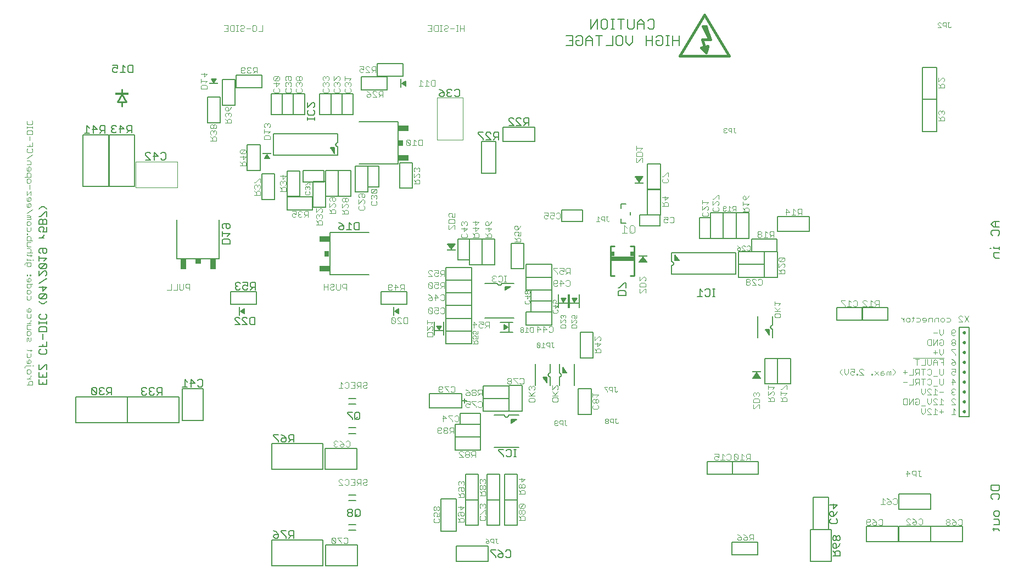
<source format=gbo>
G75*
%MOIN*%
%OFA0B0*%
%FSLAX25Y25*%
%IPPOS*%
%LPD*%
%AMOC8*
5,1,8,0,0,1.08239X$1,22.5*
%
%ADD10C,0.00400*%
%ADD11C,0.00500*%
%ADD12C,0.01000*%
%ADD13C,0.00600*%
%ADD14C,0.01600*%
%ADD15C,0.00700*%
%ADD16R,0.05512X0.00787*%
%ADD17C,0.00300*%
%ADD18R,0.00787X0.05512*%
%ADD19C,0.00800*%
%ADD20R,0.03000X0.03400*%
%ADD21R,0.06000X0.03400*%
%ADD22R,0.03400X0.03000*%
%ADD23R,0.03400X0.06000*%
%ADD24C,0.00200*%
%ADD25R,0.08268X0.01181*%
%ADD26R,0.01969X0.02953*%
%ADD27R,0.14000X0.03000*%
D10*
X0224009Y0044263D02*
X0224609Y0043663D01*
X0225810Y0043663D01*
X0226411Y0044263D01*
X0224009Y0046665D01*
X0224009Y0044263D01*
X0226411Y0044263D02*
X0226411Y0046665D01*
X0225810Y0047266D01*
X0224609Y0047266D01*
X0224009Y0046665D01*
X0227692Y0046665D02*
X0230094Y0044263D01*
X0230094Y0043663D01*
X0231375Y0044263D02*
X0231975Y0043663D01*
X0233177Y0043663D01*
X0233777Y0044263D01*
X0233777Y0046665D01*
X0233177Y0047266D01*
X0231975Y0047266D01*
X0231375Y0046665D01*
X0230094Y0047266D02*
X0227692Y0047266D01*
X0227692Y0046665D01*
X0228392Y0079163D02*
X0230794Y0079163D01*
X0228392Y0081565D01*
X0228392Y0082165D01*
X0228993Y0082766D01*
X0230194Y0082766D01*
X0230794Y0082165D01*
X0232076Y0082165D02*
X0232676Y0082766D01*
X0233877Y0082766D01*
X0234478Y0082165D01*
X0234478Y0079763D01*
X0233877Y0079163D01*
X0232676Y0079163D01*
X0232076Y0079763D01*
X0235759Y0079163D02*
X0238161Y0079163D01*
X0238161Y0082766D01*
X0235759Y0082766D01*
X0236960Y0080964D02*
X0238161Y0080964D01*
X0239442Y0080964D02*
X0240042Y0080364D01*
X0241844Y0080364D01*
X0240643Y0080364D02*
X0239442Y0079163D01*
X0239442Y0080964D02*
X0239442Y0082165D01*
X0240042Y0082766D01*
X0241844Y0082766D01*
X0241844Y0079163D01*
X0243125Y0079763D02*
X0243725Y0079163D01*
X0244927Y0079163D01*
X0245527Y0079763D01*
X0244927Y0080964D02*
X0245527Y0081565D01*
X0245527Y0082165D01*
X0244927Y0082766D01*
X0243725Y0082766D01*
X0243125Y0082165D01*
X0243725Y0080964D02*
X0243125Y0080364D01*
X0243125Y0079763D01*
X0243725Y0080964D02*
X0244927Y0080964D01*
X0234476Y0102413D02*
X0233275Y0102413D01*
X0232674Y0103013D01*
X0231393Y0103013D02*
X0230793Y0102413D01*
X0229592Y0102413D01*
X0228991Y0103013D01*
X0228991Y0103614D01*
X0229592Y0104214D01*
X0231393Y0104214D01*
X0231393Y0103013D01*
X0231393Y0104214D02*
X0230192Y0105415D01*
X0228991Y0106016D01*
X0227710Y0105415D02*
X0227110Y0106016D01*
X0225909Y0106016D01*
X0225308Y0105415D01*
X0225308Y0104815D01*
X0225909Y0104214D01*
X0225308Y0103614D01*
X0225308Y0103013D01*
X0225909Y0102413D01*
X0227110Y0102413D01*
X0227710Y0103013D01*
X0226509Y0104214D02*
X0225909Y0104214D01*
X0232674Y0105415D02*
X0233275Y0106016D01*
X0234476Y0106016D01*
X0235076Y0105415D01*
X0235076Y0103013D01*
X0234476Y0102413D01*
X0288259Y0111263D02*
X0288259Y0113665D01*
X0288859Y0114266D01*
X0290060Y0114266D01*
X0290661Y0113665D01*
X0290661Y0113065D01*
X0290060Y0112464D01*
X0288259Y0112464D01*
X0288259Y0111263D02*
X0288859Y0110663D01*
X0290060Y0110663D01*
X0290661Y0111263D01*
X0291942Y0111263D02*
X0292542Y0110663D01*
X0293743Y0110663D01*
X0294344Y0111263D01*
X0294344Y0111864D01*
X0293743Y0112464D01*
X0292542Y0112464D01*
X0291942Y0111864D01*
X0291942Y0111263D01*
X0292542Y0112464D02*
X0291942Y0113065D01*
X0291942Y0113665D01*
X0292542Y0114266D01*
X0293743Y0114266D01*
X0294344Y0113665D01*
X0294344Y0113065D01*
X0293743Y0112464D01*
X0295625Y0112464D02*
X0296225Y0111864D01*
X0298027Y0111864D01*
X0296826Y0111864D02*
X0295625Y0110663D01*
X0295625Y0112464D02*
X0295625Y0113665D01*
X0296225Y0114266D01*
X0298027Y0114266D01*
X0298027Y0110663D01*
X0297344Y0117913D02*
X0297344Y0118513D01*
X0294942Y0120915D01*
X0294942Y0121516D01*
X0297344Y0121516D01*
X0298625Y0120915D02*
X0299225Y0121516D01*
X0300427Y0121516D01*
X0301027Y0120915D01*
X0301027Y0118513D01*
X0300427Y0117913D01*
X0299225Y0117913D01*
X0298625Y0118513D01*
X0293661Y0119714D02*
X0291259Y0119714D01*
X0291859Y0117913D02*
X0291859Y0121516D01*
X0293661Y0119714D01*
X0305509Y0127013D02*
X0305509Y0128214D01*
X0306109Y0128815D01*
X0306710Y0128815D01*
X0307911Y0128214D01*
X0307911Y0130016D01*
X0305509Y0130016D01*
X0305509Y0127013D02*
X0306109Y0126413D01*
X0307310Y0126413D01*
X0307911Y0127013D01*
X0309192Y0129415D02*
X0311594Y0127013D01*
X0311594Y0126413D01*
X0312875Y0127013D02*
X0313475Y0126413D01*
X0314677Y0126413D01*
X0315277Y0127013D01*
X0315277Y0129415D01*
X0314677Y0130016D01*
X0313475Y0130016D01*
X0312875Y0129415D01*
X0311594Y0130016D02*
X0309192Y0130016D01*
X0309192Y0129415D01*
X0309792Y0133663D02*
X0310993Y0133663D01*
X0311594Y0134263D01*
X0311594Y0134864D01*
X0310993Y0135464D01*
X0309792Y0135464D01*
X0309192Y0134864D01*
X0309192Y0134263D01*
X0309792Y0133663D01*
X0309792Y0135464D02*
X0309192Y0136065D01*
X0309192Y0136665D01*
X0309792Y0137266D01*
X0310993Y0137266D01*
X0311594Y0136665D01*
X0311594Y0136065D01*
X0310993Y0135464D01*
X0312875Y0135464D02*
X0313475Y0134864D01*
X0315277Y0134864D01*
X0314076Y0134864D02*
X0312875Y0133663D01*
X0312875Y0135464D02*
X0312875Y0136665D01*
X0313475Y0137266D01*
X0315277Y0137266D01*
X0315277Y0133663D01*
X0307911Y0134263D02*
X0307310Y0133663D01*
X0306109Y0133663D01*
X0305509Y0134263D01*
X0305509Y0134864D01*
X0306109Y0135464D01*
X0307911Y0135464D01*
X0307911Y0134263D01*
X0307911Y0135464D02*
X0306710Y0136665D01*
X0305509Y0137266D01*
X0298826Y0136263D02*
X0298226Y0135663D01*
X0297025Y0135663D01*
X0296424Y0136263D01*
X0295143Y0136263D02*
X0295143Y0135663D01*
X0295143Y0136263D02*
X0292741Y0138665D01*
X0292741Y0139266D01*
X0295143Y0139266D01*
X0296424Y0138665D02*
X0297025Y0139266D01*
X0298226Y0139266D01*
X0298826Y0138665D01*
X0298826Y0136263D01*
X0291460Y0136263D02*
X0290860Y0135663D01*
X0289659Y0135663D01*
X0289058Y0136263D01*
X0289058Y0138665D01*
X0289659Y0139266D01*
X0290860Y0139266D01*
X0291460Y0138665D01*
X0291460Y0138065D01*
X0290860Y0137464D01*
X0289058Y0137464D01*
X0330808Y0141263D02*
X0331409Y0140663D01*
X0332610Y0140663D01*
X0333210Y0141263D01*
X0333210Y0141864D01*
X0332610Y0142464D01*
X0331409Y0142464D01*
X0330808Y0141864D01*
X0330808Y0141263D01*
X0331409Y0142464D02*
X0330808Y0143065D01*
X0330808Y0143665D01*
X0331409Y0144266D01*
X0332610Y0144266D01*
X0333210Y0143665D01*
X0333210Y0143065D01*
X0332610Y0142464D01*
X0334491Y0143665D02*
X0336893Y0141263D01*
X0336893Y0140663D01*
X0338174Y0141263D02*
X0338775Y0140663D01*
X0339976Y0140663D01*
X0340576Y0141263D01*
X0340576Y0143665D01*
X0339976Y0144266D01*
X0338775Y0144266D01*
X0338174Y0143665D01*
X0336893Y0144266D02*
X0334491Y0144266D01*
X0334491Y0143665D01*
X0343677Y0138830D02*
X0343677Y0137629D01*
X0344278Y0137029D01*
X0343677Y0135748D02*
X0345479Y0133946D01*
X0344878Y0133346D02*
X0347280Y0135748D01*
X0346680Y0137029D02*
X0347280Y0137629D01*
X0347280Y0138830D01*
X0346680Y0139431D01*
X0346079Y0139431D01*
X0345479Y0138830D01*
X0344878Y0139431D01*
X0344278Y0139431D01*
X0343677Y0138830D01*
X0345479Y0138830D02*
X0345479Y0138230D01*
X0347280Y0133346D02*
X0343677Y0133346D01*
X0344278Y0132065D02*
X0346680Y0132065D01*
X0347280Y0131464D01*
X0347280Y0130263D01*
X0346680Y0129663D01*
X0344278Y0129663D01*
X0343677Y0130263D01*
X0343677Y0131464D01*
X0344278Y0132065D01*
X0357927Y0131714D02*
X0358528Y0132315D01*
X0360930Y0132315D01*
X0361530Y0131714D01*
X0361530Y0130513D01*
X0360930Y0129913D01*
X0358528Y0129913D01*
X0357927Y0130513D01*
X0357927Y0131714D01*
X0357927Y0133596D02*
X0361530Y0133596D01*
X0359729Y0134196D02*
X0357927Y0135998D01*
X0357927Y0137279D02*
X0360329Y0139681D01*
X0360930Y0139681D01*
X0361530Y0139080D01*
X0361530Y0137879D01*
X0360930Y0137279D01*
X0361530Y0135998D02*
X0359128Y0133596D01*
X0357927Y0137279D02*
X0357927Y0139681D01*
X0382427Y0135181D02*
X0382427Y0132779D01*
X0382427Y0133980D02*
X0386030Y0133980D01*
X0384829Y0132779D01*
X0384829Y0131498D02*
X0384229Y0130897D01*
X0384229Y0129696D01*
X0384829Y0129096D01*
X0385430Y0129096D01*
X0386030Y0129696D01*
X0386030Y0130897D01*
X0385430Y0131498D01*
X0384829Y0131498D01*
X0384229Y0130897D02*
X0383628Y0131498D01*
X0383028Y0131498D01*
X0382427Y0130897D01*
X0382427Y0129696D01*
X0383028Y0129096D01*
X0383628Y0129096D01*
X0384229Y0129696D01*
X0385430Y0127815D02*
X0386030Y0127214D01*
X0386030Y0126013D01*
X0385430Y0125413D01*
X0383028Y0125413D01*
X0382427Y0126013D01*
X0382427Y0127214D01*
X0383028Y0127815D01*
X0383677Y0159663D02*
X0387280Y0159663D01*
X0387280Y0161464D01*
X0386680Y0162065D01*
X0385479Y0162065D01*
X0384878Y0161464D01*
X0384878Y0159663D01*
X0384878Y0160864D02*
X0383677Y0162065D01*
X0385479Y0163346D02*
X0385479Y0165748D01*
X0386680Y0167029D02*
X0387280Y0167629D01*
X0387280Y0168830D01*
X0386680Y0169431D01*
X0386079Y0169431D01*
X0383677Y0167029D01*
X0383677Y0169431D01*
X0383677Y0165147D02*
X0387280Y0165147D01*
X0385479Y0163346D01*
X0358326Y0172763D02*
X0357726Y0172163D01*
X0356525Y0172163D01*
X0355924Y0172763D01*
X0354643Y0173964D02*
X0352241Y0173964D01*
X0350960Y0173964D02*
X0348558Y0173964D01*
X0349159Y0172163D02*
X0349159Y0175766D01*
X0350960Y0173964D01*
X0352842Y0172163D02*
X0352842Y0175766D01*
X0354643Y0173964D01*
X0355924Y0175165D02*
X0356525Y0175766D01*
X0357726Y0175766D01*
X0358326Y0175165D01*
X0358326Y0172763D01*
X0319576Y0174913D02*
X0319576Y0178516D01*
X0317775Y0178516D01*
X0317174Y0177915D01*
X0317174Y0176714D01*
X0317775Y0176114D01*
X0319576Y0176114D01*
X0318375Y0176114D02*
X0317174Y0174913D01*
X0315893Y0175513D02*
X0315293Y0174913D01*
X0314092Y0174913D01*
X0313491Y0175513D01*
X0313491Y0176714D01*
X0314092Y0177315D01*
X0314692Y0177315D01*
X0315893Y0176714D01*
X0315893Y0178516D01*
X0313491Y0178516D01*
X0312210Y0176714D02*
X0310409Y0178516D01*
X0310409Y0174913D01*
X0309808Y0176714D02*
X0312210Y0176714D01*
X0292527Y0184013D02*
X0292527Y0186415D01*
X0291927Y0187016D01*
X0290725Y0187016D01*
X0290125Y0186415D01*
X0288844Y0187016D02*
X0288844Y0185214D01*
X0287643Y0185815D01*
X0287042Y0185815D01*
X0286442Y0185214D01*
X0286442Y0184013D01*
X0287042Y0183413D01*
X0288243Y0183413D01*
X0288844Y0184013D01*
X0290125Y0184013D02*
X0290725Y0183413D01*
X0291927Y0183413D01*
X0292527Y0184013D01*
X0288844Y0187016D02*
X0286442Y0187016D01*
X0285161Y0186415D02*
X0284560Y0187016D01*
X0283359Y0187016D01*
X0282759Y0186415D01*
X0285161Y0184013D01*
X0284560Y0183413D01*
X0283359Y0183413D01*
X0282759Y0184013D01*
X0282759Y0186415D01*
X0285161Y0186415D02*
X0285161Y0184013D01*
X0281927Y0179381D02*
X0281927Y0176979D01*
X0281927Y0178180D02*
X0285530Y0178180D01*
X0284329Y0176979D01*
X0284329Y0175698D02*
X0284930Y0175698D01*
X0285530Y0175098D01*
X0285530Y0173897D01*
X0284930Y0173296D01*
X0284930Y0172015D02*
X0285530Y0171415D01*
X0285530Y0169613D01*
X0281927Y0169613D01*
X0281927Y0171415D01*
X0282528Y0172015D01*
X0284930Y0172015D01*
X0281927Y0173296D02*
X0284329Y0175698D01*
X0281927Y0175698D02*
X0281927Y0173296D01*
X0269996Y0177476D02*
X0268194Y0177476D01*
X0267594Y0178076D01*
X0267594Y0180478D01*
X0268194Y0181079D01*
X0269996Y0181079D01*
X0269996Y0177476D01*
X0266313Y0177476D02*
X0263911Y0179878D01*
X0263911Y0180478D01*
X0264511Y0181079D01*
X0265712Y0181079D01*
X0266313Y0180478D01*
X0266313Y0177476D02*
X0263911Y0177476D01*
X0262629Y0178076D02*
X0260227Y0180478D01*
X0260227Y0178076D01*
X0260828Y0177476D01*
X0262029Y0177476D01*
X0262629Y0178076D01*
X0262629Y0180478D01*
X0262029Y0181079D01*
X0260828Y0181079D01*
X0260227Y0180478D01*
X0282759Y0192013D02*
X0282759Y0192614D01*
X0283359Y0193214D01*
X0285161Y0193214D01*
X0285161Y0192013D01*
X0284560Y0191413D01*
X0283359Y0191413D01*
X0282759Y0192013D01*
X0283960Y0194415D02*
X0285161Y0193214D01*
X0286442Y0193214D02*
X0288844Y0193214D01*
X0287042Y0195016D01*
X0287042Y0191413D01*
X0290125Y0192013D02*
X0290725Y0191413D01*
X0291927Y0191413D01*
X0292527Y0192013D01*
X0292527Y0194415D01*
X0291927Y0195016D01*
X0290725Y0195016D01*
X0290125Y0194415D01*
X0290125Y0198913D02*
X0291326Y0200114D01*
X0290725Y0200114D02*
X0292527Y0200114D01*
X0292527Y0198913D02*
X0292527Y0202516D01*
X0290725Y0202516D01*
X0290125Y0201915D01*
X0290125Y0200714D01*
X0290725Y0200114D01*
X0288844Y0200714D02*
X0287643Y0201315D01*
X0287042Y0201315D01*
X0286442Y0200714D01*
X0286442Y0199513D01*
X0287042Y0198913D01*
X0288243Y0198913D01*
X0288844Y0199513D01*
X0288844Y0200714D02*
X0288844Y0202516D01*
X0286442Y0202516D01*
X0285161Y0201915D02*
X0284560Y0202516D01*
X0283359Y0202516D01*
X0282759Y0201915D01*
X0285161Y0199513D01*
X0284560Y0198913D01*
X0283359Y0198913D01*
X0282759Y0199513D01*
X0282759Y0201915D01*
X0285161Y0201915D02*
X0285161Y0199513D01*
X0282759Y0195016D02*
X0283960Y0194415D01*
X0268076Y0197663D02*
X0268076Y0201266D01*
X0266275Y0201266D01*
X0265674Y0200665D01*
X0265674Y0199464D01*
X0266275Y0198864D01*
X0268076Y0198864D01*
X0266875Y0198864D02*
X0265674Y0197663D01*
X0264393Y0199464D02*
X0261991Y0199464D01*
X0260710Y0200065D02*
X0260110Y0199464D01*
X0258308Y0199464D01*
X0258308Y0198263D02*
X0258308Y0200665D01*
X0258909Y0201266D01*
X0260110Y0201266D01*
X0260710Y0200665D01*
X0260710Y0200065D01*
X0260710Y0198263D02*
X0260110Y0197663D01*
X0258909Y0197663D01*
X0258308Y0198263D01*
X0262592Y0197663D02*
X0262592Y0201266D01*
X0264393Y0199464D01*
X0282759Y0206163D02*
X0285161Y0206163D01*
X0282759Y0208565D01*
X0282759Y0209165D01*
X0283359Y0209766D01*
X0284560Y0209766D01*
X0285161Y0209165D01*
X0286442Y0209766D02*
X0288844Y0209766D01*
X0288844Y0207964D01*
X0287643Y0208565D01*
X0287042Y0208565D01*
X0286442Y0207964D01*
X0286442Y0206763D01*
X0287042Y0206163D01*
X0288243Y0206163D01*
X0288844Y0206763D01*
X0290125Y0206163D02*
X0291326Y0207364D01*
X0290725Y0207364D02*
X0292527Y0207364D01*
X0292527Y0206163D02*
X0292527Y0209766D01*
X0290725Y0209766D01*
X0290125Y0209165D01*
X0290125Y0207964D01*
X0290725Y0207364D01*
X0321536Y0205915D02*
X0321536Y0205315D01*
X0322137Y0204714D01*
X0321536Y0204114D01*
X0321536Y0203513D01*
X0322137Y0202913D01*
X0323338Y0202913D01*
X0323938Y0203513D01*
X0325220Y0203513D02*
X0325820Y0202913D01*
X0327021Y0202913D01*
X0327622Y0203513D01*
X0327622Y0205915D01*
X0327021Y0206516D01*
X0325820Y0206516D01*
X0325220Y0205915D01*
X0323938Y0205915D02*
X0323338Y0206516D01*
X0322137Y0206516D01*
X0321536Y0205915D01*
X0322137Y0204714D02*
X0322737Y0204714D01*
X0328876Y0202913D02*
X0330077Y0202913D01*
X0329477Y0202913D02*
X0329477Y0206516D01*
X0330077Y0206516D02*
X0328876Y0206516D01*
X0358808Y0203165D02*
X0358808Y0200763D01*
X0359409Y0200163D01*
X0360610Y0200163D01*
X0361210Y0200763D01*
X0360610Y0201964D02*
X0358808Y0201964D01*
X0358808Y0203165D02*
X0359409Y0203766D01*
X0360610Y0203766D01*
X0361210Y0203165D01*
X0361210Y0202565D01*
X0360610Y0201964D01*
X0362491Y0201964D02*
X0364893Y0201964D01*
X0363092Y0203766D01*
X0363092Y0200163D01*
X0366174Y0200763D02*
X0366775Y0200163D01*
X0367976Y0200163D01*
X0368576Y0200763D01*
X0368576Y0203165D01*
X0367976Y0203766D01*
X0366775Y0203766D01*
X0366174Y0203165D01*
X0366174Y0207413D02*
X0367375Y0208614D01*
X0366775Y0208614D02*
X0368576Y0208614D01*
X0368576Y0207413D02*
X0368576Y0211016D01*
X0366775Y0211016D01*
X0366174Y0210415D01*
X0366174Y0209214D01*
X0366775Y0208614D01*
X0364893Y0209214D02*
X0363692Y0209815D01*
X0363092Y0209815D01*
X0362491Y0209214D01*
X0362491Y0208013D01*
X0363092Y0207413D01*
X0364293Y0207413D01*
X0364893Y0208013D01*
X0364893Y0209214D02*
X0364893Y0211016D01*
X0362491Y0211016D01*
X0361210Y0211016D02*
X0358808Y0211016D01*
X0358808Y0210415D01*
X0361210Y0208013D01*
X0361210Y0207413D01*
X0338780Y0227163D02*
X0338780Y0228964D01*
X0338180Y0229565D01*
X0336979Y0229565D01*
X0336378Y0228964D01*
X0336378Y0227163D01*
X0336378Y0228364D02*
X0335177Y0229565D01*
X0335778Y0230846D02*
X0335177Y0231446D01*
X0335177Y0232647D01*
X0335778Y0233248D01*
X0336979Y0233248D01*
X0337579Y0232647D01*
X0337579Y0232047D01*
X0336979Y0230846D01*
X0338780Y0230846D01*
X0338780Y0233248D01*
X0336979Y0234529D02*
X0336979Y0236330D01*
X0336378Y0236931D01*
X0335778Y0236931D01*
X0335177Y0236330D01*
X0335177Y0235129D01*
X0335778Y0234529D01*
X0336979Y0234529D01*
X0338180Y0235730D01*
X0338780Y0236931D01*
X0338780Y0227163D02*
X0335177Y0227163D01*
X0321030Y0229663D02*
X0321030Y0231464D01*
X0320430Y0232065D01*
X0319229Y0232065D01*
X0318628Y0231464D01*
X0318628Y0229663D01*
X0318628Y0230864D02*
X0317427Y0232065D01*
X0319229Y0233346D02*
X0319229Y0235748D01*
X0319229Y0237029D02*
X0319229Y0238830D01*
X0318628Y0239431D01*
X0318028Y0239431D01*
X0317427Y0238830D01*
X0317427Y0237629D01*
X0318028Y0237029D01*
X0319229Y0237029D01*
X0320430Y0238230D01*
X0321030Y0239431D01*
X0321030Y0235147D02*
X0317427Y0235147D01*
X0319229Y0233346D02*
X0321030Y0235147D01*
X0313280Y0235397D02*
X0311479Y0233596D01*
X0311479Y0235998D01*
X0311479Y0237279D02*
X0311479Y0239681D01*
X0313280Y0239080D02*
X0311479Y0237279D01*
X0313280Y0239080D02*
X0309677Y0239080D01*
X0306280Y0238830D02*
X0305680Y0239431D01*
X0305079Y0239431D01*
X0304479Y0238830D01*
X0303878Y0239431D01*
X0303278Y0239431D01*
X0302677Y0238830D01*
X0302677Y0237629D01*
X0303278Y0237029D01*
X0304479Y0238230D02*
X0304479Y0238830D01*
X0306280Y0238830D02*
X0306280Y0237629D01*
X0305680Y0237029D01*
X0304479Y0235748D02*
X0304479Y0233346D01*
X0306280Y0235147D01*
X0302677Y0235147D01*
X0303278Y0232065D02*
X0302677Y0231464D01*
X0302677Y0230263D01*
X0303278Y0229663D01*
X0305680Y0229663D01*
X0306280Y0230263D01*
X0306280Y0231464D01*
X0305680Y0232065D01*
X0309677Y0232315D02*
X0310878Y0231114D01*
X0310878Y0231714D02*
X0310878Y0229913D01*
X0309677Y0229913D02*
X0313280Y0229913D01*
X0313280Y0231714D01*
X0312680Y0232315D01*
X0311479Y0232315D01*
X0310878Y0231714D01*
X0309677Y0235397D02*
X0313280Y0235397D01*
X0317427Y0229663D02*
X0321030Y0229663D01*
X0298717Y0234832D02*
X0298717Y0237234D01*
X0298117Y0237234D01*
X0295715Y0234832D01*
X0295114Y0234832D01*
X0295114Y0237234D01*
X0295114Y0238515D02*
X0295114Y0240317D01*
X0295715Y0240917D01*
X0298117Y0240917D01*
X0298717Y0240317D01*
X0298717Y0238515D01*
X0295114Y0238515D01*
X0295715Y0242198D02*
X0295114Y0242799D01*
X0295114Y0244000D01*
X0295715Y0244600D01*
X0296916Y0244600D01*
X0297516Y0244000D01*
X0297516Y0243399D01*
X0296916Y0242198D01*
X0298717Y0242198D01*
X0298717Y0244600D01*
X0277530Y0262413D02*
X0273927Y0262413D01*
X0275128Y0262413D02*
X0275128Y0264214D01*
X0275729Y0264815D01*
X0276930Y0264815D01*
X0277530Y0264214D01*
X0277530Y0262413D01*
X0275128Y0263614D02*
X0273927Y0264815D01*
X0273927Y0266096D02*
X0276329Y0268498D01*
X0276930Y0268498D01*
X0277530Y0267897D01*
X0277530Y0266696D01*
X0276930Y0266096D01*
X0273927Y0266096D02*
X0273927Y0268498D01*
X0274528Y0269779D02*
X0273927Y0270379D01*
X0273927Y0271580D01*
X0274528Y0272181D01*
X0275128Y0272181D01*
X0275729Y0271580D01*
X0275729Y0270980D01*
X0275729Y0271580D02*
X0276329Y0272181D01*
X0276930Y0272181D01*
X0277530Y0271580D01*
X0277530Y0270379D01*
X0276930Y0269779D01*
X0277225Y0285663D02*
X0276625Y0286263D01*
X0276625Y0288665D01*
X0277225Y0289266D01*
X0279027Y0289266D01*
X0279027Y0285663D01*
X0277225Y0285663D01*
X0275344Y0285663D02*
X0272942Y0285663D01*
X0274143Y0285663D02*
X0274143Y0289266D01*
X0275344Y0288065D01*
X0271661Y0288665D02*
X0271060Y0289266D01*
X0269859Y0289266D01*
X0269259Y0288665D01*
X0271661Y0286263D01*
X0271060Y0285663D01*
X0269859Y0285663D01*
X0269259Y0286263D01*
X0269259Y0288665D01*
X0271661Y0288665D02*
X0271661Y0286263D01*
X0255027Y0315163D02*
X0255027Y0318766D01*
X0253225Y0318766D01*
X0252625Y0318165D01*
X0252625Y0316964D01*
X0253225Y0316364D01*
X0255027Y0316364D01*
X0253826Y0316364D02*
X0252625Y0315163D01*
X0251344Y0315163D02*
X0248942Y0317565D01*
X0248942Y0318165D01*
X0249542Y0318766D01*
X0250743Y0318766D01*
X0251344Y0318165D01*
X0251344Y0315163D02*
X0248942Y0315163D01*
X0247661Y0315763D02*
X0247060Y0315163D01*
X0245859Y0315163D01*
X0245259Y0315763D01*
X0245259Y0316364D01*
X0245859Y0316964D01*
X0247661Y0316964D01*
X0247661Y0315763D01*
X0247661Y0316964D02*
X0246460Y0318165D01*
X0245259Y0318766D01*
X0235780Y0318513D02*
X0235180Y0317913D01*
X0232778Y0317913D01*
X0232177Y0318513D01*
X0232177Y0319714D01*
X0232778Y0320315D01*
X0232778Y0321596D02*
X0232177Y0322196D01*
X0232177Y0323397D01*
X0232778Y0323998D01*
X0233378Y0323998D01*
X0233979Y0323397D01*
X0233979Y0322797D01*
X0233979Y0323397D02*
X0234579Y0323998D01*
X0235180Y0323998D01*
X0235780Y0323397D01*
X0235780Y0322196D01*
X0235180Y0321596D01*
X0235180Y0320315D02*
X0235780Y0319714D01*
X0235780Y0318513D01*
X0229030Y0318513D02*
X0228430Y0317913D01*
X0226028Y0317913D01*
X0225427Y0318513D01*
X0225427Y0319714D01*
X0226028Y0320315D01*
X0226028Y0321596D02*
X0225427Y0322196D01*
X0225427Y0323397D01*
X0226028Y0323998D01*
X0226628Y0323998D01*
X0227229Y0323397D01*
X0227229Y0322797D01*
X0227229Y0323397D02*
X0227829Y0323998D01*
X0228430Y0323998D01*
X0229030Y0323397D01*
X0229030Y0322196D01*
X0228430Y0321596D01*
X0228430Y0320315D02*
X0229030Y0319714D01*
X0229030Y0318513D01*
X0222280Y0318513D02*
X0221680Y0317913D01*
X0219278Y0317913D01*
X0218677Y0318513D01*
X0218677Y0319714D01*
X0219278Y0320315D01*
X0219278Y0321596D02*
X0218677Y0322196D01*
X0218677Y0323397D01*
X0219278Y0323998D01*
X0219878Y0323998D01*
X0220479Y0323397D01*
X0220479Y0322797D01*
X0220479Y0323397D02*
X0221079Y0323998D01*
X0221680Y0323998D01*
X0222280Y0323397D01*
X0222280Y0322196D01*
X0221680Y0321596D01*
X0221680Y0320315D02*
X0222280Y0319714D01*
X0222280Y0318513D01*
X0221680Y0325279D02*
X0222280Y0325879D01*
X0222280Y0327080D01*
X0221680Y0327681D01*
X0221079Y0327681D01*
X0220479Y0327080D01*
X0219878Y0327681D01*
X0219278Y0327681D01*
X0218677Y0327080D01*
X0218677Y0325879D01*
X0219278Y0325279D01*
X0220479Y0326480D02*
X0220479Y0327080D01*
X0225427Y0327681D02*
X0225427Y0325279D01*
X0227829Y0327681D01*
X0228430Y0327681D01*
X0229030Y0327080D01*
X0229030Y0325879D01*
X0228430Y0325279D01*
X0232177Y0325279D02*
X0232177Y0327681D01*
X0232177Y0326480D02*
X0235780Y0326480D01*
X0234579Y0325279D01*
X0241009Y0330763D02*
X0241609Y0330163D01*
X0242810Y0330163D01*
X0243411Y0330763D01*
X0243411Y0331964D02*
X0242210Y0332565D01*
X0241609Y0332565D01*
X0241009Y0331964D01*
X0241009Y0330763D01*
X0243411Y0331964D02*
X0243411Y0333766D01*
X0241009Y0333766D01*
X0244692Y0333165D02*
X0245292Y0333766D01*
X0246493Y0333766D01*
X0247094Y0333165D01*
X0248375Y0333165D02*
X0248375Y0331964D01*
X0248975Y0331364D01*
X0250777Y0331364D01*
X0249576Y0331364D02*
X0248375Y0330163D01*
X0247094Y0330163D02*
X0244692Y0332565D01*
X0244692Y0333165D01*
X0244692Y0330163D02*
X0247094Y0330163D01*
X0248375Y0333165D02*
X0248975Y0333766D01*
X0250777Y0333766D01*
X0250777Y0330163D01*
X0276977Y0321726D02*
X0279379Y0321726D01*
X0278178Y0321726D02*
X0278178Y0325329D01*
X0279379Y0324128D01*
X0280661Y0321726D02*
X0283063Y0321726D01*
X0281862Y0321726D02*
X0281862Y0325329D01*
X0283063Y0324128D01*
X0284344Y0324728D02*
X0284944Y0325329D01*
X0286746Y0325329D01*
X0286746Y0321726D01*
X0284944Y0321726D01*
X0284344Y0322326D01*
X0284344Y0324728D01*
X0284884Y0355163D02*
X0282482Y0355163D01*
X0283683Y0356964D02*
X0284884Y0356964D01*
X0286165Y0355763D02*
X0286165Y0358165D01*
X0286765Y0358766D01*
X0288567Y0358766D01*
X0288567Y0355163D01*
X0286765Y0355163D01*
X0286165Y0355763D01*
X0284884Y0355163D02*
X0284884Y0358766D01*
X0282482Y0358766D01*
X0289821Y0358766D02*
X0291022Y0358766D01*
X0290422Y0358766D02*
X0290422Y0355163D01*
X0291022Y0355163D02*
X0289821Y0355163D01*
X0292303Y0355763D02*
X0292904Y0355163D01*
X0294105Y0355163D01*
X0294705Y0355763D01*
X0294105Y0356964D02*
X0292904Y0356964D01*
X0292303Y0356364D01*
X0292303Y0355763D01*
X0294105Y0356964D02*
X0294705Y0357565D01*
X0294705Y0358165D01*
X0294105Y0358766D01*
X0292904Y0358766D01*
X0292303Y0358165D01*
X0295986Y0356964D02*
X0298388Y0356964D01*
X0299643Y0355163D02*
X0300844Y0355163D01*
X0300243Y0355163D02*
X0300243Y0358766D01*
X0299643Y0358766D02*
X0300844Y0358766D01*
X0302125Y0358766D02*
X0302125Y0355163D01*
X0302125Y0356964D02*
X0304527Y0356964D01*
X0304527Y0355163D02*
X0304527Y0358766D01*
X0206030Y0327080D02*
X0205430Y0327681D01*
X0204829Y0327681D01*
X0204229Y0327080D01*
X0204229Y0325879D01*
X0204829Y0325279D01*
X0205430Y0325279D01*
X0206030Y0325879D01*
X0206030Y0327080D01*
X0204229Y0327080D02*
X0203628Y0327681D01*
X0203028Y0327681D01*
X0202427Y0327080D01*
X0202427Y0325879D01*
X0203028Y0325279D01*
X0203628Y0325279D01*
X0204229Y0325879D01*
X0204829Y0323998D02*
X0204229Y0323397D01*
X0203628Y0323998D01*
X0203028Y0323998D01*
X0202427Y0323397D01*
X0202427Y0322196D01*
X0203028Y0321596D01*
X0203028Y0320315D02*
X0202427Y0319714D01*
X0202427Y0318513D01*
X0203028Y0317913D01*
X0205430Y0317913D01*
X0206030Y0318513D01*
X0206030Y0319714D01*
X0205430Y0320315D01*
X0205430Y0321596D02*
X0206030Y0322196D01*
X0206030Y0323397D01*
X0205430Y0323998D01*
X0204829Y0323998D01*
X0204229Y0323397D02*
X0204229Y0322797D01*
X0199530Y0323397D02*
X0198930Y0323998D01*
X0198329Y0323998D01*
X0197729Y0323397D01*
X0197128Y0323998D01*
X0196528Y0323998D01*
X0195927Y0323397D01*
X0195927Y0322196D01*
X0196528Y0321596D01*
X0196528Y0320315D02*
X0195927Y0319714D01*
X0195927Y0318513D01*
X0196528Y0317913D01*
X0198930Y0317913D01*
X0199530Y0318513D01*
X0199530Y0319714D01*
X0198930Y0320315D01*
X0198930Y0321596D02*
X0199530Y0322196D01*
X0199530Y0323397D01*
X0197729Y0323397D02*
X0197729Y0322797D01*
X0198329Y0325279D02*
X0197729Y0325879D01*
X0197729Y0327681D01*
X0198930Y0327681D02*
X0199530Y0327080D01*
X0199530Y0325879D01*
X0198930Y0325279D01*
X0198329Y0325279D01*
X0196528Y0325279D02*
X0195927Y0325879D01*
X0195927Y0327080D01*
X0196528Y0327681D01*
X0198930Y0327681D01*
X0192280Y0327080D02*
X0191680Y0327681D01*
X0189278Y0325279D01*
X0188677Y0325879D01*
X0188677Y0327080D01*
X0189278Y0327681D01*
X0191680Y0327681D01*
X0192280Y0327080D02*
X0192280Y0325879D01*
X0191680Y0325279D01*
X0189278Y0325279D01*
X0190479Y0323998D02*
X0190479Y0321596D01*
X0192280Y0323397D01*
X0188677Y0323397D01*
X0189278Y0320315D02*
X0188677Y0319714D01*
X0188677Y0318513D01*
X0189278Y0317913D01*
X0191680Y0317913D01*
X0192280Y0318513D01*
X0192280Y0319714D01*
X0191680Y0320315D01*
X0178777Y0329663D02*
X0178777Y0333266D01*
X0176975Y0333266D01*
X0176375Y0332665D01*
X0176375Y0331464D01*
X0176975Y0330864D01*
X0178777Y0330864D01*
X0177576Y0330864D02*
X0176375Y0329663D01*
X0175094Y0330263D02*
X0174493Y0329663D01*
X0173292Y0329663D01*
X0172692Y0330263D01*
X0172692Y0330864D01*
X0173292Y0331464D01*
X0173893Y0331464D01*
X0173292Y0331464D02*
X0172692Y0332065D01*
X0172692Y0332665D01*
X0173292Y0333266D01*
X0174493Y0333266D01*
X0175094Y0332665D01*
X0171411Y0332665D02*
X0171411Y0332065D01*
X0170810Y0331464D01*
X0169009Y0331464D01*
X0169009Y0330263D02*
X0169009Y0332665D01*
X0169609Y0333266D01*
X0170810Y0333266D01*
X0171411Y0332665D01*
X0171411Y0330263D02*
X0170810Y0329663D01*
X0169609Y0329663D01*
X0169009Y0330263D01*
X0148467Y0329250D02*
X0146666Y0327448D01*
X0146666Y0329850D01*
X0148467Y0329250D02*
X0144864Y0329250D01*
X0144864Y0326167D02*
X0144864Y0323765D01*
X0144864Y0324966D02*
X0148467Y0324966D01*
X0147266Y0323765D01*
X0147867Y0322484D02*
X0148467Y0321883D01*
X0148467Y0320082D01*
X0144864Y0320082D01*
X0144864Y0321883D01*
X0145465Y0322484D01*
X0147867Y0322484D01*
X0160028Y0309131D02*
X0160628Y0309131D01*
X0161229Y0308531D01*
X0161229Y0306729D01*
X0160028Y0306729D01*
X0159427Y0307330D01*
X0159427Y0308531D01*
X0160028Y0309131D01*
X0162430Y0307930D02*
X0161229Y0306729D01*
X0161829Y0305448D02*
X0161229Y0304848D01*
X0160628Y0305448D01*
X0160028Y0305448D01*
X0159427Y0304848D01*
X0159427Y0303647D01*
X0160028Y0303046D01*
X0159427Y0301765D02*
X0160628Y0300564D01*
X0160628Y0301165D02*
X0160628Y0299363D01*
X0159427Y0299363D02*
X0163030Y0299363D01*
X0163030Y0301165D01*
X0162430Y0301765D01*
X0161229Y0301765D01*
X0160628Y0301165D01*
X0162430Y0303046D02*
X0163030Y0303647D01*
X0163030Y0304848D01*
X0162430Y0305448D01*
X0161829Y0305448D01*
X0161229Y0304848D02*
X0161229Y0304247D01*
X0162430Y0307930D02*
X0163030Y0309131D01*
X0153430Y0298381D02*
X0152829Y0298381D01*
X0152229Y0297781D01*
X0152229Y0296580D01*
X0152829Y0295979D01*
X0153430Y0295979D01*
X0154030Y0296580D01*
X0154030Y0297781D01*
X0153430Y0298381D01*
X0152229Y0297781D02*
X0151628Y0298381D01*
X0151028Y0298381D01*
X0150427Y0297781D01*
X0150427Y0296580D01*
X0151028Y0295979D01*
X0151628Y0295979D01*
X0152229Y0296580D01*
X0152829Y0294698D02*
X0152229Y0294098D01*
X0151628Y0294698D01*
X0151028Y0294698D01*
X0150427Y0294098D01*
X0150427Y0292897D01*
X0151028Y0292296D01*
X0150427Y0291015D02*
X0151628Y0289814D01*
X0151628Y0290415D02*
X0151628Y0288613D01*
X0150427Y0288613D02*
X0154030Y0288613D01*
X0154030Y0290415D01*
X0153430Y0291015D01*
X0152229Y0291015D01*
X0151628Y0290415D01*
X0153430Y0292296D02*
X0154030Y0292897D01*
X0154030Y0294098D01*
X0153430Y0294698D01*
X0152829Y0294698D01*
X0152229Y0294098D02*
X0152229Y0293497D01*
X0168427Y0282580D02*
X0168427Y0281379D01*
X0169028Y0280779D01*
X0171430Y0283181D01*
X0169028Y0283181D01*
X0168427Y0282580D01*
X0169028Y0280779D02*
X0171430Y0280779D01*
X0172030Y0281379D01*
X0172030Y0282580D01*
X0171430Y0283181D01*
X0170229Y0279498D02*
X0170229Y0277096D01*
X0172030Y0278897D01*
X0168427Y0278897D01*
X0168427Y0275815D02*
X0169628Y0274614D01*
X0169628Y0275214D02*
X0169628Y0273413D01*
X0168427Y0273413D02*
X0172030Y0273413D01*
X0172030Y0275214D01*
X0171430Y0275815D01*
X0170229Y0275815D01*
X0169628Y0275214D01*
X0180180Y0265381D02*
X0177778Y0262979D01*
X0177177Y0262979D01*
X0177778Y0261698D02*
X0177177Y0261098D01*
X0177177Y0259897D01*
X0177778Y0259296D01*
X0177177Y0258015D02*
X0178378Y0256814D01*
X0178378Y0257415D02*
X0178378Y0255613D01*
X0177177Y0255613D02*
X0180780Y0255613D01*
X0180780Y0257415D01*
X0180180Y0258015D01*
X0178979Y0258015D01*
X0178378Y0257415D01*
X0180180Y0259296D02*
X0180780Y0259897D01*
X0180780Y0261098D01*
X0180180Y0261698D01*
X0179579Y0261698D01*
X0178979Y0261098D01*
X0178378Y0261698D01*
X0177778Y0261698D01*
X0178979Y0261098D02*
X0178979Y0260497D01*
X0180780Y0262979D02*
X0180780Y0265381D01*
X0180180Y0265381D01*
X0192677Y0267080D02*
X0196280Y0267080D01*
X0194479Y0265279D01*
X0194479Y0267681D01*
X0195079Y0263998D02*
X0194479Y0263397D01*
X0193878Y0263998D01*
X0193278Y0263998D01*
X0192677Y0263397D01*
X0192677Y0262196D01*
X0193278Y0261596D01*
X0192677Y0260315D02*
X0193878Y0259114D01*
X0193878Y0259714D02*
X0193878Y0257913D01*
X0192677Y0257913D02*
X0196280Y0257913D01*
X0196280Y0259714D01*
X0195680Y0260315D01*
X0194479Y0260315D01*
X0193878Y0259714D01*
X0195680Y0261596D02*
X0196280Y0262196D01*
X0196280Y0263397D01*
X0195680Y0263998D01*
X0195079Y0263998D01*
X0194479Y0263397D02*
X0194479Y0262797D01*
X0214677Y0247381D02*
X0214677Y0244979D01*
X0217079Y0247381D01*
X0217680Y0247381D01*
X0218280Y0246781D01*
X0218280Y0245580D01*
X0217680Y0244979D01*
X0217680Y0243698D02*
X0217079Y0243698D01*
X0216479Y0243098D01*
X0215878Y0243698D01*
X0215278Y0243698D01*
X0214677Y0243098D01*
X0214677Y0241897D01*
X0215278Y0241296D01*
X0214677Y0240015D02*
X0215878Y0238814D01*
X0215878Y0239415D02*
X0215878Y0237613D01*
X0214677Y0237613D02*
X0218280Y0237613D01*
X0218280Y0239415D01*
X0217680Y0240015D01*
X0216479Y0240015D01*
X0215878Y0239415D01*
X0217680Y0241296D02*
X0218280Y0241897D01*
X0218280Y0243098D01*
X0217680Y0243698D01*
X0216479Y0243098D02*
X0216479Y0242497D01*
X0222677Y0244363D02*
X0226280Y0244363D01*
X0226280Y0246165D01*
X0225680Y0246765D01*
X0224479Y0246765D01*
X0223878Y0246165D01*
X0223878Y0244363D01*
X0223878Y0245564D02*
X0222677Y0246765D01*
X0222677Y0248046D02*
X0225079Y0250448D01*
X0225680Y0250448D01*
X0226280Y0249848D01*
X0226280Y0248647D01*
X0225680Y0248046D01*
X0222677Y0248046D02*
X0222677Y0250448D01*
X0223278Y0251729D02*
X0222677Y0252330D01*
X0222677Y0253531D01*
X0223278Y0254131D01*
X0225680Y0254131D01*
X0226280Y0253531D01*
X0226280Y0252330D01*
X0225680Y0251729D01*
X0225079Y0251729D01*
X0224479Y0252330D01*
X0224479Y0254131D01*
X0230427Y0253281D02*
X0230427Y0252080D01*
X0231028Y0251479D01*
X0231628Y0251479D01*
X0232229Y0252080D01*
X0232229Y0253281D01*
X0231628Y0253881D01*
X0231028Y0253881D01*
X0230427Y0253281D01*
X0232229Y0253281D02*
X0232829Y0253881D01*
X0233430Y0253881D01*
X0234030Y0253281D01*
X0234030Y0252080D01*
X0233430Y0251479D01*
X0232829Y0251479D01*
X0232229Y0252080D01*
X0232829Y0250198D02*
X0230427Y0247796D01*
X0230427Y0250198D01*
X0232829Y0250198D02*
X0233430Y0250198D01*
X0234030Y0249598D01*
X0234030Y0248397D01*
X0233430Y0247796D01*
X0233430Y0246515D02*
X0232229Y0246515D01*
X0231628Y0245915D01*
X0231628Y0244113D01*
X0230427Y0244113D02*
X0234030Y0244113D01*
X0234030Y0245915D01*
X0233430Y0246515D01*
X0231628Y0245314D02*
X0230427Y0246515D01*
X0240427Y0247214D02*
X0241028Y0246613D01*
X0243430Y0246613D01*
X0244030Y0247214D01*
X0244030Y0248415D01*
X0243430Y0249015D01*
X0243430Y0250296D02*
X0244030Y0250897D01*
X0244030Y0252098D01*
X0243430Y0252698D01*
X0242829Y0252698D01*
X0240427Y0250296D01*
X0240427Y0252698D01*
X0241028Y0253979D02*
X0240427Y0254580D01*
X0240427Y0255781D01*
X0241028Y0256381D01*
X0243430Y0256381D01*
X0244030Y0255781D01*
X0244030Y0254580D01*
X0243430Y0253979D01*
X0242829Y0253979D01*
X0242229Y0254580D01*
X0242229Y0256381D01*
X0247927Y0257330D02*
X0248528Y0256729D01*
X0250930Y0259131D01*
X0248528Y0259131D01*
X0247927Y0258531D01*
X0247927Y0257330D01*
X0248528Y0256729D02*
X0250930Y0256729D01*
X0251530Y0257330D01*
X0251530Y0258531D01*
X0250930Y0259131D01*
X0250930Y0255448D02*
X0250329Y0255448D01*
X0249729Y0254848D01*
X0249128Y0255448D01*
X0248528Y0255448D01*
X0247927Y0254848D01*
X0247927Y0253647D01*
X0248528Y0253046D01*
X0248528Y0251765D02*
X0247927Y0251165D01*
X0247927Y0249964D01*
X0248528Y0249363D01*
X0250930Y0249363D01*
X0251530Y0249964D01*
X0251530Y0251165D01*
X0250930Y0251765D01*
X0250930Y0253046D02*
X0251530Y0253647D01*
X0251530Y0254848D01*
X0250930Y0255448D01*
X0249729Y0254848D02*
X0249729Y0254247D01*
X0241028Y0249015D02*
X0240427Y0248415D01*
X0240427Y0247214D01*
X0209777Y0245766D02*
X0209777Y0242163D01*
X0209777Y0243364D02*
X0207975Y0243364D01*
X0207375Y0243964D01*
X0207375Y0245165D01*
X0207975Y0245766D01*
X0209777Y0245766D01*
X0208576Y0243364D02*
X0207375Y0242163D01*
X0206094Y0242763D02*
X0205493Y0242163D01*
X0204292Y0242163D01*
X0203692Y0242763D01*
X0203692Y0243364D01*
X0204292Y0243964D01*
X0204893Y0243964D01*
X0204292Y0243964D02*
X0203692Y0244565D01*
X0203692Y0245165D01*
X0204292Y0245766D01*
X0205493Y0245766D01*
X0206094Y0245165D01*
X0202411Y0245766D02*
X0202411Y0243964D01*
X0201210Y0244565D01*
X0200609Y0244565D01*
X0200009Y0243964D01*
X0200009Y0242763D01*
X0200609Y0242163D01*
X0201810Y0242163D01*
X0202411Y0242763D01*
X0202411Y0245766D02*
X0200009Y0245766D01*
X0186717Y0289332D02*
X0186717Y0291133D01*
X0186117Y0291734D01*
X0183715Y0291734D01*
X0183114Y0291133D01*
X0183114Y0289332D01*
X0186717Y0289332D01*
X0185516Y0293015D02*
X0186717Y0294216D01*
X0183114Y0294216D01*
X0183114Y0293015D02*
X0183114Y0295417D01*
X0183715Y0296698D02*
X0183114Y0297299D01*
X0183114Y0298500D01*
X0183715Y0299100D01*
X0184315Y0299100D01*
X0184916Y0298500D01*
X0184916Y0297899D01*
X0184916Y0298500D02*
X0185516Y0299100D01*
X0186117Y0299100D01*
X0186717Y0298500D01*
X0186717Y0297299D01*
X0186117Y0296698D01*
X0182027Y0355163D02*
X0179625Y0355163D01*
X0178344Y0355763D02*
X0177743Y0355163D01*
X0176542Y0355163D01*
X0175942Y0355763D01*
X0175942Y0358165D01*
X0176542Y0358766D01*
X0177743Y0358766D01*
X0178344Y0358165D01*
X0178344Y0355763D01*
X0182027Y0355163D02*
X0182027Y0358766D01*
X0174661Y0356964D02*
X0172259Y0356964D01*
X0170978Y0357565D02*
X0170377Y0356964D01*
X0169176Y0356964D01*
X0168576Y0356364D01*
X0168576Y0355763D01*
X0169176Y0355163D01*
X0170377Y0355163D01*
X0170978Y0355763D01*
X0170978Y0357565D02*
X0170978Y0358165D01*
X0170377Y0358766D01*
X0169176Y0358766D01*
X0168576Y0358165D01*
X0167294Y0358766D02*
X0166093Y0358766D01*
X0166694Y0358766D02*
X0166694Y0355163D01*
X0167294Y0355163D02*
X0166093Y0355163D01*
X0164839Y0355163D02*
X0164839Y0358766D01*
X0163037Y0358766D01*
X0162437Y0358165D01*
X0162437Y0355763D01*
X0163037Y0355163D01*
X0164839Y0355163D01*
X0161156Y0355163D02*
X0158754Y0355163D01*
X0159955Y0356964D02*
X0161156Y0356964D01*
X0161156Y0355163D02*
X0161156Y0358766D01*
X0158754Y0358766D01*
X0042530Y0300339D02*
X0042530Y0299138D01*
X0041930Y0298538D01*
X0039528Y0298538D01*
X0038927Y0299138D01*
X0038927Y0300339D01*
X0039528Y0300940D01*
X0041930Y0300940D02*
X0042530Y0300339D01*
X0042530Y0297283D02*
X0042530Y0296082D01*
X0042530Y0296683D02*
X0038927Y0296683D01*
X0038927Y0297283D02*
X0038927Y0296082D01*
X0039528Y0294801D02*
X0041930Y0294801D01*
X0042530Y0294201D01*
X0042530Y0292399D01*
X0038927Y0292399D01*
X0038927Y0294201D01*
X0039528Y0294801D01*
X0040729Y0291118D02*
X0040729Y0288716D01*
X0042530Y0287435D02*
X0042530Y0285033D01*
X0038927Y0285033D01*
X0039528Y0283752D02*
X0038927Y0283151D01*
X0038927Y0281950D01*
X0039528Y0281350D01*
X0041930Y0281350D01*
X0042530Y0281950D01*
X0042530Y0283151D01*
X0041930Y0283752D01*
X0040729Y0285033D02*
X0040729Y0286234D01*
X0042530Y0280069D02*
X0038927Y0277667D01*
X0038927Y0276386D02*
X0040729Y0276386D01*
X0041329Y0275785D01*
X0041329Y0273983D01*
X0038927Y0273983D01*
X0040128Y0272702D02*
X0040128Y0270300D01*
X0039528Y0270300D02*
X0040729Y0270300D01*
X0041329Y0270901D01*
X0041329Y0272102D01*
X0040729Y0272702D01*
X0040128Y0272702D01*
X0038927Y0272102D02*
X0038927Y0270901D01*
X0039528Y0270300D01*
X0039528Y0269019D02*
X0038927Y0268419D01*
X0038927Y0266617D01*
X0037726Y0266617D02*
X0041329Y0266617D01*
X0041329Y0268419D01*
X0040729Y0269019D01*
X0039528Y0269019D01*
X0039528Y0265336D02*
X0040729Y0265336D01*
X0041329Y0264736D01*
X0041329Y0263535D01*
X0040729Y0262934D01*
X0039528Y0262934D01*
X0038927Y0263535D01*
X0038927Y0264736D01*
X0039528Y0265336D01*
X0040729Y0261653D02*
X0040729Y0259251D01*
X0041329Y0257970D02*
X0038927Y0255568D01*
X0038927Y0257970D01*
X0041329Y0257970D02*
X0041329Y0255568D01*
X0040729Y0254287D02*
X0040128Y0254287D01*
X0040128Y0251885D01*
X0039528Y0251885D02*
X0040729Y0251885D01*
X0041329Y0252485D01*
X0041329Y0253686D01*
X0040729Y0254287D01*
X0038927Y0253686D02*
X0038927Y0252485D01*
X0039528Y0251885D01*
X0040128Y0250604D02*
X0040128Y0248201D01*
X0039528Y0248201D02*
X0040729Y0248201D01*
X0041329Y0248802D01*
X0041329Y0250003D01*
X0040729Y0250604D01*
X0040128Y0250604D01*
X0038927Y0250003D02*
X0038927Y0248802D01*
X0039528Y0248201D01*
X0042530Y0246920D02*
X0038927Y0244518D01*
X0038927Y0243237D02*
X0040729Y0243237D01*
X0041329Y0242637D01*
X0040729Y0242036D01*
X0038927Y0242036D01*
X0038927Y0240835D02*
X0041329Y0240835D01*
X0041329Y0241436D01*
X0040729Y0242036D01*
X0040729Y0239554D02*
X0041329Y0238954D01*
X0041329Y0237753D01*
X0040729Y0237152D01*
X0039528Y0237152D01*
X0038927Y0237753D01*
X0038927Y0238954D01*
X0039528Y0239554D01*
X0040729Y0239554D01*
X0041329Y0235871D02*
X0041329Y0234069D01*
X0040729Y0233469D01*
X0039528Y0233469D01*
X0038927Y0234069D01*
X0038927Y0235871D01*
X0038927Y0232228D02*
X0038927Y0231627D01*
X0039528Y0231627D01*
X0039528Y0232228D01*
X0038927Y0232228D01*
X0039528Y0230346D02*
X0040729Y0230346D01*
X0041329Y0229746D01*
X0041329Y0227944D01*
X0042530Y0227944D02*
X0038927Y0227944D01*
X0038927Y0229746D01*
X0039528Y0230346D01*
X0038927Y0226663D02*
X0041329Y0226663D01*
X0038927Y0226663D02*
X0038927Y0224862D01*
X0039528Y0224261D01*
X0041329Y0224261D01*
X0040729Y0222980D02*
X0038927Y0222980D01*
X0040729Y0222980D02*
X0041329Y0222379D01*
X0041329Y0221178D01*
X0040729Y0220578D01*
X0041329Y0219323D02*
X0041329Y0218122D01*
X0041930Y0218723D02*
X0039528Y0218723D01*
X0038927Y0219323D01*
X0038927Y0220578D02*
X0042530Y0220578D01*
X0042530Y0216268D02*
X0043131Y0216268D01*
X0041329Y0216268D02*
X0038927Y0216268D01*
X0038927Y0216868D02*
X0038927Y0215667D01*
X0038927Y0214386D02*
X0038927Y0212584D01*
X0039528Y0211984D01*
X0040729Y0211984D01*
X0041329Y0212584D01*
X0041329Y0214386D01*
X0038327Y0214386D01*
X0037726Y0213785D01*
X0037726Y0213185D01*
X0041329Y0215667D02*
X0041329Y0216268D01*
X0041329Y0207060D02*
X0040729Y0207060D01*
X0040729Y0206459D01*
X0041329Y0206459D01*
X0041329Y0207060D01*
X0039528Y0207060D02*
X0038927Y0207060D01*
X0038927Y0206459D01*
X0039528Y0206459D01*
X0039528Y0207060D01*
X0040128Y0205178D02*
X0040128Y0202776D01*
X0039528Y0202776D02*
X0040729Y0202776D01*
X0041329Y0203377D01*
X0041329Y0204578D01*
X0040729Y0205178D01*
X0040128Y0205178D01*
X0038927Y0204578D02*
X0038927Y0203377D01*
X0039528Y0202776D01*
X0038927Y0201495D02*
X0038927Y0199693D01*
X0039528Y0199093D01*
X0040729Y0199093D01*
X0041329Y0199693D01*
X0041329Y0201495D01*
X0042530Y0201495D02*
X0038927Y0201495D01*
X0039528Y0197812D02*
X0040729Y0197812D01*
X0041329Y0197211D01*
X0041329Y0196010D01*
X0040729Y0195410D01*
X0039528Y0195410D01*
X0038927Y0196010D01*
X0038927Y0197211D01*
X0039528Y0197812D01*
X0038927Y0194129D02*
X0038927Y0192327D01*
X0039528Y0191727D01*
X0040729Y0191727D01*
X0041329Y0192327D01*
X0041329Y0194129D01*
X0040729Y0186762D02*
X0040128Y0186762D01*
X0040128Y0184360D01*
X0039528Y0184360D02*
X0040729Y0184360D01*
X0041329Y0184961D01*
X0041329Y0186162D01*
X0040729Y0186762D01*
X0038927Y0186162D02*
X0038927Y0184961D01*
X0039528Y0184360D01*
X0038927Y0183079D02*
X0038927Y0181278D01*
X0039528Y0180677D01*
X0040729Y0180677D01*
X0041329Y0181278D01*
X0041329Y0183079D01*
X0041329Y0179409D02*
X0041329Y0178809D01*
X0040128Y0177608D01*
X0038927Y0177608D02*
X0041329Y0177608D01*
X0041329Y0176327D02*
X0038927Y0176327D01*
X0038927Y0174525D01*
X0039528Y0173925D01*
X0041329Y0173925D01*
X0040729Y0172644D02*
X0041329Y0172043D01*
X0041329Y0170842D01*
X0040729Y0170242D01*
X0039528Y0170242D01*
X0038927Y0170842D01*
X0038927Y0172043D01*
X0039528Y0172644D01*
X0040729Y0172644D01*
X0041329Y0168960D02*
X0041329Y0167159D01*
X0040729Y0166558D01*
X0040128Y0167159D01*
X0040128Y0168360D01*
X0039528Y0168960D01*
X0038927Y0168360D01*
X0038927Y0166558D01*
X0038927Y0161621D02*
X0039528Y0161020D01*
X0041930Y0161020D01*
X0041329Y0160420D02*
X0041329Y0161621D01*
X0041329Y0159139D02*
X0041329Y0157337D01*
X0040729Y0156737D01*
X0039528Y0156737D01*
X0038927Y0157337D01*
X0038927Y0159139D01*
X0040128Y0155456D02*
X0040128Y0153054D01*
X0039528Y0153054D02*
X0040729Y0153054D01*
X0041329Y0153654D01*
X0041329Y0154855D01*
X0040729Y0155456D01*
X0040128Y0155456D01*
X0038927Y0154855D02*
X0038927Y0153654D01*
X0039528Y0153054D01*
X0038327Y0151799D02*
X0041329Y0151799D01*
X0042530Y0151799D02*
X0043131Y0151799D01*
X0040729Y0149317D02*
X0041329Y0148717D01*
X0041329Y0147516D01*
X0040729Y0146915D01*
X0039528Y0146915D01*
X0038927Y0147516D01*
X0038927Y0148717D01*
X0039528Y0149317D01*
X0040729Y0149317D01*
X0037726Y0150598D02*
X0037726Y0151199D01*
X0038327Y0151799D01*
X0041329Y0145647D02*
X0041329Y0145047D01*
X0040128Y0143846D01*
X0038927Y0143846D02*
X0041329Y0143846D01*
X0040729Y0142565D02*
X0040128Y0141964D01*
X0040128Y0140163D01*
X0038927Y0140163D02*
X0042530Y0140163D01*
X0042530Y0141964D01*
X0041930Y0142565D01*
X0040729Y0142565D01*
X0124205Y0197913D02*
X0126608Y0197913D01*
X0126608Y0201516D01*
X0130291Y0201516D02*
X0130291Y0197913D01*
X0127889Y0197913D01*
X0131572Y0198513D02*
X0131572Y0201516D01*
X0133974Y0201516D02*
X0133974Y0198513D01*
X0133373Y0197913D01*
X0132172Y0197913D01*
X0131572Y0198513D01*
X0135255Y0199714D02*
X0135855Y0199114D01*
X0137657Y0199114D01*
X0137657Y0197913D02*
X0137657Y0201516D01*
X0135855Y0201516D01*
X0135255Y0200915D01*
X0135255Y0199714D01*
X0219455Y0199714D02*
X0221858Y0199714D01*
X0223139Y0199114D02*
X0223139Y0198513D01*
X0223739Y0197913D01*
X0224940Y0197913D01*
X0225541Y0198513D01*
X0226822Y0198513D02*
X0226822Y0201516D01*
X0225541Y0200915D02*
X0225541Y0200315D01*
X0224940Y0199714D01*
X0223739Y0199714D01*
X0223139Y0199114D01*
X0221858Y0197913D02*
X0221858Y0201516D01*
X0223139Y0200915D02*
X0223739Y0201516D01*
X0224940Y0201516D01*
X0225541Y0200915D01*
X0226822Y0198513D02*
X0227422Y0197913D01*
X0228623Y0197913D01*
X0229224Y0198513D01*
X0229224Y0201516D01*
X0230505Y0200915D02*
X0230505Y0199714D01*
X0231105Y0199114D01*
X0232907Y0199114D01*
X0232907Y0197913D02*
X0232907Y0201516D01*
X0231105Y0201516D01*
X0230505Y0200915D01*
X0219455Y0201516D02*
X0219455Y0197913D01*
X0229593Y0141766D02*
X0229593Y0138163D01*
X0230794Y0138163D02*
X0228392Y0138163D01*
X0230794Y0140565D02*
X0229593Y0141766D01*
X0232076Y0141165D02*
X0232676Y0141766D01*
X0233877Y0141766D01*
X0234478Y0141165D01*
X0234478Y0138763D01*
X0233877Y0138163D01*
X0232676Y0138163D01*
X0232076Y0138763D01*
X0235759Y0138163D02*
X0238161Y0138163D01*
X0238161Y0141766D01*
X0235759Y0141766D01*
X0236960Y0139964D02*
X0238161Y0139964D01*
X0239442Y0139964D02*
X0239442Y0141165D01*
X0240042Y0141766D01*
X0241844Y0141766D01*
X0241844Y0138163D01*
X0241844Y0139364D02*
X0240042Y0139364D01*
X0239442Y0139964D01*
X0240643Y0139364D02*
X0239442Y0138163D01*
X0243125Y0138763D02*
X0243725Y0138163D01*
X0244927Y0138163D01*
X0245527Y0138763D01*
X0244927Y0139964D02*
X0245527Y0140565D01*
X0245527Y0141165D01*
X0244927Y0141766D01*
X0243725Y0141766D01*
X0243125Y0141165D01*
X0243725Y0139964D02*
X0243125Y0139364D01*
X0243125Y0138763D01*
X0243725Y0139964D02*
X0244927Y0139964D01*
X0301509Y0099165D02*
X0302109Y0099766D01*
X0303310Y0099766D01*
X0303911Y0099165D01*
X0305192Y0099165D02*
X0305192Y0098565D01*
X0305792Y0097964D01*
X0306993Y0097964D01*
X0307594Y0098565D01*
X0307594Y0099165D01*
X0306993Y0099766D01*
X0305792Y0099766D01*
X0305192Y0099165D01*
X0305792Y0097964D02*
X0305192Y0097364D01*
X0305192Y0096763D01*
X0305792Y0096163D01*
X0306993Y0096163D01*
X0307594Y0096763D01*
X0307594Y0097364D01*
X0306993Y0097964D01*
X0308875Y0097964D02*
X0309475Y0097364D01*
X0311277Y0097364D01*
X0310076Y0097364D02*
X0308875Y0096163D01*
X0308875Y0097964D02*
X0308875Y0099165D01*
X0309475Y0099766D01*
X0311277Y0099766D01*
X0311277Y0096163D01*
X0303911Y0096163D02*
X0301509Y0098565D01*
X0301509Y0099165D01*
X0301509Y0096163D02*
X0303911Y0096163D01*
X0314528Y0082681D02*
X0313927Y0082080D01*
X0313927Y0080879D01*
X0314528Y0080279D01*
X0314528Y0078998D02*
X0313927Y0078397D01*
X0313927Y0077196D01*
X0314528Y0076596D01*
X0315128Y0076596D01*
X0315729Y0077196D01*
X0315729Y0078397D01*
X0315128Y0078998D01*
X0314528Y0078998D01*
X0315729Y0078397D02*
X0316329Y0078998D01*
X0316930Y0078998D01*
X0317530Y0078397D01*
X0317530Y0077196D01*
X0316930Y0076596D01*
X0316329Y0076596D01*
X0315729Y0077196D01*
X0315729Y0075315D02*
X0315128Y0074714D01*
X0315128Y0072913D01*
X0315128Y0074114D02*
X0313927Y0075315D01*
X0315729Y0075315D02*
X0316930Y0075315D01*
X0317530Y0074714D01*
X0317530Y0072913D01*
X0313927Y0072913D01*
X0314528Y0067681D02*
X0313927Y0067080D01*
X0313927Y0065879D01*
X0314528Y0065279D01*
X0315729Y0066480D02*
X0315729Y0067080D01*
X0315128Y0067681D01*
X0314528Y0067681D01*
X0315729Y0067080D02*
X0316329Y0067681D01*
X0316930Y0067681D01*
X0317530Y0067080D01*
X0317530Y0065879D01*
X0316930Y0065279D01*
X0316930Y0063998D02*
X0314528Y0061596D01*
X0313927Y0061596D01*
X0314528Y0060315D02*
X0313927Y0059714D01*
X0313927Y0058513D01*
X0314528Y0057913D01*
X0316930Y0057913D01*
X0317530Y0058513D01*
X0317530Y0059714D01*
X0316930Y0060315D01*
X0317530Y0061596D02*
X0317530Y0063998D01*
X0316930Y0063998D01*
X0304280Y0065830D02*
X0302479Y0064029D01*
X0302479Y0066431D01*
X0304280Y0065830D02*
X0300677Y0065830D01*
X0301278Y0062748D02*
X0303680Y0062748D01*
X0304280Y0062147D01*
X0304280Y0060946D01*
X0303680Y0060346D01*
X0303079Y0060346D01*
X0302479Y0060946D01*
X0302479Y0062748D01*
X0301278Y0062748D02*
X0300677Y0062147D01*
X0300677Y0060946D01*
X0301278Y0060346D01*
X0300677Y0059065D02*
X0301878Y0057864D01*
X0301878Y0058464D02*
X0301878Y0056663D01*
X0300677Y0056663D02*
X0304280Y0056663D01*
X0304280Y0058464D01*
X0303680Y0059065D01*
X0302479Y0059065D01*
X0301878Y0058464D01*
X0289530Y0058214D02*
X0289530Y0057013D01*
X0288930Y0056413D01*
X0286528Y0056413D01*
X0285927Y0057013D01*
X0285927Y0058214D01*
X0286528Y0058815D01*
X0286528Y0060096D02*
X0285927Y0060696D01*
X0285927Y0061897D01*
X0286528Y0062498D01*
X0287729Y0062498D01*
X0288329Y0061897D01*
X0288329Y0061297D01*
X0287729Y0060096D01*
X0289530Y0060096D01*
X0289530Y0062498D01*
X0288930Y0063779D02*
X0288329Y0063779D01*
X0287729Y0064379D01*
X0287729Y0065580D01*
X0287128Y0066181D01*
X0286528Y0066181D01*
X0285927Y0065580D01*
X0285927Y0064379D01*
X0286528Y0063779D01*
X0287128Y0063779D01*
X0287729Y0064379D01*
X0287729Y0065580D02*
X0288329Y0066181D01*
X0288930Y0066181D01*
X0289530Y0065580D01*
X0289530Y0064379D01*
X0288930Y0063779D01*
X0288930Y0058815D02*
X0289530Y0058214D01*
X0300927Y0071663D02*
X0304530Y0071663D01*
X0304530Y0073464D01*
X0303930Y0074065D01*
X0302729Y0074065D01*
X0302128Y0073464D01*
X0302128Y0071663D01*
X0302128Y0072864D02*
X0300927Y0074065D01*
X0301528Y0075346D02*
X0300927Y0075946D01*
X0300927Y0077147D01*
X0301528Y0077748D01*
X0303930Y0077748D01*
X0304530Y0077147D01*
X0304530Y0075946D01*
X0303930Y0075346D01*
X0303329Y0075346D01*
X0302729Y0075946D01*
X0302729Y0077748D01*
X0303930Y0079029D02*
X0304530Y0079629D01*
X0304530Y0080830D01*
X0303930Y0081431D01*
X0303329Y0081431D01*
X0302729Y0080830D01*
X0302128Y0081431D01*
X0301528Y0081431D01*
X0300927Y0080830D01*
X0300927Y0079629D01*
X0301528Y0079029D01*
X0302729Y0080230D02*
X0302729Y0080830D01*
X0314528Y0082681D02*
X0315128Y0082681D01*
X0315729Y0082080D01*
X0315729Y0081480D01*
X0315729Y0082080D02*
X0316329Y0082681D01*
X0316930Y0082681D01*
X0317530Y0082080D01*
X0317530Y0080879D01*
X0316930Y0080279D01*
X0337677Y0079147D02*
X0337677Y0077946D01*
X0338278Y0077346D01*
X0338878Y0077346D01*
X0339479Y0077946D01*
X0339479Y0079147D01*
X0338878Y0079748D01*
X0338278Y0079748D01*
X0337677Y0079147D01*
X0339479Y0079147D02*
X0340079Y0079748D01*
X0340680Y0079748D01*
X0341280Y0079147D01*
X0341280Y0077946D01*
X0340680Y0077346D01*
X0340079Y0077346D01*
X0339479Y0077946D01*
X0339479Y0076065D02*
X0338878Y0075464D01*
X0338878Y0073663D01*
X0338878Y0074864D02*
X0337677Y0076065D01*
X0339479Y0076065D02*
X0340680Y0076065D01*
X0341280Y0075464D01*
X0341280Y0073663D01*
X0337677Y0073663D01*
X0338278Y0067681D02*
X0337677Y0067080D01*
X0337677Y0065879D01*
X0338278Y0065279D01*
X0340680Y0067681D01*
X0338278Y0067681D01*
X0340680Y0067681D02*
X0341280Y0067080D01*
X0341280Y0065879D01*
X0340680Y0065279D01*
X0338278Y0065279D01*
X0338278Y0063998D02*
X0337677Y0063397D01*
X0337677Y0062196D01*
X0338278Y0061596D01*
X0338878Y0061596D01*
X0339479Y0062196D01*
X0339479Y0063397D01*
X0338878Y0063998D01*
X0338278Y0063998D01*
X0339479Y0063397D02*
X0340079Y0063998D01*
X0340680Y0063998D01*
X0341280Y0063397D01*
X0341280Y0062196D01*
X0340680Y0061596D01*
X0340079Y0061596D01*
X0339479Y0062196D01*
X0339479Y0060315D02*
X0338878Y0059714D01*
X0338878Y0057913D01*
X0338878Y0059114D02*
X0337677Y0060315D01*
X0339479Y0060315D02*
X0340680Y0060315D01*
X0341280Y0059714D01*
X0341280Y0057913D01*
X0337677Y0057913D01*
X0339479Y0081029D02*
X0339479Y0083431D01*
X0341280Y0082830D02*
X0339479Y0081029D01*
X0341280Y0082830D02*
X0337677Y0082830D01*
X0456509Y0095013D02*
X0457109Y0094413D01*
X0458310Y0094413D01*
X0458911Y0095013D01*
X0458911Y0096214D02*
X0457710Y0096815D01*
X0457109Y0096815D01*
X0456509Y0096214D01*
X0456509Y0095013D01*
X0458911Y0096214D02*
X0458911Y0098016D01*
X0456509Y0098016D01*
X0461393Y0098016D02*
X0461393Y0094413D01*
X0462594Y0094413D02*
X0460192Y0094413D01*
X0462594Y0096815D02*
X0461393Y0098016D01*
X0463875Y0097415D02*
X0464475Y0098016D01*
X0465677Y0098016D01*
X0466277Y0097415D01*
X0466277Y0095013D01*
X0465677Y0094413D01*
X0464475Y0094413D01*
X0463875Y0095013D01*
X0468259Y0095013D02*
X0468859Y0094413D01*
X0470060Y0094413D01*
X0470661Y0095013D01*
X0468259Y0097415D01*
X0468259Y0095013D01*
X0470661Y0095013D02*
X0470661Y0097415D01*
X0470060Y0098016D01*
X0468859Y0098016D01*
X0468259Y0097415D01*
X0471942Y0094413D02*
X0474344Y0094413D01*
X0473143Y0094413D02*
X0473143Y0098016D01*
X0474344Y0096815D01*
X0475625Y0097415D02*
X0475625Y0096214D01*
X0476225Y0095614D01*
X0478027Y0095614D01*
X0476826Y0095614D02*
X0475625Y0094413D01*
X0478027Y0094413D02*
X0478027Y0098016D01*
X0476225Y0098016D01*
X0475625Y0097415D01*
X0479990Y0125694D02*
X0479990Y0128096D01*
X0479990Y0129377D02*
X0479990Y0131179D01*
X0480591Y0131779D01*
X0482993Y0131779D01*
X0483593Y0131179D01*
X0483593Y0129377D01*
X0479990Y0129377D01*
X0482993Y0128096D02*
X0480591Y0125694D01*
X0479990Y0125694D01*
X0483593Y0125694D02*
X0483593Y0128096D01*
X0482993Y0128096D01*
X0482993Y0133060D02*
X0483593Y0133661D01*
X0483593Y0134862D01*
X0482993Y0135462D01*
X0482392Y0135462D01*
X0481792Y0134862D01*
X0481191Y0135462D01*
X0480591Y0135462D01*
X0479990Y0134862D01*
X0479990Y0133661D01*
X0480591Y0133060D01*
X0481792Y0134261D02*
X0481792Y0134862D01*
X0489177Y0133796D02*
X0489177Y0136198D01*
X0489177Y0137479D02*
X0489177Y0139881D01*
X0489177Y0138680D02*
X0492780Y0138680D01*
X0491579Y0137479D01*
X0491579Y0136198D02*
X0492180Y0136198D01*
X0492780Y0135598D01*
X0492780Y0134397D01*
X0492180Y0133796D01*
X0492180Y0132515D02*
X0490979Y0132515D01*
X0490378Y0131915D01*
X0490378Y0130113D01*
X0489177Y0130113D02*
X0492780Y0130113D01*
X0492780Y0131915D01*
X0492180Y0132515D01*
X0490378Y0131314D02*
X0489177Y0132515D01*
X0489177Y0133796D02*
X0491579Y0136198D01*
X0496677Y0136198D02*
X0496677Y0133796D01*
X0496677Y0134997D02*
X0500280Y0134997D01*
X0499079Y0133796D01*
X0498479Y0132515D02*
X0497878Y0131915D01*
X0497878Y0130113D01*
X0496677Y0130113D02*
X0500280Y0130113D01*
X0500280Y0131915D01*
X0499680Y0132515D01*
X0498479Y0132515D01*
X0497878Y0131314D02*
X0496677Y0132515D01*
X0496677Y0137479D02*
X0497278Y0137479D01*
X0499680Y0139881D01*
X0500280Y0139881D01*
X0500280Y0137479D01*
X0532824Y0147364D02*
X0532824Y0148565D01*
X0534025Y0149766D01*
X0535306Y0149766D02*
X0535306Y0147364D01*
X0536507Y0146163D01*
X0537708Y0147364D01*
X0537708Y0149766D01*
X0538989Y0149766D02*
X0541391Y0149766D01*
X0541391Y0147964D01*
X0540190Y0148565D01*
X0539590Y0148565D01*
X0538989Y0147964D01*
X0538989Y0146763D01*
X0539590Y0146163D01*
X0540791Y0146163D01*
X0541391Y0146763D01*
X0542632Y0146763D02*
X0542632Y0146163D01*
X0543233Y0146163D01*
X0543233Y0146763D01*
X0542632Y0146763D01*
X0544514Y0146163D02*
X0546916Y0146163D01*
X0544514Y0148565D01*
X0544514Y0149165D01*
X0545114Y0149766D01*
X0546316Y0149766D01*
X0546916Y0149165D01*
X0551840Y0146763D02*
X0551840Y0146163D01*
X0552441Y0146163D01*
X0552441Y0146763D01*
X0551840Y0146763D01*
X0553722Y0146163D02*
X0556124Y0148565D01*
X0557405Y0147964D02*
X0558005Y0148565D01*
X0559207Y0148565D01*
X0559207Y0147364D02*
X0557405Y0147364D01*
X0557405Y0147964D02*
X0557405Y0146163D01*
X0559207Y0146163D01*
X0559807Y0146763D01*
X0559207Y0147364D01*
X0561088Y0147964D02*
X0561088Y0146163D01*
X0562289Y0146163D02*
X0562289Y0147964D01*
X0561689Y0148565D01*
X0561088Y0147964D01*
X0562289Y0147964D02*
X0562890Y0148565D01*
X0563490Y0148565D01*
X0563490Y0146163D01*
X0564745Y0146163D02*
X0565946Y0147364D01*
X0565946Y0148565D01*
X0564745Y0149766D01*
X0570910Y0147964D02*
X0573312Y0147964D01*
X0572111Y0149165D02*
X0572111Y0146763D01*
X0574593Y0146163D02*
X0576995Y0146163D01*
X0576995Y0149766D01*
X0578276Y0149165D02*
X0578276Y0147964D01*
X0578877Y0147364D01*
X0580678Y0147364D01*
X0579477Y0147364D02*
X0578276Y0146163D01*
X0580678Y0146163D02*
X0580678Y0149766D01*
X0578877Y0149766D01*
X0578276Y0149165D01*
X0579477Y0152163D02*
X0579477Y0155766D01*
X0580678Y0155766D02*
X0578276Y0155766D01*
X0577195Y0156563D02*
X0595611Y0156563D01*
X0595411Y0155766D02*
X0593009Y0155766D01*
X0591728Y0154565D02*
X0591728Y0152163D01*
X0591728Y0153964D02*
X0589326Y0153964D01*
X0589326Y0154565D02*
X0589326Y0152163D01*
X0588044Y0152763D02*
X0587444Y0152163D01*
X0586243Y0152163D01*
X0585642Y0152763D01*
X0585642Y0155766D01*
X0584361Y0155766D02*
X0584361Y0152163D01*
X0581959Y0152163D01*
X0581959Y0149766D02*
X0584361Y0149766D01*
X0583160Y0149766D02*
X0583160Y0146163D01*
X0583160Y0143766D02*
X0583160Y0140163D01*
X0580678Y0140163D02*
X0580678Y0143766D01*
X0578877Y0143766D01*
X0578276Y0143165D01*
X0578276Y0141964D01*
X0578877Y0141364D01*
X0580678Y0141364D01*
X0579477Y0141364D02*
X0578276Y0140163D01*
X0576995Y0140163D02*
X0574593Y0140163D01*
X0573312Y0141964D02*
X0570910Y0141964D01*
X0576995Y0140163D02*
X0576995Y0143766D01*
X0581959Y0143766D02*
X0584361Y0143766D01*
X0585642Y0143165D02*
X0586243Y0143766D01*
X0587444Y0143766D01*
X0588044Y0143165D01*
X0588044Y0140763D01*
X0587444Y0140163D01*
X0586243Y0140163D01*
X0585642Y0140763D01*
X0586243Y0137766D02*
X0587444Y0137766D01*
X0588044Y0137165D01*
X0586243Y0137766D02*
X0585642Y0137165D01*
X0585642Y0136565D01*
X0588044Y0134163D01*
X0585642Y0134163D01*
X0584361Y0135364D02*
X0584361Y0137766D01*
X0581959Y0137766D02*
X0581959Y0135364D01*
X0583160Y0134163D01*
X0584361Y0135364D01*
X0585642Y0131766D02*
X0585642Y0129364D01*
X0586843Y0128163D01*
X0588044Y0129364D01*
X0588044Y0131766D01*
X0589326Y0131165D02*
X0589926Y0131766D01*
X0591127Y0131766D01*
X0591728Y0131165D01*
X0589326Y0131165D02*
X0589326Y0130565D01*
X0591728Y0128163D01*
X0589326Y0128163D01*
X0590527Y0125766D02*
X0590527Y0122163D01*
X0591728Y0122163D02*
X0589326Y0122163D01*
X0588044Y0122163D02*
X0585642Y0124565D01*
X0585642Y0125165D01*
X0586243Y0125766D01*
X0587444Y0125766D01*
X0588044Y0125165D01*
X0590527Y0125766D02*
X0591728Y0124565D01*
X0593009Y0123964D02*
X0595411Y0123964D01*
X0594210Y0125165D02*
X0594210Y0122763D01*
X0600375Y0122163D02*
X0602777Y0122163D01*
X0601576Y0122163D02*
X0601576Y0125766D01*
X0602777Y0124565D01*
X0602777Y0128163D02*
X0600375Y0130565D01*
X0600375Y0131165D01*
X0600975Y0131766D01*
X0602177Y0131766D01*
X0602777Y0131165D01*
X0602777Y0128163D02*
X0600375Y0128163D01*
X0595411Y0128163D02*
X0593009Y0128163D01*
X0594210Y0128163D02*
X0594210Y0131766D01*
X0595411Y0130565D01*
X0591728Y0134163D02*
X0589326Y0134163D01*
X0590527Y0134163D02*
X0590527Y0137766D01*
X0591728Y0136565D01*
X0593009Y0135964D02*
X0595411Y0135964D01*
X0594810Y0140163D02*
X0593609Y0140163D01*
X0593009Y0140763D01*
X0593009Y0143766D01*
X0591728Y0145562D02*
X0589326Y0145562D01*
X0588044Y0146763D02*
X0587444Y0146163D01*
X0586243Y0146163D01*
X0585642Y0146763D01*
X0585642Y0149165D02*
X0586243Y0149766D01*
X0587444Y0149766D01*
X0588044Y0149165D01*
X0588044Y0146763D01*
X0593009Y0146763D02*
X0593009Y0149766D01*
X0595411Y0149766D02*
X0595411Y0146763D01*
X0594810Y0146163D01*
X0593609Y0146163D01*
X0593009Y0146763D01*
X0595411Y0143766D02*
X0595411Y0140763D01*
X0594810Y0140163D01*
X0591728Y0139562D02*
X0589326Y0139562D01*
X0580678Y0131165D02*
X0580078Y0131766D01*
X0578877Y0131766D01*
X0578276Y0131165D01*
X0578276Y0129964D02*
X0579477Y0129964D01*
X0578276Y0129964D02*
X0578276Y0128763D01*
X0578877Y0128163D01*
X0580078Y0128163D01*
X0580678Y0128763D01*
X0580678Y0131165D01*
X0576995Y0131766D02*
X0574593Y0128163D01*
X0574593Y0131766D01*
X0573312Y0131766D02*
X0571510Y0131766D01*
X0570910Y0131165D01*
X0570910Y0128763D01*
X0571510Y0128163D01*
X0573312Y0128163D01*
X0573312Y0131766D01*
X0576995Y0131766D02*
X0576995Y0128163D01*
X0581959Y0127562D02*
X0584361Y0127562D01*
X0584361Y0125766D02*
X0584361Y0123364D01*
X0583160Y0122163D01*
X0581959Y0123364D01*
X0581959Y0125766D01*
X0585642Y0122163D02*
X0588044Y0122163D01*
X0600375Y0134763D02*
X0600975Y0134163D01*
X0602177Y0134163D01*
X0602777Y0134763D01*
X0601576Y0135964D02*
X0600975Y0135964D01*
X0600375Y0135364D01*
X0600375Y0134763D01*
X0600975Y0135964D02*
X0600375Y0136565D01*
X0600375Y0137165D01*
X0600975Y0137766D01*
X0602177Y0137766D01*
X0602777Y0137165D01*
X0600975Y0140163D02*
X0600975Y0143766D01*
X0602777Y0141964D01*
X0600375Y0141964D01*
X0600975Y0146163D02*
X0602177Y0146163D01*
X0602777Y0146763D01*
X0602777Y0147964D02*
X0601576Y0148565D01*
X0600975Y0148565D01*
X0600375Y0147964D01*
X0600375Y0146763D01*
X0600975Y0146163D01*
X0602777Y0147964D02*
X0602777Y0149766D01*
X0600375Y0149766D01*
X0600975Y0152163D02*
X0600375Y0152763D01*
X0600375Y0153364D01*
X0600975Y0153964D01*
X0602777Y0153964D01*
X0602777Y0152763D01*
X0602177Y0152163D01*
X0600975Y0152163D01*
X0602777Y0153964D02*
X0601576Y0155165D01*
X0600375Y0155766D01*
X0602777Y0158163D02*
X0602777Y0158763D01*
X0600375Y0161165D01*
X0600375Y0161766D01*
X0602777Y0161766D01*
X0602177Y0164163D02*
X0602777Y0164763D01*
X0602777Y0165364D01*
X0602177Y0165964D01*
X0600975Y0165964D01*
X0600375Y0165364D01*
X0600375Y0164763D01*
X0600975Y0164163D01*
X0602177Y0164163D01*
X0602177Y0165964D02*
X0602777Y0166565D01*
X0602777Y0167165D01*
X0602177Y0167766D01*
X0600975Y0167766D01*
X0600375Y0167165D01*
X0600375Y0166565D01*
X0600975Y0165964D01*
X0600975Y0170163D02*
X0600375Y0170763D01*
X0600375Y0173165D01*
X0600975Y0173766D01*
X0602177Y0173766D01*
X0602777Y0173165D01*
X0602777Y0172565D01*
X0602177Y0171964D01*
X0600375Y0171964D01*
X0600975Y0170163D02*
X0602177Y0170163D01*
X0602777Y0170763D01*
X0595411Y0171364D02*
X0595411Y0173766D01*
X0593009Y0173766D02*
X0593009Y0171364D01*
X0594210Y0170163D01*
X0595411Y0171364D01*
X0594810Y0167766D02*
X0595411Y0167165D01*
X0595411Y0164763D01*
X0594810Y0164163D01*
X0593609Y0164163D01*
X0593009Y0164763D01*
X0593009Y0165964D01*
X0594210Y0165964D01*
X0593009Y0167165D02*
X0593609Y0167766D01*
X0594810Y0167766D01*
X0591728Y0167766D02*
X0589326Y0164163D01*
X0589326Y0167766D01*
X0588044Y0167766D02*
X0586243Y0167766D01*
X0585642Y0167165D01*
X0585642Y0164763D01*
X0586243Y0164163D01*
X0588044Y0164163D01*
X0588044Y0167766D01*
X0591728Y0167766D02*
X0591728Y0164163D01*
X0593009Y0161766D02*
X0593009Y0159364D01*
X0594210Y0158163D01*
X0595411Y0159364D01*
X0595411Y0161766D01*
X0591728Y0159964D02*
X0589326Y0159964D01*
X0590527Y0161165D02*
X0590527Y0158763D01*
X0590527Y0155766D02*
X0589326Y0154565D01*
X0590527Y0155766D02*
X0591728Y0154565D01*
X0594210Y0153964D02*
X0595411Y0153964D01*
X0595411Y0152163D02*
X0595411Y0155766D01*
X0588044Y0155766D02*
X0588044Y0152763D01*
X0589326Y0171964D02*
X0591728Y0171964D01*
X0592361Y0178413D02*
X0592361Y0180815D01*
X0590560Y0180815D01*
X0589959Y0180214D01*
X0589959Y0178413D01*
X0588678Y0178413D02*
X0588678Y0180815D01*
X0586877Y0180815D01*
X0586276Y0180214D01*
X0586276Y0178413D01*
X0584995Y0179013D02*
X0584995Y0180214D01*
X0584395Y0180815D01*
X0583193Y0180815D01*
X0582593Y0180214D01*
X0582593Y0179614D01*
X0584995Y0179614D01*
X0584995Y0179013D02*
X0584395Y0178413D01*
X0583193Y0178413D01*
X0581312Y0179013D02*
X0580711Y0178413D01*
X0578910Y0178413D01*
X0577028Y0179013D02*
X0577028Y0181415D01*
X0576428Y0180815D02*
X0577629Y0180815D01*
X0578910Y0180815D02*
X0580711Y0180815D01*
X0581312Y0180214D01*
X0581312Y0179013D01*
X0577028Y0179013D02*
X0576428Y0178413D01*
X0575173Y0179013D02*
X0574573Y0178413D01*
X0573372Y0178413D01*
X0572771Y0179013D01*
X0572771Y0180214D01*
X0573372Y0180815D01*
X0574573Y0180815D01*
X0575173Y0180214D01*
X0575173Y0179013D01*
X0571490Y0178413D02*
X0571490Y0180815D01*
X0570289Y0180815D02*
X0569689Y0180815D01*
X0570289Y0180815D02*
X0571490Y0179614D01*
X0556277Y0187913D02*
X0556277Y0191516D01*
X0554475Y0191516D01*
X0553875Y0190915D01*
X0553875Y0189714D01*
X0554475Y0189114D01*
X0556277Y0189114D01*
X0555076Y0189114D02*
X0553875Y0187913D01*
X0552594Y0187913D02*
X0550192Y0187913D01*
X0551393Y0187913D02*
X0551393Y0191516D01*
X0552594Y0190315D01*
X0548911Y0190915D02*
X0548310Y0191516D01*
X0547109Y0191516D01*
X0546509Y0190915D01*
X0546509Y0190315D01*
X0548911Y0187913D01*
X0546509Y0187913D01*
X0543027Y0188513D02*
X0542427Y0187913D01*
X0541225Y0187913D01*
X0540625Y0188513D01*
X0539344Y0187913D02*
X0536942Y0187913D01*
X0538143Y0187913D02*
X0538143Y0191516D01*
X0539344Y0190315D01*
X0540625Y0190915D02*
X0541225Y0191516D01*
X0542427Y0191516D01*
X0543027Y0190915D01*
X0543027Y0188513D01*
X0535661Y0188513D02*
X0535661Y0187913D01*
X0535661Y0188513D02*
X0533259Y0190915D01*
X0533259Y0191516D01*
X0535661Y0191516D01*
X0499030Y0207863D02*
X0499030Y0209665D01*
X0498430Y0210265D01*
X0497229Y0210265D01*
X0496628Y0209665D01*
X0496628Y0207863D01*
X0495427Y0207863D02*
X0499030Y0207863D01*
X0496628Y0209064D02*
X0495427Y0210265D01*
X0495427Y0211546D02*
X0497829Y0213948D01*
X0498430Y0213948D01*
X0499030Y0213348D01*
X0499030Y0212147D01*
X0498430Y0211546D01*
X0495427Y0211546D02*
X0495427Y0213948D01*
X0496028Y0215229D02*
X0498430Y0217631D01*
X0496028Y0217631D01*
X0495427Y0217031D01*
X0495427Y0215830D01*
X0496028Y0215229D01*
X0498430Y0215229D01*
X0499030Y0215830D01*
X0499030Y0217031D01*
X0498430Y0217631D01*
X0492326Y0229913D02*
X0492326Y0233516D01*
X0490525Y0233516D01*
X0489924Y0232915D01*
X0489924Y0231714D01*
X0490525Y0231114D01*
X0492326Y0231114D01*
X0491125Y0231114D02*
X0489924Y0229913D01*
X0488643Y0229913D02*
X0486241Y0229913D01*
X0487442Y0229913D02*
X0487442Y0233516D01*
X0488643Y0232315D01*
X0484960Y0232315D02*
X0484960Y0232915D01*
X0484360Y0233516D01*
X0483159Y0233516D01*
X0482558Y0232915D01*
X0482558Y0232315D01*
X0483159Y0231714D01*
X0484360Y0231714D01*
X0484960Y0232315D01*
X0484360Y0231714D02*
X0484960Y0231114D01*
X0484960Y0230513D01*
X0484360Y0229913D01*
X0483159Y0229913D01*
X0482558Y0230513D01*
X0482558Y0231114D01*
X0483159Y0231714D01*
X0477280Y0245413D02*
X0473677Y0245413D01*
X0474878Y0245413D02*
X0474878Y0247214D01*
X0475479Y0247815D01*
X0476680Y0247815D01*
X0477280Y0247214D01*
X0477280Y0245413D01*
X0474878Y0246614D02*
X0473677Y0247815D01*
X0473677Y0249096D02*
X0473677Y0251498D01*
X0473677Y0250297D02*
X0477280Y0250297D01*
X0476079Y0249096D01*
X0475479Y0252779D02*
X0475479Y0254580D01*
X0474878Y0255181D01*
X0474278Y0255181D01*
X0473677Y0254580D01*
X0473677Y0253379D01*
X0474278Y0252779D01*
X0475479Y0252779D01*
X0476680Y0253980D01*
X0477280Y0255181D01*
X0459030Y0255431D02*
X0459030Y0253029D01*
X0458430Y0251748D02*
X0459030Y0251147D01*
X0459030Y0249946D01*
X0458430Y0249346D01*
X0458430Y0248065D02*
X0459030Y0247464D01*
X0459030Y0246263D01*
X0458430Y0245663D01*
X0456028Y0245663D01*
X0455427Y0246263D01*
X0455427Y0247464D01*
X0456028Y0248065D01*
X0455427Y0249346D02*
X0457829Y0251748D01*
X0458430Y0251748D01*
X0456028Y0253029D02*
X0455427Y0253029D01*
X0456028Y0253029D02*
X0458430Y0255431D01*
X0459030Y0255431D01*
X0455427Y0251748D02*
X0455427Y0249346D01*
X0452780Y0248147D02*
X0452780Y0246946D01*
X0452180Y0246346D01*
X0452180Y0245065D02*
X0452780Y0244464D01*
X0452780Y0243263D01*
X0452180Y0242663D01*
X0449778Y0242663D01*
X0449177Y0243263D01*
X0449177Y0244464D01*
X0449778Y0245065D01*
X0449177Y0246346D02*
X0451579Y0248748D01*
X0452180Y0248748D01*
X0452780Y0248147D01*
X0451579Y0250029D02*
X0452780Y0251230D01*
X0449177Y0251230D01*
X0449177Y0250029D02*
X0449177Y0252431D01*
X0449177Y0248748D02*
X0449177Y0246346D01*
X0431643Y0241665D02*
X0431643Y0239263D01*
X0431043Y0238663D01*
X0429842Y0238663D01*
X0429241Y0239263D01*
X0427960Y0239263D02*
X0427360Y0238663D01*
X0426159Y0238663D01*
X0425558Y0239263D01*
X0425558Y0240464D01*
X0426159Y0241065D01*
X0426759Y0241065D01*
X0427960Y0240464D01*
X0427960Y0242266D01*
X0425558Y0242266D01*
X0429241Y0241665D02*
X0429842Y0242266D01*
X0431043Y0242266D01*
X0431643Y0241665D01*
X0428280Y0248796D02*
X0424677Y0248796D01*
X0425878Y0248796D02*
X0425878Y0250598D01*
X0426479Y0251198D01*
X0427680Y0251198D01*
X0428280Y0250598D01*
X0428280Y0248796D01*
X0425878Y0249997D02*
X0424677Y0251198D01*
X0426479Y0252479D02*
X0426479Y0254881D01*
X0428280Y0254281D02*
X0426479Y0252479D01*
X0428280Y0254281D02*
X0424677Y0254281D01*
X0425278Y0263163D02*
X0424677Y0263763D01*
X0424677Y0264964D01*
X0425278Y0265565D01*
X0425278Y0266846D02*
X0424677Y0266846D01*
X0425278Y0266846D02*
X0427680Y0269248D01*
X0428280Y0269248D01*
X0428280Y0266846D01*
X0427680Y0265565D02*
X0428280Y0264964D01*
X0428280Y0263763D01*
X0427680Y0263163D01*
X0425278Y0263163D01*
X0412717Y0275582D02*
X0412717Y0277984D01*
X0412117Y0277984D01*
X0409715Y0275582D01*
X0409114Y0275582D01*
X0409114Y0277984D01*
X0409114Y0279265D02*
X0409114Y0281067D01*
X0409715Y0281667D01*
X0412117Y0281667D01*
X0412717Y0281067D01*
X0412717Y0279265D01*
X0409114Y0279265D01*
X0409114Y0282948D02*
X0409114Y0285350D01*
X0409114Y0284149D02*
X0412717Y0284149D01*
X0411516Y0282948D01*
X0362777Y0244165D02*
X0362777Y0241763D01*
X0362177Y0241163D01*
X0360975Y0241163D01*
X0360375Y0241763D01*
X0359094Y0241763D02*
X0358493Y0241163D01*
X0357292Y0241163D01*
X0356692Y0241763D01*
X0356692Y0242964D01*
X0357292Y0243565D01*
X0357893Y0243565D01*
X0359094Y0242964D01*
X0359094Y0244766D01*
X0356692Y0244766D01*
X0355411Y0244766D02*
X0355411Y0242964D01*
X0354210Y0243565D01*
X0353609Y0243565D01*
X0353009Y0242964D01*
X0353009Y0241763D01*
X0353609Y0241163D01*
X0354810Y0241163D01*
X0355411Y0241763D01*
X0355411Y0244766D02*
X0353009Y0244766D01*
X0360375Y0244165D02*
X0360975Y0244766D01*
X0362177Y0244766D01*
X0362777Y0244165D01*
X0400312Y0232413D02*
X0403381Y0232413D01*
X0404916Y0232413D02*
X0406450Y0233947D01*
X0405683Y0232413D02*
X0407218Y0232413D01*
X0407985Y0233180D01*
X0407985Y0236249D01*
X0407218Y0237017D01*
X0405683Y0237017D01*
X0404916Y0236249D01*
X0404916Y0233180D01*
X0405683Y0232413D01*
X0403381Y0235482D02*
X0401846Y0237017D01*
X0401846Y0232413D01*
X0410990Y0205756D02*
X0410990Y0203353D01*
X0413392Y0205756D01*
X0413993Y0205756D01*
X0414593Y0205155D01*
X0414593Y0203954D01*
X0413993Y0203353D01*
X0413993Y0202072D02*
X0414593Y0201472D01*
X0414593Y0199670D01*
X0410990Y0199670D01*
X0410990Y0201472D01*
X0411591Y0202072D01*
X0413993Y0202072D01*
X0413993Y0198389D02*
X0411591Y0195987D01*
X0410990Y0195987D01*
X0410990Y0198389D01*
X0413993Y0198389D02*
X0414593Y0198389D01*
X0414593Y0195987D01*
X0475558Y0201513D02*
X0476159Y0200913D01*
X0477360Y0200913D01*
X0477960Y0201513D01*
X0477960Y0202114D01*
X0477360Y0202714D01*
X0476159Y0202714D01*
X0475558Y0202114D01*
X0475558Y0201513D01*
X0476159Y0202714D02*
X0475558Y0203315D01*
X0475558Y0203915D01*
X0476159Y0204516D01*
X0477360Y0204516D01*
X0477960Y0203915D01*
X0477960Y0203315D01*
X0477360Y0202714D01*
X0479241Y0203315D02*
X0479241Y0203915D01*
X0479842Y0204516D01*
X0481043Y0204516D01*
X0481643Y0203915D01*
X0482924Y0203915D02*
X0483525Y0204516D01*
X0484726Y0204516D01*
X0485326Y0203915D01*
X0485326Y0201513D01*
X0484726Y0200913D01*
X0483525Y0200913D01*
X0482924Y0201513D01*
X0481643Y0200913D02*
X0479241Y0203315D01*
X0479241Y0200913D02*
X0481643Y0200913D01*
X0492927Y0190881D02*
X0492927Y0188479D01*
X0492927Y0189680D02*
X0496530Y0189680D01*
X0495329Y0188479D01*
X0496530Y0187198D02*
X0494128Y0184796D01*
X0494729Y0185397D02*
X0492927Y0187198D01*
X0492927Y0184796D02*
X0496530Y0184796D01*
X0495930Y0183515D02*
X0496530Y0182915D01*
X0496530Y0181714D01*
X0495930Y0181113D01*
X0493528Y0181113D01*
X0492927Y0181714D01*
X0492927Y0182915D01*
X0493528Y0183515D01*
X0495930Y0183515D01*
X0553722Y0148565D02*
X0556124Y0146163D01*
X0534025Y0146163D02*
X0532824Y0147364D01*
X0593642Y0179013D02*
X0593642Y0180214D01*
X0594243Y0180815D01*
X0595444Y0180815D01*
X0596044Y0180214D01*
X0596044Y0179013D01*
X0595444Y0178413D01*
X0594243Y0178413D01*
X0593642Y0179013D01*
X0597326Y0178413D02*
X0599127Y0178413D01*
X0599728Y0179013D01*
X0599728Y0180214D01*
X0599127Y0180815D01*
X0597326Y0180815D01*
X0604692Y0180815D02*
X0604692Y0181415D01*
X0605292Y0182016D01*
X0606493Y0182016D01*
X0607094Y0181415D01*
X0608375Y0182016D02*
X0610777Y0178413D01*
X0608375Y0178413D02*
X0610777Y0182016D01*
X0607094Y0178413D02*
X0604692Y0180815D01*
X0604692Y0178413D02*
X0607094Y0178413D01*
X0509326Y0243413D02*
X0509326Y0247016D01*
X0507525Y0247016D01*
X0506924Y0246415D01*
X0506924Y0245214D01*
X0507525Y0244614D01*
X0509326Y0244614D01*
X0508125Y0244614D02*
X0506924Y0243413D01*
X0505643Y0243413D02*
X0503241Y0243413D01*
X0504442Y0243413D02*
X0504442Y0247016D01*
X0505643Y0245815D01*
X0501960Y0245214D02*
X0499558Y0245214D01*
X0500159Y0243413D02*
X0500159Y0247016D01*
X0501960Y0245214D01*
X0592435Y0300714D02*
X0596038Y0300714D01*
X0596038Y0302515D01*
X0595437Y0303116D01*
X0594236Y0303116D01*
X0593636Y0302515D01*
X0593636Y0300714D01*
X0593636Y0301915D02*
X0592435Y0303116D01*
X0593035Y0304397D02*
X0592435Y0304997D01*
X0592435Y0306198D01*
X0593035Y0306799D01*
X0593636Y0306799D01*
X0594236Y0306198D01*
X0594236Y0305598D01*
X0594236Y0306198D02*
X0594837Y0306799D01*
X0595437Y0306799D01*
X0596038Y0306198D01*
X0596038Y0304997D01*
X0595437Y0304397D01*
X0596038Y0320714D02*
X0596038Y0322515D01*
X0595437Y0323116D01*
X0594236Y0323116D01*
X0593636Y0322515D01*
X0593636Y0320714D01*
X0593636Y0321915D02*
X0592435Y0323116D01*
X0592435Y0324397D02*
X0594837Y0326799D01*
X0595437Y0326799D01*
X0596038Y0326198D01*
X0596038Y0324997D01*
X0595437Y0324397D01*
X0592435Y0324397D02*
X0592435Y0326799D01*
X0592435Y0320714D02*
X0596038Y0320714D01*
X0581326Y0087959D02*
X0580125Y0087959D01*
X0580725Y0087959D02*
X0580725Y0084956D01*
X0581326Y0084356D01*
X0581927Y0084356D01*
X0582527Y0084956D01*
X0578844Y0084356D02*
X0578844Y0087959D01*
X0577042Y0087959D01*
X0576442Y0087358D01*
X0576442Y0086157D01*
X0577042Y0085557D01*
X0578844Y0085557D01*
X0575161Y0086157D02*
X0573359Y0087959D01*
X0573359Y0084356D01*
X0572759Y0086157D02*
X0575161Y0086157D01*
X0566677Y0071016D02*
X0567277Y0070415D01*
X0567277Y0068013D01*
X0566677Y0067413D01*
X0565475Y0067413D01*
X0564875Y0068013D01*
X0563594Y0068013D02*
X0562993Y0067413D01*
X0561792Y0067413D01*
X0561192Y0068013D01*
X0561192Y0068614D01*
X0561792Y0069214D01*
X0563594Y0069214D01*
X0563594Y0068013D01*
X0563594Y0069214D02*
X0562393Y0070415D01*
X0561192Y0071016D01*
X0559911Y0069815D02*
X0558710Y0071016D01*
X0558710Y0067413D01*
X0559911Y0067413D02*
X0557509Y0067413D01*
X0564875Y0070415D02*
X0565475Y0071016D01*
X0566677Y0071016D01*
X0573609Y0058766D02*
X0574810Y0058766D01*
X0575411Y0058165D01*
X0576692Y0058766D02*
X0577893Y0058165D01*
X0579094Y0056964D01*
X0577292Y0056964D01*
X0576692Y0056364D01*
X0576692Y0055763D01*
X0577292Y0055163D01*
X0578493Y0055163D01*
X0579094Y0055763D01*
X0579094Y0056964D01*
X0580375Y0055763D02*
X0580975Y0055163D01*
X0582177Y0055163D01*
X0582777Y0055763D01*
X0582777Y0058165D01*
X0582177Y0058766D01*
X0580975Y0058766D01*
X0580375Y0058165D01*
X0575411Y0055163D02*
X0573009Y0057565D01*
X0573009Y0058165D01*
X0573609Y0058766D01*
X0573009Y0055163D02*
X0575411Y0055163D01*
X0558527Y0055513D02*
X0557927Y0054913D01*
X0556725Y0054913D01*
X0556125Y0055513D01*
X0554844Y0055513D02*
X0554243Y0054913D01*
X0553042Y0054913D01*
X0552442Y0055513D01*
X0552442Y0056114D01*
X0553042Y0056714D01*
X0554844Y0056714D01*
X0554844Y0055513D01*
X0554844Y0056714D02*
X0553643Y0057915D01*
X0552442Y0058516D01*
X0551161Y0057915D02*
X0551161Y0057315D01*
X0550560Y0056714D01*
X0548759Y0056714D01*
X0548759Y0055513D02*
X0548759Y0057915D01*
X0549359Y0058516D01*
X0550560Y0058516D01*
X0551161Y0057915D01*
X0551161Y0055513D02*
X0550560Y0054913D01*
X0549359Y0054913D01*
X0548759Y0055513D01*
X0556125Y0057915D02*
X0556725Y0058516D01*
X0557927Y0058516D01*
X0558527Y0057915D01*
X0558527Y0055513D01*
X0597058Y0055513D02*
X0597659Y0054913D01*
X0598860Y0054913D01*
X0599460Y0055513D01*
X0599460Y0056114D01*
X0598860Y0056714D01*
X0597659Y0056714D01*
X0597058Y0056114D01*
X0597058Y0055513D01*
X0597659Y0056714D02*
X0597058Y0057315D01*
X0597058Y0057915D01*
X0597659Y0058516D01*
X0598860Y0058516D01*
X0599460Y0057915D01*
X0599460Y0057315D01*
X0598860Y0056714D01*
X0600741Y0056114D02*
X0601342Y0056714D01*
X0603143Y0056714D01*
X0603143Y0055513D01*
X0602543Y0054913D01*
X0601342Y0054913D01*
X0600741Y0055513D01*
X0600741Y0056114D01*
X0601942Y0057915D02*
X0603143Y0056714D01*
X0601942Y0057915D02*
X0600741Y0058516D01*
X0604424Y0057915D02*
X0605025Y0058516D01*
X0606226Y0058516D01*
X0606826Y0057915D01*
X0606826Y0055513D01*
X0606226Y0054913D01*
X0605025Y0054913D01*
X0604424Y0055513D01*
X0480076Y0049266D02*
X0478275Y0049266D01*
X0477674Y0048665D01*
X0477674Y0047464D01*
X0478275Y0046864D01*
X0480076Y0046864D01*
X0478875Y0046864D02*
X0477674Y0045663D01*
X0476393Y0046263D02*
X0475793Y0045663D01*
X0474592Y0045663D01*
X0473991Y0046263D01*
X0473991Y0046864D01*
X0474592Y0047464D01*
X0476393Y0047464D01*
X0476393Y0046263D01*
X0476393Y0047464D02*
X0475192Y0048665D01*
X0473991Y0049266D01*
X0472710Y0047464D02*
X0470909Y0047464D01*
X0470308Y0046864D01*
X0470308Y0046263D01*
X0470909Y0045663D01*
X0472110Y0045663D01*
X0472710Y0046263D01*
X0472710Y0047464D01*
X0471509Y0048665D01*
X0470308Y0049266D01*
X0480076Y0049266D02*
X0480076Y0045663D01*
D11*
X0187585Y0045770D02*
X0187585Y0030156D01*
X0218869Y0030156D01*
X0218869Y0045770D01*
X0187585Y0045770D01*
X0188828Y0047713D02*
X0188828Y0048464D01*
X0189579Y0049215D01*
X0191831Y0049215D01*
X0191831Y0047713D01*
X0191080Y0046963D01*
X0189579Y0046963D01*
X0188828Y0047713D01*
X0190330Y0050716D02*
X0191831Y0049215D01*
X0190330Y0050716D02*
X0188828Y0051466D01*
X0193432Y0051466D02*
X0193432Y0050716D01*
X0196435Y0047713D01*
X0196435Y0046963D01*
X0198036Y0046963D02*
X0199538Y0048464D01*
X0198787Y0048464D02*
X0201039Y0048464D01*
X0201039Y0046963D02*
X0201039Y0051466D01*
X0198787Y0051466D01*
X0198036Y0050716D01*
X0198036Y0049215D01*
X0198787Y0048464D01*
X0196435Y0051466D02*
X0193432Y0051466D01*
X0220241Y0042801D02*
X0220241Y0030124D01*
X0239713Y0030124D01*
X0239713Y0042801D01*
X0220241Y0042801D01*
X0234416Y0060099D02*
X0235917Y0060099D01*
X0236668Y0060850D01*
X0236668Y0061600D01*
X0235917Y0062351D01*
X0234416Y0062351D01*
X0233665Y0061600D01*
X0233665Y0060850D01*
X0234416Y0060099D01*
X0234416Y0062351D02*
X0233665Y0063102D01*
X0233665Y0063852D01*
X0234416Y0064603D01*
X0235917Y0064603D01*
X0236668Y0063852D01*
X0236668Y0063102D01*
X0235917Y0062351D01*
X0238269Y0060850D02*
X0239020Y0060099D01*
X0240521Y0060099D01*
X0241272Y0060850D01*
X0241272Y0063852D01*
X0240521Y0064603D01*
X0239020Y0064603D01*
X0238269Y0063852D01*
X0238269Y0060850D01*
X0238269Y0060099D02*
X0239770Y0061600D01*
X0239463Y0088874D02*
X0219991Y0088874D01*
X0219991Y0101551D01*
X0239463Y0101551D01*
X0239463Y0088874D01*
X0218869Y0088906D02*
X0218869Y0104520D01*
X0187585Y0104520D01*
X0187585Y0088906D01*
X0218869Y0088906D01*
X0201039Y0105463D02*
X0201039Y0109966D01*
X0198787Y0109966D01*
X0198036Y0109216D01*
X0198036Y0107715D01*
X0198787Y0106964D01*
X0201039Y0106964D01*
X0199538Y0106964D02*
X0198036Y0105463D01*
X0196435Y0106213D02*
X0195684Y0105463D01*
X0194183Y0105463D01*
X0193432Y0106213D01*
X0193432Y0106964D01*
X0194183Y0107715D01*
X0196435Y0107715D01*
X0196435Y0106213D01*
X0196435Y0107715D02*
X0194934Y0109216D01*
X0193432Y0109966D01*
X0191831Y0109966D02*
X0188828Y0109966D01*
X0188828Y0109216D01*
X0191831Y0106213D01*
X0191831Y0105463D01*
X0233596Y0122784D02*
X0236599Y0119781D01*
X0236599Y0119030D01*
X0238200Y0119030D02*
X0239701Y0120532D01*
X0238200Y0119781D02*
X0238951Y0119030D01*
X0240452Y0119030D01*
X0241203Y0119781D01*
X0241203Y0122784D01*
X0240452Y0123534D01*
X0238951Y0123534D01*
X0238200Y0122784D01*
X0238200Y0119781D01*
X0236599Y0123534D02*
X0233596Y0123534D01*
X0233596Y0122784D01*
X0283491Y0126093D02*
X0283491Y0134833D01*
X0302963Y0134833D01*
X0302963Y0126093D01*
X0283491Y0126093D01*
X0298959Y0116083D02*
X0298959Y0108343D01*
X0314495Y0108343D01*
X0314495Y0116083D01*
X0298959Y0116083D01*
X0301928Y0116093D02*
X0314526Y0116093D01*
X0314526Y0122833D01*
X0301928Y0122833D01*
X0301928Y0116093D01*
X0298959Y0108333D02*
X0298959Y0100593D01*
X0314495Y0100593D01*
X0314495Y0108333D01*
X0298959Y0108333D01*
X0316209Y0124093D02*
X0316209Y0131833D01*
X0331745Y0131833D01*
X0331745Y0124093D01*
X0316209Y0124093D01*
X0305977Y0130463D02*
X0303477Y0130463D01*
X0304727Y0131713D02*
X0304727Y0129213D01*
X0316209Y0131843D02*
X0316209Y0139583D01*
X0331745Y0139583D01*
X0331745Y0131843D01*
X0316209Y0131843D01*
X0331857Y0124195D02*
X0339597Y0124195D01*
X0339597Y0139730D01*
X0331857Y0139730D01*
X0331857Y0124195D01*
X0332334Y0100966D02*
X0330833Y0100966D01*
X0330082Y0100216D01*
X0328481Y0100966D02*
X0325478Y0100966D01*
X0325478Y0100216D01*
X0328481Y0097213D01*
X0328481Y0096463D01*
X0330082Y0097213D02*
X0330833Y0096463D01*
X0332334Y0096463D01*
X0333085Y0097213D01*
X0333085Y0100216D01*
X0332334Y0100966D01*
X0334653Y0100966D02*
X0336154Y0100966D01*
X0335404Y0100966D02*
X0335404Y0096463D01*
X0336154Y0096463D02*
X0334653Y0096463D01*
X0336847Y0085730D02*
X0329107Y0085730D01*
X0329107Y0070195D01*
X0336847Y0070195D01*
X0336847Y0085730D01*
X0326097Y0085730D02*
X0318357Y0085730D01*
X0318357Y0070195D01*
X0326097Y0070195D01*
X0326097Y0085730D01*
X0313097Y0085730D02*
X0305357Y0085730D01*
X0305357Y0070195D01*
X0313097Y0070195D01*
X0313097Y0085730D01*
X0313097Y0070230D02*
X0305357Y0070230D01*
X0305357Y0054695D01*
X0313097Y0054695D01*
X0313097Y0070230D01*
X0318357Y0070230D02*
X0326097Y0070230D01*
X0326097Y0054695D01*
X0318357Y0054695D01*
X0318357Y0070230D01*
X0329107Y0070230D02*
X0336847Y0070230D01*
X0336847Y0054695D01*
X0329107Y0054695D01*
X0329107Y0070230D01*
X0299597Y0070699D02*
X0290357Y0070699D01*
X0290357Y0051226D01*
X0299597Y0051226D01*
X0299597Y0070699D01*
X0299741Y0042083D02*
X0299741Y0032843D01*
X0319213Y0032843D01*
X0319213Y0042083D01*
X0299741Y0042083D01*
X0320578Y0039716D02*
X0320578Y0038966D01*
X0323581Y0035963D01*
X0323581Y0035213D01*
X0325182Y0035963D02*
X0325182Y0036714D01*
X0325933Y0037465D01*
X0328185Y0037465D01*
X0328185Y0035963D01*
X0327434Y0035213D01*
X0325933Y0035213D01*
X0325182Y0035963D01*
X0326684Y0038966D02*
X0328185Y0037465D01*
X0326684Y0038966D02*
X0325182Y0039716D01*
X0323581Y0039716D02*
X0320578Y0039716D01*
X0329786Y0038966D02*
X0330537Y0039716D01*
X0332038Y0039716D01*
X0332789Y0038966D01*
X0332789Y0035963D01*
X0332038Y0035213D01*
X0330537Y0035213D01*
X0329786Y0035963D01*
X0451959Y0085843D02*
X0451959Y0093583D01*
X0467495Y0093583D01*
X0467495Y0085843D01*
X0451959Y0085843D01*
X0467459Y0085843D02*
X0467459Y0093583D01*
X0482995Y0093583D01*
X0482995Y0085843D01*
X0467459Y0085843D01*
X0516357Y0071699D02*
X0525597Y0071699D01*
X0525597Y0052226D01*
X0516357Y0052226D01*
X0516357Y0071699D01*
X0526477Y0067111D02*
X0530981Y0067111D01*
X0528729Y0064859D01*
X0528729Y0067861D01*
X0527978Y0063257D02*
X0528729Y0062507D01*
X0528729Y0060255D01*
X0527228Y0060255D01*
X0526477Y0061005D01*
X0526477Y0062507D01*
X0527228Y0063257D01*
X0527978Y0063257D01*
X0530230Y0061756D02*
X0530981Y0063257D01*
X0530230Y0061756D02*
X0528729Y0060255D01*
X0530230Y0058653D02*
X0530981Y0057903D01*
X0530981Y0056401D01*
X0530230Y0055651D01*
X0527228Y0055651D01*
X0526477Y0056401D01*
X0526477Y0057903D01*
X0527228Y0058653D01*
X0527316Y0052199D02*
X0514638Y0052199D01*
X0514638Y0032726D01*
X0527316Y0032726D01*
X0527316Y0052199D01*
X0528978Y0048361D02*
X0528227Y0047611D01*
X0528227Y0046109D01*
X0528978Y0045359D01*
X0529728Y0045359D01*
X0530479Y0046109D01*
X0530479Y0047611D01*
X0529728Y0048361D01*
X0528978Y0048361D01*
X0530479Y0047611D02*
X0531230Y0048361D01*
X0531980Y0048361D01*
X0532731Y0047611D01*
X0532731Y0046109D01*
X0531980Y0045359D01*
X0531230Y0045359D01*
X0530479Y0046109D01*
X0529728Y0043757D02*
X0530479Y0043007D01*
X0530479Y0040755D01*
X0528978Y0040755D01*
X0528227Y0041505D01*
X0528227Y0043007D01*
X0528978Y0043757D01*
X0529728Y0043757D01*
X0531980Y0042256D02*
X0530479Y0040755D01*
X0530479Y0039153D02*
X0529728Y0038403D01*
X0529728Y0036151D01*
X0528227Y0036151D02*
X0532731Y0036151D01*
X0532731Y0038403D01*
X0531980Y0039153D01*
X0530479Y0039153D01*
X0529728Y0037652D02*
X0528227Y0039153D01*
X0531980Y0042256D02*
X0532731Y0043757D01*
X0548741Y0044843D02*
X0548741Y0054083D01*
X0568213Y0054083D01*
X0568213Y0044843D01*
X0548741Y0044843D01*
X0568241Y0044843D02*
X0568241Y0054083D01*
X0587713Y0054083D01*
X0587713Y0044843D01*
X0568241Y0044843D01*
X0587741Y0044843D02*
X0587741Y0054083D01*
X0607213Y0054083D01*
X0607213Y0044843D01*
X0587741Y0044843D01*
X0587713Y0064593D02*
X0568241Y0064593D01*
X0568241Y0073833D01*
X0587713Y0073833D01*
X0587713Y0064593D01*
X0482745Y0044583D02*
X0482745Y0036843D01*
X0467209Y0036843D01*
X0467209Y0044583D01*
X0482745Y0044583D01*
X0381597Y0122195D02*
X0373857Y0122195D01*
X0373857Y0137730D01*
X0381597Y0137730D01*
X0381597Y0122195D01*
X0382847Y0156445D02*
X0375107Y0156445D01*
X0375107Y0171980D01*
X0382847Y0171980D01*
X0382847Y0156445D01*
X0357745Y0176593D02*
X0357745Y0184333D01*
X0342209Y0184333D01*
X0342209Y0176593D01*
X0357745Y0176593D01*
X0357776Y0184343D02*
X0345178Y0184343D01*
X0345178Y0191083D01*
X0357776Y0191083D01*
X0357776Y0184343D01*
X0357776Y0191093D02*
X0345178Y0191093D01*
X0345178Y0197833D01*
X0357776Y0197833D01*
X0357776Y0191093D01*
X0357745Y0197843D02*
X0342209Y0197843D01*
X0342209Y0205583D01*
X0357745Y0205583D01*
X0357745Y0197843D01*
X0357745Y0205593D02*
X0357745Y0213333D01*
X0342209Y0213333D01*
X0342209Y0205593D01*
X0357745Y0205593D01*
X0340847Y0210695D02*
X0333107Y0210695D01*
X0333107Y0226230D01*
X0340847Y0226230D01*
X0340847Y0210695D01*
X0323097Y0213195D02*
X0323097Y0228730D01*
X0315357Y0228730D01*
X0315357Y0213195D01*
X0323097Y0213195D01*
X0315347Y0213195D02*
X0307607Y0213195D01*
X0307607Y0228730D01*
X0315347Y0228730D01*
X0315347Y0213195D01*
X0308995Y0211583D02*
X0308995Y0203843D01*
X0293459Y0203843D01*
X0293459Y0211583D01*
X0308995Y0211583D01*
X0307597Y0216163D02*
X0300857Y0216163D01*
X0300857Y0228762D01*
X0307597Y0228762D01*
X0307597Y0216163D01*
X0308995Y0203833D02*
X0293459Y0203833D01*
X0293459Y0196093D01*
X0308995Y0196093D01*
X0308995Y0203833D01*
X0308995Y0196083D02*
X0293459Y0196083D01*
X0293459Y0188343D01*
X0308995Y0188343D01*
X0308995Y0196083D01*
X0308995Y0188333D02*
X0293459Y0188333D01*
X0293459Y0180593D01*
X0308995Y0180593D01*
X0308995Y0188333D01*
X0308995Y0180583D02*
X0293459Y0180583D01*
X0293459Y0172843D01*
X0308995Y0172843D01*
X0308995Y0180583D01*
X0308995Y0172833D02*
X0293459Y0172833D01*
X0293459Y0165093D01*
X0308995Y0165093D01*
X0308995Y0172833D01*
X0269745Y0189093D02*
X0269745Y0196833D01*
X0254209Y0196833D01*
X0254209Y0189093D01*
X0269745Y0189093D01*
X0240727Y0234463D02*
X0238475Y0234463D01*
X0237724Y0235213D01*
X0237724Y0238216D01*
X0238475Y0238966D01*
X0240727Y0238966D01*
X0240727Y0234463D01*
X0236123Y0234463D02*
X0233121Y0234463D01*
X0234622Y0234463D02*
X0234622Y0238966D01*
X0236123Y0237465D01*
X0231519Y0236715D02*
X0229267Y0236715D01*
X0228517Y0235964D01*
X0228517Y0235213D01*
X0229267Y0234463D01*
X0230769Y0234463D01*
X0231519Y0235213D01*
X0231519Y0236715D01*
X0230018Y0238216D01*
X0228517Y0238966D01*
X0220347Y0248195D02*
X0212607Y0248195D01*
X0212607Y0263730D01*
X0220347Y0263730D01*
X0220347Y0248195D01*
X0220357Y0254945D02*
X0228097Y0254945D01*
X0228097Y0270480D01*
X0220357Y0270480D01*
X0220357Y0254945D01*
X0228107Y0254945D02*
X0235847Y0254945D01*
X0235847Y0270480D01*
X0228107Y0270480D01*
X0228107Y0254945D01*
X0238357Y0257445D02*
X0246097Y0257445D01*
X0246097Y0272980D01*
X0238357Y0272980D01*
X0238357Y0257445D01*
X0246107Y0260413D02*
X0252847Y0260413D01*
X0252847Y0273012D01*
X0246107Y0273012D01*
X0246107Y0260413D01*
X0265357Y0259695D02*
X0273097Y0259695D01*
X0273097Y0275230D01*
X0265357Y0275230D01*
X0265357Y0259695D01*
X0219276Y0263593D02*
X0219276Y0270333D01*
X0206678Y0270333D01*
X0206678Y0263593D01*
X0219276Y0263593D01*
X0204847Y0270230D02*
X0197107Y0270230D01*
X0197107Y0254695D01*
X0204847Y0254695D01*
X0204847Y0270230D01*
X0189347Y0268480D02*
X0181607Y0268480D01*
X0181607Y0252945D01*
X0189347Y0252945D01*
X0189347Y0268480D01*
X0180597Y0270445D02*
X0172857Y0270445D01*
X0172857Y0285980D01*
X0180597Y0285980D01*
X0180597Y0270445D01*
X0196959Y0254333D02*
X0196959Y0246593D01*
X0212495Y0246593D01*
X0212495Y0254333D01*
X0196959Y0254333D01*
X0162231Y0237361D02*
X0162231Y0235859D01*
X0161480Y0235109D01*
X0160730Y0235109D01*
X0159979Y0235859D01*
X0159979Y0238111D01*
X0161480Y0238111D02*
X0162231Y0237361D01*
X0161480Y0238111D02*
X0158478Y0238111D01*
X0157727Y0237361D01*
X0157727Y0235859D01*
X0158478Y0235109D01*
X0157727Y0233507D02*
X0157727Y0230505D01*
X0157727Y0232006D02*
X0162231Y0232006D01*
X0160730Y0230505D01*
X0161480Y0228903D02*
X0162231Y0228153D01*
X0162231Y0225901D01*
X0157727Y0225901D01*
X0157727Y0228153D01*
X0158478Y0228903D01*
X0161480Y0228903D01*
X0166329Y0202466D02*
X0165578Y0201716D01*
X0165578Y0200965D01*
X0166329Y0200215D01*
X0165578Y0199464D01*
X0165578Y0198713D01*
X0166329Y0197963D01*
X0167830Y0197963D01*
X0168581Y0198713D01*
X0170182Y0198713D02*
X0170933Y0197963D01*
X0172434Y0197963D01*
X0173185Y0198713D01*
X0173185Y0200215D02*
X0171684Y0200965D01*
X0170933Y0200965D01*
X0170182Y0200215D01*
X0170182Y0198713D01*
X0173185Y0200215D02*
X0173185Y0202466D01*
X0170182Y0202466D01*
X0168581Y0201716D02*
X0167830Y0202466D01*
X0166329Y0202466D01*
X0166329Y0200215D02*
X0167080Y0200215D01*
X0162709Y0196833D02*
X0162709Y0189093D01*
X0178245Y0189093D01*
X0178245Y0196833D01*
X0162709Y0196833D01*
X0174786Y0197963D02*
X0176288Y0199464D01*
X0175537Y0199464D02*
X0177789Y0199464D01*
X0177789Y0197963D02*
X0177789Y0202466D01*
X0175537Y0202466D01*
X0174786Y0201716D01*
X0174786Y0200215D01*
X0175537Y0199464D01*
X0175206Y0181279D02*
X0177458Y0181279D01*
X0177458Y0176776D01*
X0175206Y0176776D01*
X0174456Y0177526D01*
X0174456Y0180529D01*
X0175206Y0181279D01*
X0172854Y0180529D02*
X0172104Y0181279D01*
X0170602Y0181279D01*
X0169852Y0180529D01*
X0169852Y0179778D01*
X0172854Y0176776D01*
X0169852Y0176776D01*
X0168250Y0176776D02*
X0165248Y0179778D01*
X0165248Y0180529D01*
X0165998Y0181279D01*
X0167500Y0181279D01*
X0168250Y0180529D01*
X0168250Y0176776D02*
X0165248Y0176776D01*
X0144976Y0143466D02*
X0143475Y0143466D01*
X0142724Y0142716D01*
X0141123Y0141215D02*
X0138121Y0141215D01*
X0136519Y0141965D02*
X0135018Y0143466D01*
X0135018Y0138963D01*
X0136519Y0138963D02*
X0133517Y0138963D01*
X0133388Y0137949D02*
X0146066Y0137949D01*
X0146066Y0118476D01*
X0133388Y0118476D01*
X0133388Y0137949D01*
X0131369Y0132770D02*
X0131369Y0117156D01*
X0100085Y0117156D01*
X0100085Y0132770D01*
X0131369Y0132770D01*
X0138871Y0138963D02*
X0138871Y0143466D01*
X0141123Y0141215D01*
X0142724Y0139713D02*
X0143475Y0138963D01*
X0144976Y0138963D01*
X0145727Y0139713D01*
X0145727Y0142716D01*
X0144976Y0143466D01*
X0120977Y0138466D02*
X0120977Y0133963D01*
X0120977Y0135464D02*
X0118725Y0135464D01*
X0117974Y0136215D01*
X0117974Y0137716D01*
X0118725Y0138466D01*
X0120977Y0138466D01*
X0119476Y0135464D02*
X0117974Y0133963D01*
X0116373Y0134713D02*
X0115622Y0133963D01*
X0114121Y0133963D01*
X0113371Y0134713D01*
X0113371Y0135464D01*
X0114121Y0136215D01*
X0114872Y0136215D01*
X0114121Y0136215D02*
X0113371Y0136965D01*
X0113371Y0137716D01*
X0114121Y0138466D01*
X0115622Y0138466D01*
X0116373Y0137716D01*
X0111769Y0137716D02*
X0111019Y0138466D01*
X0109517Y0138466D01*
X0108767Y0137716D01*
X0108767Y0136965D01*
X0109517Y0136215D01*
X0108767Y0135464D01*
X0108767Y0134713D01*
X0109517Y0133963D01*
X0111019Y0133963D01*
X0111769Y0134713D01*
X0110268Y0136215D02*
X0109517Y0136215D01*
X0100119Y0132770D02*
X0100119Y0117156D01*
X0068835Y0117156D01*
X0068835Y0132770D01*
X0100119Y0132770D01*
X0090539Y0134113D02*
X0090539Y0138616D01*
X0088287Y0138616D01*
X0087536Y0137866D01*
X0087536Y0136365D01*
X0088287Y0135614D01*
X0090539Y0135614D01*
X0089038Y0135614D02*
X0087536Y0134113D01*
X0085935Y0134863D02*
X0085184Y0134113D01*
X0083683Y0134113D01*
X0082932Y0134863D01*
X0082932Y0135614D01*
X0083683Y0136365D01*
X0084434Y0136365D01*
X0083683Y0136365D02*
X0082932Y0137115D01*
X0082932Y0137866D01*
X0083683Y0138616D01*
X0085184Y0138616D01*
X0085935Y0137866D01*
X0081331Y0137866D02*
X0080580Y0138616D01*
X0079079Y0138616D01*
X0078328Y0137866D01*
X0081331Y0134863D01*
X0080580Y0134113D01*
X0079079Y0134113D01*
X0078328Y0134863D01*
X0078328Y0137866D01*
X0081331Y0137866D02*
X0081331Y0134863D01*
X0050997Y0140346D02*
X0046493Y0140346D01*
X0046493Y0143349D01*
X0046493Y0144950D02*
X0046493Y0147953D01*
X0046493Y0149554D02*
X0046493Y0152557D01*
X0046493Y0149554D02*
X0047243Y0149554D01*
X0050246Y0152557D01*
X0050997Y0152557D01*
X0050997Y0149554D01*
X0050997Y0147953D02*
X0050997Y0144950D01*
X0046493Y0144950D01*
X0048745Y0144950D02*
X0048745Y0146452D01*
X0050997Y0143349D02*
X0050997Y0140346D01*
X0048745Y0140346D02*
X0048745Y0141848D01*
X0050246Y0158762D02*
X0047243Y0158762D01*
X0046493Y0159513D01*
X0046493Y0161014D01*
X0047243Y0161765D01*
X0046493Y0163366D02*
X0050997Y0163366D01*
X0050997Y0166369D01*
X0048745Y0164867D02*
X0048745Y0163366D01*
X0050246Y0161765D02*
X0050997Y0161014D01*
X0050997Y0159513D01*
X0050246Y0158762D01*
X0048745Y0167970D02*
X0048745Y0170973D01*
X0050997Y0172574D02*
X0046493Y0172574D01*
X0046493Y0174826D01*
X0047243Y0175576D01*
X0050246Y0175576D01*
X0050997Y0174826D01*
X0050997Y0172574D01*
X0050997Y0177178D02*
X0050997Y0178679D01*
X0050997Y0177928D02*
X0046493Y0177928D01*
X0046493Y0177178D02*
X0046493Y0178679D01*
X0047243Y0180247D02*
X0046493Y0180998D01*
X0046493Y0182499D01*
X0047243Y0183250D01*
X0047243Y0180247D02*
X0050246Y0180247D01*
X0050997Y0180998D01*
X0050997Y0182499D01*
X0050246Y0183250D01*
X0049495Y0189455D02*
X0050997Y0190956D01*
X0050246Y0192524D02*
X0050997Y0193275D01*
X0050997Y0194776D01*
X0050246Y0195527D01*
X0047243Y0192524D01*
X0046493Y0193275D01*
X0046493Y0194776D01*
X0047243Y0195527D01*
X0050246Y0195527D01*
X0048745Y0197128D02*
X0048745Y0200131D01*
X0046493Y0199380D02*
X0050997Y0199380D01*
X0048745Y0197128D01*
X0047243Y0192524D02*
X0050246Y0192524D01*
X0049495Y0189455D02*
X0047994Y0189455D01*
X0046493Y0190956D01*
X0046493Y0201732D02*
X0050997Y0204735D01*
X0050246Y0206336D02*
X0050997Y0207087D01*
X0050997Y0208588D01*
X0050246Y0209339D01*
X0049495Y0209339D01*
X0046493Y0206336D01*
X0046493Y0209339D01*
X0047243Y0210940D02*
X0050246Y0213943D01*
X0047243Y0213943D01*
X0046493Y0213192D01*
X0046493Y0211691D01*
X0047243Y0210940D01*
X0050246Y0210940D01*
X0050997Y0211691D01*
X0050997Y0213192D01*
X0050246Y0213943D01*
X0049495Y0215544D02*
X0050997Y0217045D01*
X0046493Y0217045D01*
X0046493Y0215544D02*
X0046493Y0218546D01*
X0047243Y0220148D02*
X0046493Y0220898D01*
X0046493Y0222400D01*
X0047243Y0223150D01*
X0050246Y0223150D01*
X0050997Y0222400D01*
X0050997Y0220898D01*
X0050246Y0220148D01*
X0049495Y0220148D01*
X0048745Y0220898D01*
X0048745Y0223150D01*
X0049495Y0229356D02*
X0046493Y0229356D01*
X0047994Y0229356D02*
X0049495Y0230857D01*
X0049495Y0231608D01*
X0048745Y0233192D02*
X0049495Y0234694D01*
X0049495Y0235444D01*
X0048745Y0236195D01*
X0047243Y0236195D01*
X0046493Y0235444D01*
X0046493Y0233943D01*
X0047243Y0233192D01*
X0048745Y0233192D02*
X0050997Y0233192D01*
X0050997Y0236195D01*
X0050997Y0237796D02*
X0050997Y0240048D01*
X0050246Y0240799D01*
X0049495Y0240799D01*
X0048745Y0240048D01*
X0048745Y0237796D01*
X0046493Y0237796D02*
X0050997Y0237796D01*
X0048745Y0240048D02*
X0047994Y0240799D01*
X0047243Y0240799D01*
X0046493Y0240048D01*
X0046493Y0237796D01*
X0046493Y0242400D02*
X0047243Y0242400D01*
X0050246Y0245403D01*
X0050997Y0245403D01*
X0050997Y0242400D01*
X0050997Y0247004D02*
X0049495Y0248505D01*
X0047994Y0248505D01*
X0046493Y0247004D01*
X0073170Y0260821D02*
X0088784Y0260821D01*
X0088784Y0292104D01*
X0073170Y0292104D01*
X0073170Y0260821D01*
X0088920Y0260821D02*
X0104534Y0260821D01*
X0104534Y0292104D01*
X0088920Y0292104D01*
X0088920Y0260821D01*
X0111078Y0276963D02*
X0114081Y0276963D01*
X0111078Y0279965D01*
X0111078Y0280716D01*
X0111829Y0281466D01*
X0113330Y0281466D01*
X0114081Y0280716D01*
X0115682Y0279215D02*
X0118685Y0279215D01*
X0116433Y0281466D01*
X0116433Y0276963D01*
X0120286Y0277713D02*
X0121037Y0276963D01*
X0122538Y0276963D01*
X0123289Y0277713D01*
X0123289Y0280716D01*
X0122538Y0281466D01*
X0121037Y0281466D01*
X0120286Y0280716D01*
X0102727Y0293463D02*
X0102727Y0297966D01*
X0100475Y0297966D01*
X0099724Y0297216D01*
X0099724Y0295715D01*
X0100475Y0294964D01*
X0102727Y0294964D01*
X0101226Y0294964D02*
X0099724Y0293463D01*
X0098123Y0295715D02*
X0095121Y0295715D01*
X0093519Y0297216D02*
X0092769Y0297966D01*
X0091267Y0297966D01*
X0090517Y0297216D01*
X0090517Y0296465D01*
X0091267Y0295715D01*
X0090517Y0294964D01*
X0090517Y0294213D01*
X0091267Y0293463D01*
X0092769Y0293463D01*
X0093519Y0294213D01*
X0092018Y0295715D02*
X0091267Y0295715D01*
X0095871Y0297966D02*
X0098123Y0295715D01*
X0095871Y0293463D02*
X0095871Y0297966D01*
X0086227Y0297716D02*
X0086227Y0293213D01*
X0086227Y0294714D02*
X0083975Y0294714D01*
X0083224Y0295465D01*
X0083224Y0296966D01*
X0083975Y0297716D01*
X0086227Y0297716D01*
X0084726Y0294714D02*
X0083224Y0293213D01*
X0081623Y0295465D02*
X0078621Y0295465D01*
X0077019Y0296215D02*
X0075518Y0297716D01*
X0075518Y0293213D01*
X0077019Y0293213D02*
X0074017Y0293213D01*
X0079371Y0293213D02*
X0079371Y0297716D01*
X0081623Y0295465D01*
X0091935Y0330059D02*
X0093437Y0330059D01*
X0094187Y0330810D01*
X0094187Y0332311D02*
X0092686Y0333062D01*
X0091935Y0333062D01*
X0091185Y0332311D01*
X0091185Y0330810D01*
X0091935Y0330059D01*
X0094187Y0332311D02*
X0094187Y0334563D01*
X0091185Y0334563D01*
X0097290Y0334563D02*
X0097290Y0330059D01*
X0098791Y0330059D02*
X0095789Y0330059D01*
X0098791Y0333062D02*
X0097290Y0334563D01*
X0100393Y0333812D02*
X0101143Y0334563D01*
X0103395Y0334563D01*
X0103395Y0330059D01*
X0101143Y0330059D01*
X0100393Y0330810D01*
X0100393Y0333812D01*
X0148607Y0314980D02*
X0148607Y0299445D01*
X0156347Y0299445D01*
X0156347Y0314980D01*
X0148607Y0314980D01*
X0157607Y0310195D02*
X0165347Y0310195D01*
X0165347Y0325730D01*
X0157607Y0325730D01*
X0157607Y0310195D01*
X0166209Y0320843D02*
X0166209Y0328583D01*
X0181745Y0328583D01*
X0181745Y0320843D01*
X0166209Y0320843D01*
X0187357Y0317012D02*
X0187357Y0304413D01*
X0194097Y0304413D01*
X0194097Y0317012D01*
X0187357Y0317012D01*
X0194107Y0317012D02*
X0194107Y0304413D01*
X0200847Y0304413D01*
X0200847Y0317012D01*
X0194107Y0317012D01*
X0200857Y0317012D02*
X0200857Y0304413D01*
X0207597Y0304413D01*
X0207597Y0317012D01*
X0200857Y0317012D01*
X0209227Y0311838D02*
X0209227Y0308836D01*
X0212230Y0311838D01*
X0212980Y0311838D01*
X0213731Y0311088D01*
X0213731Y0309586D01*
X0212980Y0308836D01*
X0212980Y0307234D02*
X0213731Y0306484D01*
X0213731Y0304983D01*
X0212980Y0304232D01*
X0209978Y0304232D01*
X0209227Y0304983D01*
X0209227Y0306484D01*
X0209978Y0307234D01*
X0209227Y0302664D02*
X0209227Y0301163D01*
X0209227Y0301913D02*
X0213731Y0301913D01*
X0213731Y0301163D02*
X0213731Y0302664D01*
X0216857Y0304413D02*
X0223597Y0304413D01*
X0223597Y0317012D01*
X0216857Y0317012D01*
X0216857Y0304413D01*
X0223607Y0304413D02*
X0230347Y0304413D01*
X0230347Y0317012D01*
X0223607Y0317012D01*
X0223607Y0304413D01*
X0230357Y0304413D02*
X0237097Y0304413D01*
X0237097Y0317012D01*
X0230357Y0317012D01*
X0230357Y0304413D01*
X0242209Y0319593D02*
X0257745Y0319593D01*
X0257745Y0327333D01*
X0242209Y0327333D01*
X0242209Y0319593D01*
X0251709Y0327843D02*
X0267245Y0327843D01*
X0267245Y0335583D01*
X0251709Y0335583D01*
X0251709Y0327843D01*
X0289517Y0319966D02*
X0291018Y0319216D01*
X0292519Y0317715D01*
X0290267Y0317715D01*
X0289517Y0316964D01*
X0289517Y0316213D01*
X0290267Y0315463D01*
X0291769Y0315463D01*
X0292519Y0316213D01*
X0292519Y0317715D01*
X0294121Y0318465D02*
X0294871Y0317715D01*
X0294121Y0316964D01*
X0294121Y0316213D01*
X0294871Y0315463D01*
X0296372Y0315463D01*
X0297123Y0316213D01*
X0298724Y0316213D02*
X0299475Y0315463D01*
X0300976Y0315463D01*
X0301727Y0316213D01*
X0301727Y0319216D01*
X0300976Y0319966D01*
X0299475Y0319966D01*
X0298724Y0319216D01*
X0297123Y0319216D02*
X0296372Y0319966D01*
X0294871Y0319966D01*
X0294121Y0319216D01*
X0294121Y0318465D01*
X0294871Y0317715D02*
X0295622Y0317715D01*
X0327991Y0296833D02*
X0327991Y0288093D01*
X0347463Y0288093D01*
X0347463Y0296833D01*
X0327991Y0296833D01*
X0331578Y0297963D02*
X0334581Y0297963D01*
X0331578Y0300965D01*
X0331578Y0301716D01*
X0332329Y0302466D01*
X0333830Y0302466D01*
X0334581Y0301716D01*
X0336182Y0301716D02*
X0336933Y0302466D01*
X0338434Y0302466D01*
X0339185Y0301716D01*
X0340786Y0301716D02*
X0340786Y0300215D01*
X0341537Y0299464D01*
X0343789Y0299464D01*
X0343789Y0297963D02*
X0343789Y0302466D01*
X0341537Y0302466D01*
X0340786Y0301716D01*
X0342288Y0299464D02*
X0340786Y0297963D01*
X0339185Y0297963D02*
X0336182Y0300965D01*
X0336182Y0301716D01*
X0336182Y0297963D02*
X0339185Y0297963D01*
X0325289Y0293716D02*
X0323037Y0293716D01*
X0322286Y0292966D01*
X0322286Y0291465D01*
X0323037Y0290714D01*
X0325289Y0290714D01*
X0325289Y0289213D02*
X0325289Y0293716D01*
X0323788Y0290714D02*
X0322286Y0289213D01*
X0320685Y0289213D02*
X0317682Y0292215D01*
X0317682Y0292966D01*
X0318433Y0293716D01*
X0319934Y0293716D01*
X0320685Y0292966D01*
X0320685Y0289213D02*
X0317682Y0289213D01*
X0316081Y0289213D02*
X0316081Y0289963D01*
X0313078Y0292966D01*
X0313078Y0293716D01*
X0316081Y0293716D01*
X0315107Y0288199D02*
X0323847Y0288199D01*
X0323847Y0268726D01*
X0315107Y0268726D01*
X0315107Y0288199D01*
X0363678Y0246333D02*
X0363678Y0239593D01*
X0376276Y0239593D01*
X0376276Y0246333D01*
X0363678Y0246333D01*
X0410928Y0243583D02*
X0410928Y0236843D01*
X0423526Y0236843D01*
X0423526Y0243583D01*
X0410928Y0243583D01*
X0415857Y0243445D02*
X0423597Y0243445D01*
X0423597Y0258980D01*
X0415857Y0258980D01*
X0415857Y0243445D01*
X0415857Y0258945D02*
X0423597Y0258945D01*
X0423597Y0274480D01*
X0415857Y0274480D01*
X0415857Y0258945D01*
X0447357Y0241762D02*
X0454097Y0241762D01*
X0454097Y0229163D01*
X0447357Y0229163D01*
X0447357Y0241762D01*
X0454107Y0244730D02*
X0461847Y0244730D01*
X0461847Y0229195D01*
X0454107Y0229195D01*
X0454107Y0244730D01*
X0461857Y0244730D02*
X0469597Y0244730D01*
X0469597Y0229195D01*
X0461857Y0229195D01*
X0461857Y0244730D01*
X0469607Y0244730D02*
X0469607Y0229195D01*
X0477347Y0229195D01*
X0477347Y0244730D01*
X0469607Y0244730D01*
X0494741Y0242333D02*
X0494741Y0233593D01*
X0514213Y0233593D01*
X0514213Y0242333D01*
X0494741Y0242333D01*
X0494495Y0228833D02*
X0478959Y0228833D01*
X0478959Y0221093D01*
X0494495Y0221093D01*
X0494495Y0228833D01*
X0494597Y0220980D02*
X0486857Y0220980D01*
X0486857Y0205445D01*
X0494597Y0205445D01*
X0494597Y0220980D01*
X0486745Y0221083D02*
X0486745Y0213343D01*
X0471209Y0213343D01*
X0471209Y0221083D01*
X0486745Y0221083D01*
X0486745Y0213333D02*
X0471209Y0213333D01*
X0471209Y0205593D01*
X0486745Y0205593D01*
X0486745Y0213333D01*
X0456777Y0198466D02*
X0455276Y0198466D01*
X0456026Y0198466D02*
X0456026Y0193963D01*
X0455276Y0193963D02*
X0456777Y0193963D01*
X0453708Y0194713D02*
X0453708Y0197716D01*
X0452957Y0198466D01*
X0451456Y0198466D01*
X0450705Y0197716D01*
X0449104Y0196965D02*
X0447603Y0198466D01*
X0447603Y0193963D01*
X0449104Y0193963D02*
X0446101Y0193963D01*
X0450705Y0194713D02*
X0451456Y0193963D01*
X0452957Y0193963D01*
X0453708Y0194713D01*
X0402607Y0194582D02*
X0402607Y0196833D01*
X0401856Y0197584D01*
X0398854Y0197584D01*
X0398103Y0196833D01*
X0398103Y0194582D01*
X0402607Y0194582D01*
X0402607Y0199185D02*
X0402607Y0202188D01*
X0401856Y0202188D01*
X0398854Y0199185D01*
X0398103Y0199185D01*
X0487107Y0156230D02*
X0494847Y0156230D01*
X0494847Y0140695D01*
X0487107Y0140695D01*
X0487107Y0156230D01*
X0494857Y0156230D02*
X0494857Y0140695D01*
X0502597Y0140695D01*
X0502597Y0156230D01*
X0494857Y0156230D01*
X0530709Y0179343D02*
X0530709Y0187083D01*
X0546245Y0187083D01*
X0546245Y0179343D01*
X0530709Y0179343D01*
X0546209Y0179343D02*
X0546209Y0187083D01*
X0561745Y0187083D01*
X0561745Y0179343D01*
X0546209Y0179343D01*
X0582615Y0294278D02*
X0591355Y0294278D01*
X0591355Y0313750D01*
X0582615Y0313750D01*
X0582615Y0294278D01*
X0582615Y0313778D02*
X0591355Y0313778D01*
X0591355Y0333250D01*
X0582615Y0333250D01*
X0582615Y0313778D01*
D12*
X0407662Y0224321D02*
X0405398Y0224321D01*
X0407662Y0224321D02*
X0407662Y0206604D01*
X0395556Y0206604D02*
X0393292Y0206604D01*
X0393292Y0224321D01*
X0395556Y0224321D01*
X0405398Y0206605D02*
X0406530Y0206614D01*
X0407662Y0206605D01*
X0607477Y0171963D02*
X0607479Y0172007D01*
X0607485Y0172051D01*
X0607495Y0172094D01*
X0607508Y0172136D01*
X0607525Y0172177D01*
X0607546Y0172216D01*
X0607570Y0172253D01*
X0607597Y0172288D01*
X0607627Y0172320D01*
X0607660Y0172350D01*
X0607696Y0172376D01*
X0607733Y0172400D01*
X0607773Y0172419D01*
X0607814Y0172436D01*
X0607857Y0172448D01*
X0607900Y0172457D01*
X0607944Y0172462D01*
X0607988Y0172463D01*
X0608032Y0172460D01*
X0608076Y0172453D01*
X0608119Y0172442D01*
X0608161Y0172428D01*
X0608201Y0172410D01*
X0608240Y0172388D01*
X0608276Y0172364D01*
X0608310Y0172336D01*
X0608342Y0172305D01*
X0608371Y0172271D01*
X0608397Y0172235D01*
X0608419Y0172197D01*
X0608438Y0172157D01*
X0608453Y0172115D01*
X0608465Y0172073D01*
X0608473Y0172029D01*
X0608477Y0171985D01*
X0608477Y0171941D01*
X0608473Y0171897D01*
X0608465Y0171853D01*
X0608453Y0171811D01*
X0608438Y0171769D01*
X0608419Y0171729D01*
X0608397Y0171691D01*
X0608371Y0171655D01*
X0608342Y0171621D01*
X0608310Y0171590D01*
X0608276Y0171562D01*
X0608240Y0171538D01*
X0608201Y0171516D01*
X0608161Y0171498D01*
X0608119Y0171484D01*
X0608076Y0171473D01*
X0608032Y0171466D01*
X0607988Y0171463D01*
X0607944Y0171464D01*
X0607900Y0171469D01*
X0607857Y0171478D01*
X0607814Y0171490D01*
X0607773Y0171507D01*
X0607733Y0171526D01*
X0607696Y0171550D01*
X0607660Y0171576D01*
X0607627Y0171606D01*
X0607597Y0171638D01*
X0607570Y0171673D01*
X0607546Y0171710D01*
X0607525Y0171749D01*
X0607508Y0171790D01*
X0607495Y0171832D01*
X0607485Y0171875D01*
X0607479Y0171919D01*
X0607477Y0171963D01*
X0607477Y0165963D02*
X0607479Y0166007D01*
X0607485Y0166051D01*
X0607495Y0166094D01*
X0607508Y0166136D01*
X0607525Y0166177D01*
X0607546Y0166216D01*
X0607570Y0166253D01*
X0607597Y0166288D01*
X0607627Y0166320D01*
X0607660Y0166350D01*
X0607696Y0166376D01*
X0607733Y0166400D01*
X0607773Y0166419D01*
X0607814Y0166436D01*
X0607857Y0166448D01*
X0607900Y0166457D01*
X0607944Y0166462D01*
X0607988Y0166463D01*
X0608032Y0166460D01*
X0608076Y0166453D01*
X0608119Y0166442D01*
X0608161Y0166428D01*
X0608201Y0166410D01*
X0608240Y0166388D01*
X0608276Y0166364D01*
X0608310Y0166336D01*
X0608342Y0166305D01*
X0608371Y0166271D01*
X0608397Y0166235D01*
X0608419Y0166197D01*
X0608438Y0166157D01*
X0608453Y0166115D01*
X0608465Y0166073D01*
X0608473Y0166029D01*
X0608477Y0165985D01*
X0608477Y0165941D01*
X0608473Y0165897D01*
X0608465Y0165853D01*
X0608453Y0165811D01*
X0608438Y0165769D01*
X0608419Y0165729D01*
X0608397Y0165691D01*
X0608371Y0165655D01*
X0608342Y0165621D01*
X0608310Y0165590D01*
X0608276Y0165562D01*
X0608240Y0165538D01*
X0608201Y0165516D01*
X0608161Y0165498D01*
X0608119Y0165484D01*
X0608076Y0165473D01*
X0608032Y0165466D01*
X0607988Y0165463D01*
X0607944Y0165464D01*
X0607900Y0165469D01*
X0607857Y0165478D01*
X0607814Y0165490D01*
X0607773Y0165507D01*
X0607733Y0165526D01*
X0607696Y0165550D01*
X0607660Y0165576D01*
X0607627Y0165606D01*
X0607597Y0165638D01*
X0607570Y0165673D01*
X0607546Y0165710D01*
X0607525Y0165749D01*
X0607508Y0165790D01*
X0607495Y0165832D01*
X0607485Y0165875D01*
X0607479Y0165919D01*
X0607477Y0165963D01*
X0607477Y0159963D02*
X0607479Y0160007D01*
X0607485Y0160051D01*
X0607495Y0160094D01*
X0607508Y0160136D01*
X0607525Y0160177D01*
X0607546Y0160216D01*
X0607570Y0160253D01*
X0607597Y0160288D01*
X0607627Y0160320D01*
X0607660Y0160350D01*
X0607696Y0160376D01*
X0607733Y0160400D01*
X0607773Y0160419D01*
X0607814Y0160436D01*
X0607857Y0160448D01*
X0607900Y0160457D01*
X0607944Y0160462D01*
X0607988Y0160463D01*
X0608032Y0160460D01*
X0608076Y0160453D01*
X0608119Y0160442D01*
X0608161Y0160428D01*
X0608201Y0160410D01*
X0608240Y0160388D01*
X0608276Y0160364D01*
X0608310Y0160336D01*
X0608342Y0160305D01*
X0608371Y0160271D01*
X0608397Y0160235D01*
X0608419Y0160197D01*
X0608438Y0160157D01*
X0608453Y0160115D01*
X0608465Y0160073D01*
X0608473Y0160029D01*
X0608477Y0159985D01*
X0608477Y0159941D01*
X0608473Y0159897D01*
X0608465Y0159853D01*
X0608453Y0159811D01*
X0608438Y0159769D01*
X0608419Y0159729D01*
X0608397Y0159691D01*
X0608371Y0159655D01*
X0608342Y0159621D01*
X0608310Y0159590D01*
X0608276Y0159562D01*
X0608240Y0159538D01*
X0608201Y0159516D01*
X0608161Y0159498D01*
X0608119Y0159484D01*
X0608076Y0159473D01*
X0608032Y0159466D01*
X0607988Y0159463D01*
X0607944Y0159464D01*
X0607900Y0159469D01*
X0607857Y0159478D01*
X0607814Y0159490D01*
X0607773Y0159507D01*
X0607733Y0159526D01*
X0607696Y0159550D01*
X0607660Y0159576D01*
X0607627Y0159606D01*
X0607597Y0159638D01*
X0607570Y0159673D01*
X0607546Y0159710D01*
X0607525Y0159749D01*
X0607508Y0159790D01*
X0607495Y0159832D01*
X0607485Y0159875D01*
X0607479Y0159919D01*
X0607477Y0159963D01*
X0607477Y0153963D02*
X0607479Y0154007D01*
X0607485Y0154051D01*
X0607495Y0154094D01*
X0607508Y0154136D01*
X0607525Y0154177D01*
X0607546Y0154216D01*
X0607570Y0154253D01*
X0607597Y0154288D01*
X0607627Y0154320D01*
X0607660Y0154350D01*
X0607696Y0154376D01*
X0607733Y0154400D01*
X0607773Y0154419D01*
X0607814Y0154436D01*
X0607857Y0154448D01*
X0607900Y0154457D01*
X0607944Y0154462D01*
X0607988Y0154463D01*
X0608032Y0154460D01*
X0608076Y0154453D01*
X0608119Y0154442D01*
X0608161Y0154428D01*
X0608201Y0154410D01*
X0608240Y0154388D01*
X0608276Y0154364D01*
X0608310Y0154336D01*
X0608342Y0154305D01*
X0608371Y0154271D01*
X0608397Y0154235D01*
X0608419Y0154197D01*
X0608438Y0154157D01*
X0608453Y0154115D01*
X0608465Y0154073D01*
X0608473Y0154029D01*
X0608477Y0153985D01*
X0608477Y0153941D01*
X0608473Y0153897D01*
X0608465Y0153853D01*
X0608453Y0153811D01*
X0608438Y0153769D01*
X0608419Y0153729D01*
X0608397Y0153691D01*
X0608371Y0153655D01*
X0608342Y0153621D01*
X0608310Y0153590D01*
X0608276Y0153562D01*
X0608240Y0153538D01*
X0608201Y0153516D01*
X0608161Y0153498D01*
X0608119Y0153484D01*
X0608076Y0153473D01*
X0608032Y0153466D01*
X0607988Y0153463D01*
X0607944Y0153464D01*
X0607900Y0153469D01*
X0607857Y0153478D01*
X0607814Y0153490D01*
X0607773Y0153507D01*
X0607733Y0153526D01*
X0607696Y0153550D01*
X0607660Y0153576D01*
X0607627Y0153606D01*
X0607597Y0153638D01*
X0607570Y0153673D01*
X0607546Y0153710D01*
X0607525Y0153749D01*
X0607508Y0153790D01*
X0607495Y0153832D01*
X0607485Y0153875D01*
X0607479Y0153919D01*
X0607477Y0153963D01*
X0607477Y0147963D02*
X0607479Y0148007D01*
X0607485Y0148051D01*
X0607495Y0148094D01*
X0607508Y0148136D01*
X0607525Y0148177D01*
X0607546Y0148216D01*
X0607570Y0148253D01*
X0607597Y0148288D01*
X0607627Y0148320D01*
X0607660Y0148350D01*
X0607696Y0148376D01*
X0607733Y0148400D01*
X0607773Y0148419D01*
X0607814Y0148436D01*
X0607857Y0148448D01*
X0607900Y0148457D01*
X0607944Y0148462D01*
X0607988Y0148463D01*
X0608032Y0148460D01*
X0608076Y0148453D01*
X0608119Y0148442D01*
X0608161Y0148428D01*
X0608201Y0148410D01*
X0608240Y0148388D01*
X0608276Y0148364D01*
X0608310Y0148336D01*
X0608342Y0148305D01*
X0608371Y0148271D01*
X0608397Y0148235D01*
X0608419Y0148197D01*
X0608438Y0148157D01*
X0608453Y0148115D01*
X0608465Y0148073D01*
X0608473Y0148029D01*
X0608477Y0147985D01*
X0608477Y0147941D01*
X0608473Y0147897D01*
X0608465Y0147853D01*
X0608453Y0147811D01*
X0608438Y0147769D01*
X0608419Y0147729D01*
X0608397Y0147691D01*
X0608371Y0147655D01*
X0608342Y0147621D01*
X0608310Y0147590D01*
X0608276Y0147562D01*
X0608240Y0147538D01*
X0608201Y0147516D01*
X0608161Y0147498D01*
X0608119Y0147484D01*
X0608076Y0147473D01*
X0608032Y0147466D01*
X0607988Y0147463D01*
X0607944Y0147464D01*
X0607900Y0147469D01*
X0607857Y0147478D01*
X0607814Y0147490D01*
X0607773Y0147507D01*
X0607733Y0147526D01*
X0607696Y0147550D01*
X0607660Y0147576D01*
X0607627Y0147606D01*
X0607597Y0147638D01*
X0607570Y0147673D01*
X0607546Y0147710D01*
X0607525Y0147749D01*
X0607508Y0147790D01*
X0607495Y0147832D01*
X0607485Y0147875D01*
X0607479Y0147919D01*
X0607477Y0147963D01*
X0607477Y0141963D02*
X0607479Y0142007D01*
X0607485Y0142051D01*
X0607495Y0142094D01*
X0607508Y0142136D01*
X0607525Y0142177D01*
X0607546Y0142216D01*
X0607570Y0142253D01*
X0607597Y0142288D01*
X0607627Y0142320D01*
X0607660Y0142350D01*
X0607696Y0142376D01*
X0607733Y0142400D01*
X0607773Y0142419D01*
X0607814Y0142436D01*
X0607857Y0142448D01*
X0607900Y0142457D01*
X0607944Y0142462D01*
X0607988Y0142463D01*
X0608032Y0142460D01*
X0608076Y0142453D01*
X0608119Y0142442D01*
X0608161Y0142428D01*
X0608201Y0142410D01*
X0608240Y0142388D01*
X0608276Y0142364D01*
X0608310Y0142336D01*
X0608342Y0142305D01*
X0608371Y0142271D01*
X0608397Y0142235D01*
X0608419Y0142197D01*
X0608438Y0142157D01*
X0608453Y0142115D01*
X0608465Y0142073D01*
X0608473Y0142029D01*
X0608477Y0141985D01*
X0608477Y0141941D01*
X0608473Y0141897D01*
X0608465Y0141853D01*
X0608453Y0141811D01*
X0608438Y0141769D01*
X0608419Y0141729D01*
X0608397Y0141691D01*
X0608371Y0141655D01*
X0608342Y0141621D01*
X0608310Y0141590D01*
X0608276Y0141562D01*
X0608240Y0141538D01*
X0608201Y0141516D01*
X0608161Y0141498D01*
X0608119Y0141484D01*
X0608076Y0141473D01*
X0608032Y0141466D01*
X0607988Y0141463D01*
X0607944Y0141464D01*
X0607900Y0141469D01*
X0607857Y0141478D01*
X0607814Y0141490D01*
X0607773Y0141507D01*
X0607733Y0141526D01*
X0607696Y0141550D01*
X0607660Y0141576D01*
X0607627Y0141606D01*
X0607597Y0141638D01*
X0607570Y0141673D01*
X0607546Y0141710D01*
X0607525Y0141749D01*
X0607508Y0141790D01*
X0607495Y0141832D01*
X0607485Y0141875D01*
X0607479Y0141919D01*
X0607477Y0141963D01*
X0607477Y0135963D02*
X0607479Y0136007D01*
X0607485Y0136051D01*
X0607495Y0136094D01*
X0607508Y0136136D01*
X0607525Y0136177D01*
X0607546Y0136216D01*
X0607570Y0136253D01*
X0607597Y0136288D01*
X0607627Y0136320D01*
X0607660Y0136350D01*
X0607696Y0136376D01*
X0607733Y0136400D01*
X0607773Y0136419D01*
X0607814Y0136436D01*
X0607857Y0136448D01*
X0607900Y0136457D01*
X0607944Y0136462D01*
X0607988Y0136463D01*
X0608032Y0136460D01*
X0608076Y0136453D01*
X0608119Y0136442D01*
X0608161Y0136428D01*
X0608201Y0136410D01*
X0608240Y0136388D01*
X0608276Y0136364D01*
X0608310Y0136336D01*
X0608342Y0136305D01*
X0608371Y0136271D01*
X0608397Y0136235D01*
X0608419Y0136197D01*
X0608438Y0136157D01*
X0608453Y0136115D01*
X0608465Y0136073D01*
X0608473Y0136029D01*
X0608477Y0135985D01*
X0608477Y0135941D01*
X0608473Y0135897D01*
X0608465Y0135853D01*
X0608453Y0135811D01*
X0608438Y0135769D01*
X0608419Y0135729D01*
X0608397Y0135691D01*
X0608371Y0135655D01*
X0608342Y0135621D01*
X0608310Y0135590D01*
X0608276Y0135562D01*
X0608240Y0135538D01*
X0608201Y0135516D01*
X0608161Y0135498D01*
X0608119Y0135484D01*
X0608076Y0135473D01*
X0608032Y0135466D01*
X0607988Y0135463D01*
X0607944Y0135464D01*
X0607900Y0135469D01*
X0607857Y0135478D01*
X0607814Y0135490D01*
X0607773Y0135507D01*
X0607733Y0135526D01*
X0607696Y0135550D01*
X0607660Y0135576D01*
X0607627Y0135606D01*
X0607597Y0135638D01*
X0607570Y0135673D01*
X0607546Y0135710D01*
X0607525Y0135749D01*
X0607508Y0135790D01*
X0607495Y0135832D01*
X0607485Y0135875D01*
X0607479Y0135919D01*
X0607477Y0135963D01*
X0607477Y0129963D02*
X0607479Y0130007D01*
X0607485Y0130051D01*
X0607495Y0130094D01*
X0607508Y0130136D01*
X0607525Y0130177D01*
X0607546Y0130216D01*
X0607570Y0130253D01*
X0607597Y0130288D01*
X0607627Y0130320D01*
X0607660Y0130350D01*
X0607696Y0130376D01*
X0607733Y0130400D01*
X0607773Y0130419D01*
X0607814Y0130436D01*
X0607857Y0130448D01*
X0607900Y0130457D01*
X0607944Y0130462D01*
X0607988Y0130463D01*
X0608032Y0130460D01*
X0608076Y0130453D01*
X0608119Y0130442D01*
X0608161Y0130428D01*
X0608201Y0130410D01*
X0608240Y0130388D01*
X0608276Y0130364D01*
X0608310Y0130336D01*
X0608342Y0130305D01*
X0608371Y0130271D01*
X0608397Y0130235D01*
X0608419Y0130197D01*
X0608438Y0130157D01*
X0608453Y0130115D01*
X0608465Y0130073D01*
X0608473Y0130029D01*
X0608477Y0129985D01*
X0608477Y0129941D01*
X0608473Y0129897D01*
X0608465Y0129853D01*
X0608453Y0129811D01*
X0608438Y0129769D01*
X0608419Y0129729D01*
X0608397Y0129691D01*
X0608371Y0129655D01*
X0608342Y0129621D01*
X0608310Y0129590D01*
X0608276Y0129562D01*
X0608240Y0129538D01*
X0608201Y0129516D01*
X0608161Y0129498D01*
X0608119Y0129484D01*
X0608076Y0129473D01*
X0608032Y0129466D01*
X0607988Y0129463D01*
X0607944Y0129464D01*
X0607900Y0129469D01*
X0607857Y0129478D01*
X0607814Y0129490D01*
X0607773Y0129507D01*
X0607733Y0129526D01*
X0607696Y0129550D01*
X0607660Y0129576D01*
X0607627Y0129606D01*
X0607597Y0129638D01*
X0607570Y0129673D01*
X0607546Y0129710D01*
X0607525Y0129749D01*
X0607508Y0129790D01*
X0607495Y0129832D01*
X0607485Y0129875D01*
X0607479Y0129919D01*
X0607477Y0129963D01*
X0607477Y0123963D02*
X0607479Y0124007D01*
X0607485Y0124051D01*
X0607495Y0124094D01*
X0607508Y0124136D01*
X0607525Y0124177D01*
X0607546Y0124216D01*
X0607570Y0124253D01*
X0607597Y0124288D01*
X0607627Y0124320D01*
X0607660Y0124350D01*
X0607696Y0124376D01*
X0607733Y0124400D01*
X0607773Y0124419D01*
X0607814Y0124436D01*
X0607857Y0124448D01*
X0607900Y0124457D01*
X0607944Y0124462D01*
X0607988Y0124463D01*
X0608032Y0124460D01*
X0608076Y0124453D01*
X0608119Y0124442D01*
X0608161Y0124428D01*
X0608201Y0124410D01*
X0608240Y0124388D01*
X0608276Y0124364D01*
X0608310Y0124336D01*
X0608342Y0124305D01*
X0608371Y0124271D01*
X0608397Y0124235D01*
X0608419Y0124197D01*
X0608438Y0124157D01*
X0608453Y0124115D01*
X0608465Y0124073D01*
X0608473Y0124029D01*
X0608477Y0123985D01*
X0608477Y0123941D01*
X0608473Y0123897D01*
X0608465Y0123853D01*
X0608453Y0123811D01*
X0608438Y0123769D01*
X0608419Y0123729D01*
X0608397Y0123691D01*
X0608371Y0123655D01*
X0608342Y0123621D01*
X0608310Y0123590D01*
X0608276Y0123562D01*
X0608240Y0123538D01*
X0608201Y0123516D01*
X0608161Y0123498D01*
X0608119Y0123484D01*
X0608076Y0123473D01*
X0608032Y0123466D01*
X0607988Y0123463D01*
X0607944Y0123464D01*
X0607900Y0123469D01*
X0607857Y0123478D01*
X0607814Y0123490D01*
X0607773Y0123507D01*
X0607733Y0123526D01*
X0607696Y0123550D01*
X0607660Y0123576D01*
X0607627Y0123606D01*
X0607597Y0123638D01*
X0607570Y0123673D01*
X0607546Y0123710D01*
X0607525Y0123749D01*
X0607508Y0123790D01*
X0607495Y0123832D01*
X0607485Y0123875D01*
X0607479Y0123919D01*
X0607477Y0123963D01*
X0099483Y0312016D02*
X0096727Y0316937D01*
X0093971Y0312016D01*
X0099483Y0312016D01*
X0096727Y0311963D02*
X0096727Y0309463D01*
X0096727Y0317213D02*
X0096727Y0319713D01*
D13*
X0150977Y0326213D02*
X0152477Y0323963D01*
X0153977Y0326213D01*
X0150977Y0326213D01*
X0151014Y0326158D02*
X0153941Y0326158D01*
X0153542Y0325559D02*
X0151413Y0325559D01*
X0151812Y0324961D02*
X0153143Y0324961D01*
X0152743Y0324362D02*
X0152211Y0324362D01*
X0188727Y0292663D02*
X0227727Y0292663D01*
X0227727Y0287413D01*
X0227658Y0287411D01*
X0227590Y0287405D01*
X0227522Y0287395D01*
X0227455Y0287382D01*
X0227389Y0287364D01*
X0227324Y0287343D01*
X0227260Y0287318D01*
X0227198Y0287290D01*
X0227137Y0287258D01*
X0227078Y0287223D01*
X0227022Y0287184D01*
X0226967Y0287142D01*
X0226916Y0287097D01*
X0226866Y0287049D01*
X0226820Y0286999D01*
X0226777Y0286946D01*
X0226736Y0286890D01*
X0226699Y0286833D01*
X0226666Y0286773D01*
X0226635Y0286711D01*
X0226609Y0286648D01*
X0226586Y0286584D01*
X0226566Y0286518D01*
X0226551Y0286451D01*
X0226539Y0286384D01*
X0226531Y0286316D01*
X0226527Y0286247D01*
X0226527Y0286179D01*
X0226531Y0286110D01*
X0226539Y0286042D01*
X0226551Y0285975D01*
X0226566Y0285908D01*
X0226586Y0285842D01*
X0226609Y0285778D01*
X0226635Y0285715D01*
X0226666Y0285653D01*
X0226699Y0285593D01*
X0226736Y0285536D01*
X0226777Y0285480D01*
X0226820Y0285427D01*
X0226866Y0285377D01*
X0226916Y0285329D01*
X0226967Y0285284D01*
X0227022Y0285242D01*
X0227078Y0285203D01*
X0227137Y0285168D01*
X0227198Y0285136D01*
X0227260Y0285108D01*
X0227324Y0285083D01*
X0227389Y0285062D01*
X0227455Y0285044D01*
X0227522Y0285031D01*
X0227590Y0285021D01*
X0227658Y0285015D01*
X0227727Y0285013D01*
X0227727Y0279763D01*
X0188727Y0279763D01*
X0188727Y0292663D01*
X0184727Y0280213D02*
X0186227Y0277963D01*
X0183227Y0277963D01*
X0184727Y0280213D01*
X0184634Y0280072D02*
X0184820Y0280072D01*
X0185219Y0279474D02*
X0184235Y0279474D01*
X0183836Y0278875D02*
X0185618Y0278875D01*
X0186017Y0278277D02*
X0183437Y0278277D01*
X0223227Y0284463D02*
X0225727Y0280963D01*
X0225727Y0284463D01*
X0223227Y0284463D01*
X0223370Y0284262D02*
X0225727Y0284262D01*
X0225727Y0283664D02*
X0223798Y0283664D01*
X0224225Y0283065D02*
X0225727Y0283065D01*
X0225727Y0282467D02*
X0224653Y0282467D01*
X0225080Y0281868D02*
X0225727Y0281868D01*
X0225727Y0281269D02*
X0225508Y0281269D01*
X0266727Y0323463D02*
X0268977Y0324963D01*
X0268977Y0321963D01*
X0266727Y0323463D01*
X0267173Y0323165D02*
X0268977Y0323165D01*
X0268977Y0322567D02*
X0268071Y0322567D01*
X0268969Y0321968D02*
X0268977Y0321968D01*
X0268977Y0323764D02*
X0267179Y0323764D01*
X0268077Y0324362D02*
X0268977Y0324362D01*
X0268974Y0324961D02*
X0268977Y0324961D01*
X0399677Y0250113D02*
X0402877Y0250113D01*
X0399677Y0250113D02*
X0399677Y0247363D01*
X0405277Y0245063D02*
X0405277Y0243363D01*
X0399677Y0241063D02*
X0399677Y0238313D01*
X0402877Y0238313D01*
X0430477Y0220413D02*
X0469477Y0220413D01*
X0469477Y0207513D01*
X0430477Y0207513D01*
X0430477Y0212763D01*
X0430546Y0212765D01*
X0430614Y0212771D01*
X0430682Y0212781D01*
X0430749Y0212794D01*
X0430815Y0212812D01*
X0430880Y0212833D01*
X0430944Y0212858D01*
X0431006Y0212886D01*
X0431067Y0212918D01*
X0431126Y0212953D01*
X0431182Y0212992D01*
X0431237Y0213034D01*
X0431288Y0213079D01*
X0431338Y0213127D01*
X0431384Y0213177D01*
X0431427Y0213230D01*
X0431468Y0213286D01*
X0431505Y0213343D01*
X0431538Y0213403D01*
X0431569Y0213465D01*
X0431595Y0213528D01*
X0431618Y0213592D01*
X0431638Y0213658D01*
X0431653Y0213725D01*
X0431665Y0213792D01*
X0431673Y0213860D01*
X0431677Y0213929D01*
X0431677Y0213997D01*
X0431673Y0214066D01*
X0431665Y0214134D01*
X0431653Y0214201D01*
X0431638Y0214268D01*
X0431618Y0214334D01*
X0431595Y0214398D01*
X0431569Y0214461D01*
X0431538Y0214523D01*
X0431505Y0214583D01*
X0431468Y0214640D01*
X0431427Y0214696D01*
X0431384Y0214749D01*
X0431338Y0214799D01*
X0431288Y0214847D01*
X0431237Y0214892D01*
X0431182Y0214934D01*
X0431126Y0214973D01*
X0431067Y0215008D01*
X0431006Y0215040D01*
X0430944Y0215068D01*
X0430880Y0215093D01*
X0430815Y0215114D01*
X0430749Y0215132D01*
X0430682Y0215145D01*
X0430614Y0215155D01*
X0430546Y0215161D01*
X0430477Y0215163D01*
X0430477Y0220413D01*
X0432477Y0219213D02*
X0434977Y0215713D01*
X0432477Y0215713D01*
X0432477Y0219213D01*
X0432477Y0219024D02*
X0432612Y0219024D01*
X0432477Y0218426D02*
X0433039Y0218426D01*
X0433467Y0217827D02*
X0432477Y0217827D01*
X0432477Y0217229D02*
X0433894Y0217229D01*
X0434322Y0216630D02*
X0432477Y0216630D01*
X0432477Y0216032D02*
X0434749Y0216032D01*
X0415477Y0214713D02*
X0412977Y0217963D01*
X0410727Y0214713D01*
X0415477Y0214713D01*
X0415383Y0214835D02*
X0410812Y0214835D01*
X0411226Y0215433D02*
X0414923Y0215433D01*
X0414462Y0216032D02*
X0411640Y0216032D01*
X0412055Y0216630D02*
X0414002Y0216630D01*
X0413542Y0217229D02*
X0412469Y0217229D01*
X0412883Y0217827D02*
X0413081Y0217827D01*
X0374430Y0195150D02*
X0374430Y0187276D01*
X0371477Y0190463D02*
X0369977Y0192713D01*
X0372977Y0192713D01*
X0371477Y0190463D01*
X0371189Y0190894D02*
X0371765Y0190894D01*
X0372164Y0191493D02*
X0370790Y0191493D01*
X0370391Y0192091D02*
X0372563Y0192091D01*
X0372962Y0192690D02*
X0369992Y0192690D01*
X0368524Y0195150D02*
X0368524Y0187276D01*
X0367680Y0187276D02*
X0367680Y0195150D01*
X0366227Y0192713D02*
X0363227Y0192713D01*
X0364727Y0190463D01*
X0366227Y0192713D01*
X0366212Y0192690D02*
X0363242Y0192690D01*
X0363641Y0192091D02*
X0365813Y0192091D01*
X0365414Y0191493D02*
X0364040Y0191493D01*
X0364439Y0190894D02*
X0365015Y0190894D01*
X0361774Y0187276D02*
X0361774Y0195150D01*
X0334777Y0201963D02*
X0327177Y0201963D01*
X0327175Y0201894D01*
X0327169Y0201826D01*
X0327159Y0201758D01*
X0327146Y0201691D01*
X0327128Y0201625D01*
X0327107Y0201560D01*
X0327082Y0201496D01*
X0327054Y0201434D01*
X0327022Y0201373D01*
X0326987Y0201314D01*
X0326948Y0201258D01*
X0326906Y0201203D01*
X0326861Y0201152D01*
X0326813Y0201102D01*
X0326763Y0201056D01*
X0326710Y0201013D01*
X0326654Y0200972D01*
X0326597Y0200935D01*
X0326537Y0200902D01*
X0326475Y0200871D01*
X0326412Y0200845D01*
X0326348Y0200822D01*
X0326282Y0200802D01*
X0326215Y0200787D01*
X0326148Y0200775D01*
X0326080Y0200767D01*
X0326011Y0200763D01*
X0325943Y0200763D01*
X0325874Y0200767D01*
X0325806Y0200775D01*
X0325739Y0200787D01*
X0325672Y0200802D01*
X0325606Y0200822D01*
X0325542Y0200845D01*
X0325479Y0200871D01*
X0325417Y0200902D01*
X0325357Y0200935D01*
X0325300Y0200972D01*
X0325244Y0201013D01*
X0325191Y0201056D01*
X0325141Y0201102D01*
X0325093Y0201152D01*
X0325048Y0201203D01*
X0325006Y0201258D01*
X0324967Y0201314D01*
X0324932Y0201373D01*
X0324900Y0201434D01*
X0324872Y0201496D01*
X0324847Y0201560D01*
X0324826Y0201625D01*
X0324808Y0201691D01*
X0324795Y0201758D01*
X0324785Y0201826D01*
X0324779Y0201894D01*
X0324777Y0201963D01*
X0317177Y0201963D01*
X0329477Y0199963D02*
X0329477Y0197963D01*
X0332727Y0199963D01*
X0329477Y0199963D01*
X0329477Y0199872D02*
X0332580Y0199872D01*
X0331607Y0199273D02*
X0329477Y0199273D01*
X0329477Y0198675D02*
X0330635Y0198675D01*
X0329662Y0198076D02*
X0329477Y0198076D01*
X0334777Y0180963D02*
X0317177Y0180963D01*
X0326290Y0178165D02*
X0334164Y0178165D01*
X0330977Y0175213D02*
X0328727Y0173713D01*
X0328727Y0176713D01*
X0330977Y0175213D01*
X0330796Y0175333D02*
X0328727Y0175333D01*
X0328727Y0175931D02*
X0329899Y0175931D01*
X0329001Y0176530D02*
X0328727Y0176530D01*
X0328727Y0174734D02*
X0330260Y0174734D01*
X0329362Y0174136D02*
X0328727Y0174136D01*
X0326290Y0172260D02*
X0334164Y0172260D01*
X0347727Y0152663D02*
X0347727Y0139763D01*
X0353192Y0143612D02*
X0354727Y0143612D01*
X0354727Y0144210D02*
X0352764Y0144210D01*
X0352337Y0144809D02*
X0354727Y0144809D01*
X0354727Y0144963D02*
X0352227Y0144963D01*
X0354727Y0141463D01*
X0354727Y0144963D01*
X0354727Y0143013D02*
X0353619Y0143013D01*
X0354047Y0142415D02*
X0354727Y0142415D01*
X0354727Y0141816D02*
X0354474Y0141816D01*
X0356727Y0139763D02*
X0356727Y0145013D01*
X0356658Y0145015D01*
X0356590Y0145021D01*
X0356522Y0145031D01*
X0356455Y0145044D01*
X0356389Y0145062D01*
X0356324Y0145083D01*
X0356260Y0145108D01*
X0356198Y0145136D01*
X0356137Y0145168D01*
X0356078Y0145203D01*
X0356022Y0145242D01*
X0355967Y0145284D01*
X0355916Y0145329D01*
X0355866Y0145377D01*
X0355820Y0145427D01*
X0355777Y0145480D01*
X0355736Y0145536D01*
X0355699Y0145593D01*
X0355666Y0145653D01*
X0355635Y0145715D01*
X0355609Y0145778D01*
X0355586Y0145842D01*
X0355566Y0145908D01*
X0355551Y0145975D01*
X0355539Y0146042D01*
X0355531Y0146110D01*
X0355527Y0146179D01*
X0355527Y0146247D01*
X0355531Y0146316D01*
X0355539Y0146384D01*
X0355551Y0146451D01*
X0355566Y0146518D01*
X0355586Y0146584D01*
X0355609Y0146648D01*
X0355635Y0146711D01*
X0355666Y0146773D01*
X0355699Y0146833D01*
X0355736Y0146890D01*
X0355777Y0146946D01*
X0355820Y0146999D01*
X0355866Y0147049D01*
X0355916Y0147097D01*
X0355967Y0147142D01*
X0356022Y0147184D01*
X0356078Y0147223D01*
X0356137Y0147258D01*
X0356198Y0147290D01*
X0356260Y0147318D01*
X0356324Y0147343D01*
X0356389Y0147364D01*
X0356455Y0147382D01*
X0356522Y0147395D01*
X0356590Y0147405D01*
X0356658Y0147411D01*
X0356727Y0147413D01*
X0356727Y0152663D01*
X0362227Y0152663D02*
X0362227Y0147413D01*
X0362296Y0147411D01*
X0362364Y0147405D01*
X0362432Y0147395D01*
X0362499Y0147382D01*
X0362565Y0147364D01*
X0362630Y0147343D01*
X0362694Y0147318D01*
X0362756Y0147290D01*
X0362817Y0147258D01*
X0362876Y0147223D01*
X0362932Y0147184D01*
X0362987Y0147142D01*
X0363038Y0147097D01*
X0363088Y0147049D01*
X0363134Y0146999D01*
X0363177Y0146946D01*
X0363218Y0146890D01*
X0363255Y0146833D01*
X0363288Y0146773D01*
X0363319Y0146711D01*
X0363345Y0146648D01*
X0363368Y0146584D01*
X0363388Y0146518D01*
X0363403Y0146451D01*
X0363415Y0146384D01*
X0363423Y0146316D01*
X0363427Y0146247D01*
X0363427Y0146179D01*
X0363423Y0146110D01*
X0363415Y0146042D01*
X0363403Y0145975D01*
X0363388Y0145908D01*
X0363368Y0145842D01*
X0363345Y0145778D01*
X0363319Y0145715D01*
X0363288Y0145653D01*
X0363255Y0145593D01*
X0363218Y0145536D01*
X0363177Y0145480D01*
X0363134Y0145427D01*
X0363088Y0145377D01*
X0363038Y0145329D01*
X0362987Y0145284D01*
X0362932Y0145242D01*
X0362876Y0145203D01*
X0362817Y0145168D01*
X0362756Y0145136D01*
X0362694Y0145108D01*
X0362630Y0145083D01*
X0362565Y0145062D01*
X0362499Y0145044D01*
X0362432Y0145031D01*
X0362364Y0145021D01*
X0362296Y0145015D01*
X0362227Y0145013D01*
X0362227Y0139763D01*
X0371227Y0139763D02*
X0371227Y0152663D01*
X0365630Y0148998D02*
X0364227Y0148998D01*
X0364227Y0148400D02*
X0366057Y0148400D01*
X0366485Y0147801D02*
X0364227Y0147801D01*
X0364227Y0147463D02*
X0366727Y0147463D01*
X0364227Y0150963D01*
X0364227Y0147463D01*
X0364227Y0149597D02*
X0365202Y0149597D01*
X0364775Y0150196D02*
X0364227Y0150196D01*
X0364227Y0150794D02*
X0364347Y0150794D01*
X0337596Y0121763D02*
X0331427Y0121763D01*
X0331425Y0121694D01*
X0331419Y0121626D01*
X0331409Y0121558D01*
X0331396Y0121491D01*
X0331378Y0121425D01*
X0331357Y0121360D01*
X0331332Y0121296D01*
X0331304Y0121234D01*
X0331272Y0121173D01*
X0331237Y0121114D01*
X0331198Y0121058D01*
X0331156Y0121003D01*
X0331111Y0120952D01*
X0331063Y0120902D01*
X0331013Y0120856D01*
X0330960Y0120813D01*
X0330904Y0120772D01*
X0330847Y0120735D01*
X0330787Y0120702D01*
X0330725Y0120671D01*
X0330662Y0120645D01*
X0330598Y0120622D01*
X0330532Y0120602D01*
X0330465Y0120587D01*
X0330398Y0120575D01*
X0330330Y0120567D01*
X0330261Y0120563D01*
X0330193Y0120563D01*
X0330124Y0120567D01*
X0330056Y0120575D01*
X0329989Y0120587D01*
X0329922Y0120602D01*
X0329856Y0120622D01*
X0329792Y0120645D01*
X0329729Y0120671D01*
X0329667Y0120702D01*
X0329607Y0120735D01*
X0329550Y0120772D01*
X0329494Y0120813D01*
X0329441Y0120856D01*
X0329391Y0120902D01*
X0329343Y0120952D01*
X0329298Y0121003D01*
X0329256Y0121058D01*
X0329217Y0121114D01*
X0329182Y0121173D01*
X0329150Y0121234D01*
X0329122Y0121296D01*
X0329097Y0121360D01*
X0329076Y0121425D01*
X0329058Y0121491D01*
X0329045Y0121558D01*
X0329035Y0121626D01*
X0329029Y0121694D01*
X0329027Y0121763D01*
X0322859Y0121763D01*
X0332977Y0119213D02*
X0332977Y0116713D01*
X0336477Y0119213D01*
X0332977Y0119213D01*
X0332977Y0119073D02*
X0336281Y0119073D01*
X0335444Y0118474D02*
X0332977Y0118474D01*
X0332977Y0117876D02*
X0334606Y0117876D01*
X0333768Y0117277D02*
X0332977Y0117277D01*
X0337596Y0102163D02*
X0322859Y0102163D01*
X0238627Y0110513D02*
X0234327Y0110513D01*
X0234327Y0114013D02*
X0238627Y0114013D01*
X0238627Y0128413D02*
X0234327Y0128413D01*
X0234327Y0131913D02*
X0238627Y0131913D01*
X0286274Y0170526D02*
X0286274Y0178400D01*
X0287727Y0175963D02*
X0289227Y0173713D01*
X0290727Y0175963D01*
X0287727Y0175963D01*
X0287748Y0175931D02*
X0290706Y0175931D01*
X0290307Y0175333D02*
X0288147Y0175333D01*
X0288546Y0174734D02*
X0289908Y0174734D01*
X0289509Y0174136D02*
X0288945Y0174136D01*
X0292180Y0170526D02*
X0292180Y0178400D01*
X0264727Y0183463D02*
X0264727Y0186463D01*
X0262477Y0184963D01*
X0264727Y0183463D01*
X0264727Y0183712D02*
X0264353Y0183712D01*
X0264727Y0184311D02*
X0263455Y0184311D01*
X0262557Y0184909D02*
X0264727Y0184909D01*
X0264727Y0185508D02*
X0263295Y0185508D01*
X0264192Y0186106D02*
X0264727Y0186106D01*
X0296727Y0222713D02*
X0294227Y0225963D01*
X0298977Y0225963D01*
X0296727Y0222713D01*
X0297074Y0223214D02*
X0296341Y0223214D01*
X0295881Y0223812D02*
X0297488Y0223812D01*
X0297903Y0224411D02*
X0295421Y0224411D01*
X0294960Y0225009D02*
X0298317Y0225009D01*
X0298731Y0225608D02*
X0294500Y0225608D01*
X0408227Y0266713D02*
X0410727Y0263463D01*
X0412977Y0266713D01*
X0408227Y0266713D01*
X0408539Y0266307D02*
X0412696Y0266307D01*
X0412282Y0265708D02*
X0409000Y0265708D01*
X0409460Y0265110D02*
X0411867Y0265110D01*
X0411453Y0264511D02*
X0409920Y0264511D01*
X0410381Y0263913D02*
X0411039Y0263913D01*
X0482727Y0181663D02*
X0482727Y0168763D01*
X0487958Y0172939D02*
X0489727Y0172939D01*
X0489727Y0173537D02*
X0487531Y0173537D01*
X0487227Y0173963D02*
X0489727Y0170463D01*
X0489727Y0173963D01*
X0487227Y0173963D01*
X0488386Y0172340D02*
X0489727Y0172340D01*
X0489727Y0171742D02*
X0488813Y0171742D01*
X0489241Y0171143D02*
X0489727Y0171143D01*
X0489727Y0170545D02*
X0489668Y0170545D01*
X0491727Y0168763D02*
X0491727Y0174013D01*
X0491658Y0174015D01*
X0491590Y0174021D01*
X0491522Y0174031D01*
X0491455Y0174044D01*
X0491389Y0174062D01*
X0491324Y0174083D01*
X0491260Y0174108D01*
X0491198Y0174136D01*
X0491137Y0174168D01*
X0491078Y0174203D01*
X0491022Y0174242D01*
X0490967Y0174284D01*
X0490916Y0174329D01*
X0490866Y0174377D01*
X0490820Y0174427D01*
X0490777Y0174480D01*
X0490736Y0174536D01*
X0490699Y0174593D01*
X0490666Y0174653D01*
X0490635Y0174715D01*
X0490609Y0174778D01*
X0490586Y0174842D01*
X0490566Y0174908D01*
X0490551Y0174975D01*
X0490539Y0175042D01*
X0490531Y0175110D01*
X0490527Y0175179D01*
X0490527Y0175247D01*
X0490531Y0175316D01*
X0490539Y0175384D01*
X0490551Y0175451D01*
X0490566Y0175518D01*
X0490586Y0175584D01*
X0490609Y0175648D01*
X0490635Y0175711D01*
X0490666Y0175773D01*
X0490699Y0175833D01*
X0490736Y0175890D01*
X0490777Y0175946D01*
X0490820Y0175999D01*
X0490866Y0176049D01*
X0490916Y0176097D01*
X0490967Y0176142D01*
X0491022Y0176184D01*
X0491078Y0176223D01*
X0491137Y0176258D01*
X0491198Y0176290D01*
X0491260Y0176318D01*
X0491324Y0176343D01*
X0491389Y0176364D01*
X0491455Y0176382D01*
X0491522Y0176395D01*
X0491590Y0176405D01*
X0491658Y0176411D01*
X0491727Y0176413D01*
X0491727Y0181663D01*
X0481977Y0147463D02*
X0484477Y0144213D01*
X0479727Y0144213D01*
X0481977Y0147463D01*
X0481797Y0147203D02*
X0482177Y0147203D01*
X0482637Y0146604D02*
X0481383Y0146604D01*
X0480969Y0146006D02*
X0483098Y0146006D01*
X0483558Y0145407D02*
X0480554Y0145407D01*
X0480140Y0144809D02*
X0484018Y0144809D01*
X0604977Y0120963D02*
X0610977Y0120963D01*
X0610977Y0175213D01*
X0604977Y0175213D01*
X0604977Y0120963D01*
X0624423Y0079022D02*
X0624423Y0076520D01*
X0625257Y0075686D01*
X0628593Y0075686D01*
X0629427Y0076520D01*
X0629427Y0079022D01*
X0624423Y0079022D01*
X0625257Y0073866D02*
X0628593Y0073866D01*
X0629427Y0073032D01*
X0629427Y0071364D01*
X0628593Y0070530D01*
X0625257Y0070530D02*
X0624423Y0071364D01*
X0624423Y0073032D01*
X0625257Y0073866D01*
X0626925Y0063553D02*
X0628593Y0063553D01*
X0629427Y0062719D01*
X0629427Y0061051D01*
X0628593Y0060217D01*
X0626925Y0060217D01*
X0626091Y0061051D01*
X0626091Y0062719D01*
X0626925Y0063553D01*
X0626091Y0058397D02*
X0628593Y0058397D01*
X0629427Y0057563D01*
X0629427Y0055061D01*
X0626091Y0055061D01*
X0626091Y0053240D02*
X0626091Y0051572D01*
X0625257Y0052406D02*
X0628593Y0052406D01*
X0629427Y0051572D01*
X0629427Y0217201D02*
X0626925Y0217201D01*
X0626091Y0218035D01*
X0626091Y0220537D01*
X0629427Y0220537D01*
X0629427Y0222307D02*
X0629427Y0223975D01*
X0629427Y0223141D02*
X0626091Y0223141D01*
X0626091Y0223975D01*
X0624423Y0223141D02*
X0623589Y0223141D01*
X0625257Y0230952D02*
X0624423Y0231786D01*
X0624423Y0233454D01*
X0625257Y0234288D01*
X0628593Y0234288D01*
X0629427Y0233454D01*
X0629427Y0231786D01*
X0628593Y0230952D01*
X0629427Y0236108D02*
X0626091Y0236108D01*
X0624423Y0237776D01*
X0626091Y0239444D01*
X0629427Y0239444D01*
X0626925Y0239444D02*
X0626925Y0236108D01*
X0238627Y0073163D02*
X0234327Y0073163D01*
X0234327Y0069663D02*
X0238627Y0069663D01*
X0238627Y0055263D02*
X0234327Y0055263D01*
X0234327Y0051763D02*
X0238627Y0051763D01*
X0170977Y0183463D02*
X0170977Y0186463D01*
X0168727Y0184963D01*
X0170977Y0183463D01*
X0170977Y0183712D02*
X0170603Y0183712D01*
X0170977Y0184311D02*
X0169705Y0184311D01*
X0168807Y0184909D02*
X0170977Y0184909D01*
X0170977Y0185508D02*
X0169545Y0185508D01*
X0170442Y0186106D02*
X0170977Y0186106D01*
D14*
X0435451Y0340081D02*
X0450451Y0365081D01*
X0465451Y0340081D01*
X0435451Y0340081D01*
X0448451Y0345081D02*
X0452451Y0346081D01*
X0451451Y0342081D01*
X0448451Y0345081D01*
X0449519Y0344013D02*
X0451935Y0344013D01*
X0451451Y0342581D02*
X0448951Y0350081D01*
X0453951Y0350081D01*
X0451451Y0357581D01*
X0451451Y0358081D02*
X0453451Y0350081D01*
X0449451Y0358081D01*
X0451451Y0358081D01*
X0451771Y0356801D02*
X0450091Y0356801D01*
X0450890Y0355203D02*
X0452171Y0355203D01*
X0452571Y0353604D02*
X0451690Y0353604D01*
X0452489Y0352006D02*
X0452970Y0352006D01*
X0453288Y0350407D02*
X0453370Y0350407D01*
X0452334Y0345612D02*
X0450576Y0345612D01*
X0451117Y0342415D02*
X0451535Y0342415D01*
D15*
X0435077Y0346563D02*
X0435077Y0352468D01*
X0435077Y0349515D02*
X0431141Y0349515D01*
X0431141Y0346563D02*
X0431141Y0352468D01*
X0429000Y0352468D02*
X0427032Y0352468D01*
X0428016Y0352468D02*
X0428016Y0346563D01*
X0429000Y0346563D02*
X0427032Y0346563D01*
X0424949Y0347547D02*
X0424949Y0351483D01*
X0423965Y0352468D01*
X0421996Y0352468D01*
X0421012Y0351483D01*
X0421012Y0349515D02*
X0422980Y0349515D01*
X0421012Y0349515D02*
X0421012Y0347547D01*
X0421996Y0346563D01*
X0423965Y0346563D01*
X0424949Y0347547D01*
X0418871Y0346563D02*
X0418871Y0352468D01*
X0418871Y0349515D02*
X0414935Y0349515D01*
X0414935Y0346563D02*
X0414935Y0352468D01*
X0413807Y0356463D02*
X0413807Y0360399D01*
X0411839Y0362368D01*
X0409870Y0360399D01*
X0409870Y0356463D01*
X0407730Y0357447D02*
X0406746Y0356463D01*
X0404777Y0356463D01*
X0403793Y0357447D01*
X0403793Y0362368D01*
X0401653Y0362368D02*
X0397716Y0362368D01*
X0399684Y0362368D02*
X0399684Y0356463D01*
X0399656Y0352468D02*
X0400640Y0351483D01*
X0400640Y0347547D01*
X0399656Y0346563D01*
X0397687Y0346563D01*
X0396703Y0347547D01*
X0396703Y0351483D01*
X0397687Y0352468D01*
X0399656Y0352468D01*
X0402780Y0352468D02*
X0402780Y0348531D01*
X0404749Y0346563D01*
X0406717Y0348531D01*
X0406717Y0352468D01*
X0407730Y0357447D02*
X0407730Y0362368D01*
X0409870Y0359415D02*
X0413807Y0359415D01*
X0415948Y0357447D02*
X0416932Y0356463D01*
X0418900Y0356463D01*
X0419884Y0357447D01*
X0419884Y0361383D01*
X0418900Y0362368D01*
X0416932Y0362368D01*
X0415948Y0361383D01*
X0395576Y0362368D02*
X0393607Y0362368D01*
X0394591Y0362368D02*
X0394591Y0356463D01*
X0393607Y0356463D02*
X0395576Y0356463D01*
X0394563Y0352468D02*
X0394563Y0346563D01*
X0390626Y0346563D01*
X0386517Y0346563D02*
X0386517Y0352468D01*
X0384549Y0352468D02*
X0388486Y0352468D01*
X0388572Y0356463D02*
X0387587Y0357447D01*
X0387587Y0361383D01*
X0388572Y0362368D01*
X0390540Y0362368D01*
X0391524Y0361383D01*
X0391524Y0357447D01*
X0390540Y0356463D01*
X0388572Y0356463D01*
X0385447Y0356463D02*
X0385447Y0362368D01*
X0381510Y0356463D01*
X0381510Y0362368D01*
X0380440Y0352468D02*
X0378472Y0350499D01*
X0378472Y0346563D01*
X0376331Y0347547D02*
X0375347Y0346563D01*
X0373379Y0346563D01*
X0372394Y0347547D01*
X0372394Y0349515D01*
X0374363Y0349515D01*
X0376331Y0351483D02*
X0376331Y0347547D01*
X0378472Y0349515D02*
X0382408Y0349515D01*
X0382408Y0350499D02*
X0382408Y0346563D01*
X0382408Y0350499D02*
X0380440Y0352468D01*
X0376331Y0351483D02*
X0375347Y0352468D01*
X0373379Y0352468D01*
X0372394Y0351483D01*
X0370254Y0352468D02*
X0370254Y0346563D01*
X0366317Y0346563D01*
X0368286Y0349515D02*
X0370254Y0349515D01*
X0370254Y0352468D02*
X0366317Y0352468D01*
D16*
X0410727Y0262850D03*
X0412977Y0218575D03*
X0371477Y0189850D03*
X0364727Y0189850D03*
X0296727Y0222100D03*
X0289227Y0173100D03*
X0184727Y0280825D03*
X0152477Y0323350D03*
X0481977Y0148075D03*
D17*
X0397417Y0136396D02*
X0396933Y0135913D01*
X0396449Y0135913D01*
X0395965Y0136396D01*
X0395965Y0138815D01*
X0395482Y0138815D02*
X0396449Y0138815D01*
X0394470Y0138815D02*
X0393019Y0138815D01*
X0392535Y0138331D01*
X0392535Y0137364D01*
X0393019Y0136880D01*
X0394470Y0136880D01*
X0394470Y0135913D02*
X0394470Y0138815D01*
X0391524Y0138815D02*
X0389589Y0138815D01*
X0389589Y0138331D01*
X0391524Y0136396D01*
X0391524Y0135913D01*
X0391540Y0119565D02*
X0390572Y0119565D01*
X0390089Y0119081D01*
X0390089Y0118598D01*
X0390572Y0118114D01*
X0391540Y0118114D01*
X0392024Y0118598D01*
X0392024Y0119081D01*
X0391540Y0119565D01*
X0391540Y0118114D02*
X0392024Y0117630D01*
X0392024Y0117146D01*
X0391540Y0116663D01*
X0390572Y0116663D01*
X0390089Y0117146D01*
X0390089Y0117630D01*
X0390572Y0118114D01*
X0393035Y0118114D02*
X0393519Y0117630D01*
X0394970Y0117630D01*
X0394970Y0116663D02*
X0394970Y0119565D01*
X0393519Y0119565D01*
X0393035Y0119081D01*
X0393035Y0118114D01*
X0395982Y0119565D02*
X0396949Y0119565D01*
X0396465Y0119565D02*
X0396465Y0117146D01*
X0396949Y0116663D01*
X0397433Y0116663D01*
X0397917Y0117146D01*
X0367167Y0115896D02*
X0366683Y0115413D01*
X0366199Y0115413D01*
X0365715Y0115896D01*
X0365715Y0118315D01*
X0365232Y0118315D02*
X0366199Y0118315D01*
X0364220Y0118315D02*
X0362769Y0118315D01*
X0362285Y0117831D01*
X0362285Y0116864D01*
X0362769Y0116380D01*
X0364220Y0116380D01*
X0364220Y0115413D02*
X0364220Y0118315D01*
X0361274Y0117831D02*
X0361274Y0117348D01*
X0360790Y0116864D01*
X0359339Y0116864D01*
X0359339Y0117831D02*
X0359822Y0118315D01*
X0360790Y0118315D01*
X0361274Y0117831D01*
X0361274Y0115896D02*
X0360790Y0115413D01*
X0359822Y0115413D01*
X0359339Y0115896D01*
X0359339Y0117831D01*
X0358879Y0162913D02*
X0358396Y0162913D01*
X0357912Y0163396D01*
X0357912Y0165815D01*
X0358396Y0165815D02*
X0357428Y0165815D01*
X0356417Y0165815D02*
X0354965Y0165815D01*
X0354482Y0165331D01*
X0354482Y0164364D01*
X0354965Y0163880D01*
X0356417Y0163880D01*
X0356417Y0162913D02*
X0356417Y0165815D01*
X0353470Y0164848D02*
X0352503Y0165815D01*
X0352503Y0162913D01*
X0353470Y0162913D02*
X0351535Y0162913D01*
X0350524Y0163396D02*
X0348589Y0165331D01*
X0348589Y0163396D01*
X0349072Y0162913D01*
X0350040Y0162913D01*
X0350524Y0163396D01*
X0350524Y0165331D01*
X0350040Y0165815D01*
X0349072Y0165815D01*
X0348589Y0165331D01*
X0346408Y0172300D02*
X0344957Y0172300D01*
X0344473Y0172783D01*
X0344473Y0174718D01*
X0344957Y0175202D01*
X0346408Y0175202D01*
X0346408Y0172300D01*
X0343461Y0172300D02*
X0341526Y0172300D01*
X0342494Y0172300D02*
X0342494Y0175202D01*
X0343461Y0174235D01*
X0340515Y0174235D02*
X0340515Y0174718D01*
X0340031Y0175202D01*
X0339063Y0175202D01*
X0338580Y0174718D01*
X0338580Y0174235D01*
X0339063Y0173751D01*
X0340031Y0173751D01*
X0340515Y0174235D01*
X0340031Y0173751D02*
X0340515Y0173267D01*
X0340515Y0172783D01*
X0340031Y0172300D01*
X0339063Y0172300D01*
X0338580Y0172783D01*
X0338580Y0173267D01*
X0339063Y0173751D01*
X0358377Y0184346D02*
X0358377Y0185314D01*
X0358861Y0185798D01*
X0359828Y0186809D02*
X0359828Y0188744D01*
X0359828Y0189756D02*
X0360312Y0190723D01*
X0360312Y0191207D01*
X0359828Y0191691D01*
X0358861Y0191691D01*
X0358377Y0191207D01*
X0358377Y0190239D01*
X0358861Y0189756D01*
X0359828Y0189756D02*
X0361280Y0189756D01*
X0361280Y0191691D01*
X0361280Y0188260D02*
X0359828Y0186809D01*
X0360796Y0185798D02*
X0361280Y0185314D01*
X0361280Y0184346D01*
X0360796Y0183863D01*
X0358861Y0183863D01*
X0358377Y0184346D01*
X0358377Y0188260D02*
X0361280Y0188260D01*
X0363661Y0182601D02*
X0363177Y0182117D01*
X0363177Y0181150D01*
X0363661Y0180666D01*
X0363177Y0179655D02*
X0363177Y0177720D01*
X0365112Y0179655D01*
X0365596Y0179655D01*
X0366080Y0179171D01*
X0366080Y0178203D01*
X0365596Y0177720D01*
X0365596Y0176708D02*
X0366080Y0176224D01*
X0366080Y0174773D01*
X0363177Y0174773D01*
X0363177Y0176224D01*
X0363661Y0176708D01*
X0365596Y0176708D01*
X0365596Y0180666D02*
X0366080Y0181150D01*
X0366080Y0182117D01*
X0365596Y0182601D01*
X0365112Y0182601D01*
X0364628Y0182117D01*
X0364145Y0182601D01*
X0363661Y0182601D01*
X0364628Y0182117D02*
X0364628Y0181634D01*
X0369677Y0182117D02*
X0369677Y0181150D01*
X0370161Y0180666D01*
X0371128Y0180666D02*
X0371612Y0181634D01*
X0371612Y0182117D01*
X0371128Y0182601D01*
X0370161Y0182601D01*
X0369677Y0182117D01*
X0371128Y0180666D02*
X0372580Y0180666D01*
X0372580Y0182601D01*
X0372096Y0179655D02*
X0372580Y0179171D01*
X0372580Y0178203D01*
X0372096Y0177720D01*
X0372096Y0176708D02*
X0372580Y0176224D01*
X0372580Y0174773D01*
X0369677Y0174773D01*
X0369677Y0176224D01*
X0370161Y0176708D01*
X0372096Y0176708D01*
X0369677Y0177720D02*
X0371612Y0179655D01*
X0372096Y0179655D01*
X0369677Y0179655D02*
X0369677Y0177720D01*
X0359363Y0163396D02*
X0358879Y0162913D01*
X0312780Y0165113D02*
X0312780Y0166564D01*
X0312296Y0167048D01*
X0311328Y0167048D01*
X0310845Y0166564D01*
X0310845Y0165113D01*
X0310845Y0166080D02*
X0309877Y0167048D01*
X0310361Y0168059D02*
X0309877Y0168543D01*
X0309877Y0169510D01*
X0310361Y0169994D01*
X0311328Y0169994D01*
X0311812Y0169510D01*
X0311812Y0169027D01*
X0311328Y0168059D01*
X0312780Y0168059D01*
X0312780Y0169994D01*
X0312780Y0171006D02*
X0311328Y0171006D01*
X0311812Y0171973D01*
X0311812Y0172457D01*
X0311328Y0172941D01*
X0310361Y0172941D01*
X0309877Y0172457D01*
X0309877Y0171489D01*
X0310361Y0171006D01*
X0312780Y0171006D02*
X0312780Y0172941D01*
X0312780Y0165113D02*
X0309877Y0165113D01*
X0341377Y0190096D02*
X0341377Y0191064D01*
X0341861Y0191548D01*
X0342828Y0192559D02*
X0342828Y0194494D01*
X0342345Y0195506D02*
X0342828Y0195989D01*
X0342828Y0196957D01*
X0342345Y0197441D01*
X0341861Y0197441D01*
X0341377Y0196957D01*
X0341377Y0195989D01*
X0341861Y0195506D01*
X0342345Y0195506D01*
X0342828Y0195989D02*
X0343312Y0195506D01*
X0343796Y0195506D01*
X0344280Y0195989D01*
X0344280Y0196957D01*
X0343796Y0197441D01*
X0343312Y0197441D01*
X0342828Y0196957D01*
X0341377Y0194010D02*
X0344280Y0194010D01*
X0342828Y0192559D01*
X0343796Y0191548D02*
X0344280Y0191064D01*
X0344280Y0190096D01*
X0343796Y0189613D01*
X0341861Y0189613D01*
X0341377Y0190096D01*
X0384749Y0239613D02*
X0386684Y0239613D01*
X0385717Y0239613D02*
X0385717Y0242515D01*
X0386684Y0241548D01*
X0387696Y0242031D02*
X0387696Y0241064D01*
X0388179Y0240580D01*
X0389631Y0240580D01*
X0389631Y0239613D02*
X0389631Y0242515D01*
X0388179Y0242515D01*
X0387696Y0242031D01*
X0390642Y0242515D02*
X0391610Y0242515D01*
X0391126Y0242515D02*
X0391126Y0240096D01*
X0391610Y0239613D01*
X0392093Y0239613D01*
X0392577Y0240096D01*
X0461589Y0246396D02*
X0461589Y0248331D01*
X0462072Y0248815D01*
X0463040Y0248815D01*
X0463524Y0248331D01*
X0463524Y0247848D01*
X0463040Y0247364D01*
X0461589Y0247364D01*
X0461589Y0246396D02*
X0462072Y0245913D01*
X0463040Y0245913D01*
X0463524Y0246396D01*
X0464535Y0245913D02*
X0466470Y0245913D01*
X0465503Y0245913D02*
X0465503Y0248815D01*
X0466470Y0247848D01*
X0467482Y0248331D02*
X0467482Y0247364D01*
X0467965Y0246880D01*
X0469417Y0246880D01*
X0469417Y0245913D02*
X0469417Y0248815D01*
X0467965Y0248815D01*
X0467482Y0248331D01*
X0468449Y0246880D02*
X0467482Y0245913D01*
X0470249Y0224765D02*
X0471217Y0224281D01*
X0472184Y0223314D01*
X0470733Y0223314D01*
X0470249Y0222830D01*
X0470249Y0222346D01*
X0470733Y0221863D01*
X0471700Y0221863D01*
X0472184Y0222346D01*
X0472184Y0223314D01*
X0473196Y0223798D02*
X0473196Y0224281D01*
X0473679Y0224765D01*
X0474647Y0224765D01*
X0475131Y0224281D01*
X0476142Y0224281D02*
X0476626Y0224765D01*
X0477593Y0224765D01*
X0478077Y0224281D01*
X0478077Y0222346D01*
X0477593Y0221863D01*
X0476626Y0221863D01*
X0476142Y0222346D01*
X0475131Y0221863D02*
X0473196Y0223798D01*
X0473196Y0221863D02*
X0475131Y0221863D01*
X0469343Y0293363D02*
X0468860Y0293363D01*
X0468376Y0293846D01*
X0468376Y0296265D01*
X0468860Y0296265D02*
X0467892Y0296265D01*
X0466881Y0296265D02*
X0465429Y0296265D01*
X0464946Y0295781D01*
X0464946Y0294814D01*
X0465429Y0294330D01*
X0466881Y0294330D01*
X0466881Y0293363D02*
X0466881Y0296265D01*
X0463934Y0295781D02*
X0463450Y0296265D01*
X0462483Y0296265D01*
X0461999Y0295781D01*
X0461999Y0295298D01*
X0462483Y0294814D01*
X0461999Y0294330D01*
X0461999Y0293846D01*
X0462483Y0293363D01*
X0463450Y0293363D01*
X0463934Y0293846D01*
X0462967Y0294814D02*
X0462483Y0294814D01*
X0469343Y0293363D02*
X0469827Y0293846D01*
X0592089Y0357413D02*
X0594024Y0357413D01*
X0592089Y0359348D01*
X0592089Y0359831D01*
X0592572Y0360315D01*
X0593540Y0360315D01*
X0594024Y0359831D01*
X0595035Y0359831D02*
X0595035Y0358864D01*
X0595519Y0358380D01*
X0596970Y0358380D01*
X0596970Y0357413D02*
X0596970Y0360315D01*
X0595519Y0360315D01*
X0595035Y0359831D01*
X0597982Y0360315D02*
X0598949Y0360315D01*
X0598465Y0360315D02*
X0598465Y0357896D01*
X0598949Y0357413D01*
X0599433Y0357413D01*
X0599917Y0357896D01*
X0210830Y0263601D02*
X0210830Y0261666D01*
X0210346Y0260655D02*
X0209862Y0260655D01*
X0209378Y0260171D01*
X0208895Y0260655D01*
X0208411Y0260655D01*
X0207927Y0260171D01*
X0207927Y0259203D01*
X0208411Y0258720D01*
X0208411Y0257708D02*
X0207927Y0257224D01*
X0207927Y0256257D01*
X0208411Y0255773D01*
X0210346Y0255773D01*
X0210830Y0256257D01*
X0210830Y0257224D01*
X0210346Y0257708D01*
X0210346Y0258720D02*
X0210830Y0259203D01*
X0210830Y0260171D01*
X0210346Y0260655D01*
X0209378Y0260171D02*
X0209378Y0259687D01*
X0208411Y0261666D02*
X0210346Y0263601D01*
X0210830Y0263601D01*
X0208411Y0261666D02*
X0207927Y0261666D01*
X0317589Y0046565D02*
X0318556Y0046081D01*
X0319524Y0045114D01*
X0318072Y0045114D01*
X0317589Y0044630D01*
X0317589Y0044146D01*
X0318072Y0043663D01*
X0319040Y0043663D01*
X0319524Y0044146D01*
X0319524Y0045114D01*
X0320535Y0045114D02*
X0321019Y0044630D01*
X0322470Y0044630D01*
X0322470Y0043663D02*
X0322470Y0046565D01*
X0321019Y0046565D01*
X0320535Y0046081D01*
X0320535Y0045114D01*
X0323482Y0046565D02*
X0324449Y0046565D01*
X0323965Y0046565D02*
X0323965Y0044146D01*
X0324449Y0043663D01*
X0324933Y0043663D01*
X0325417Y0044146D01*
D18*
X0331589Y0175213D03*
X0261865Y0184963D03*
X0168115Y0184963D03*
X0266115Y0323463D03*
D19*
X0264227Y0300114D02*
X0240627Y0300113D01*
X0264227Y0300114D02*
X0264227Y0274311D01*
X0240627Y0274313D01*
X0246577Y0232863D02*
X0222977Y0232864D01*
X0222977Y0207061D01*
X0246577Y0207063D01*
X0155879Y0216963D02*
X0155877Y0240563D01*
X0130077Y0240563D02*
X0130075Y0216963D01*
X0155879Y0216963D01*
D20*
X0221077Y0219963D03*
X0266127Y0287213D03*
D21*
X0267627Y0296213D03*
X0267627Y0278213D03*
X0219577Y0228963D03*
X0219577Y0210963D03*
D22*
X0142977Y0215063D03*
D23*
X0133977Y0213563D03*
X0151977Y0213563D03*
D24*
X0130432Y0260156D02*
X0105022Y0260156D01*
X0105022Y0275770D01*
X0130432Y0275770D01*
X0130432Y0260156D01*
X0288170Y0289258D02*
X0303784Y0289258D01*
X0303784Y0314667D01*
X0288170Y0314667D01*
X0288170Y0289258D01*
D25*
X0096727Y0317134D03*
D26*
X0394572Y0219892D03*
X0406383Y0219892D03*
D27*
X0400477Y0216963D03*
M02*

</source>
